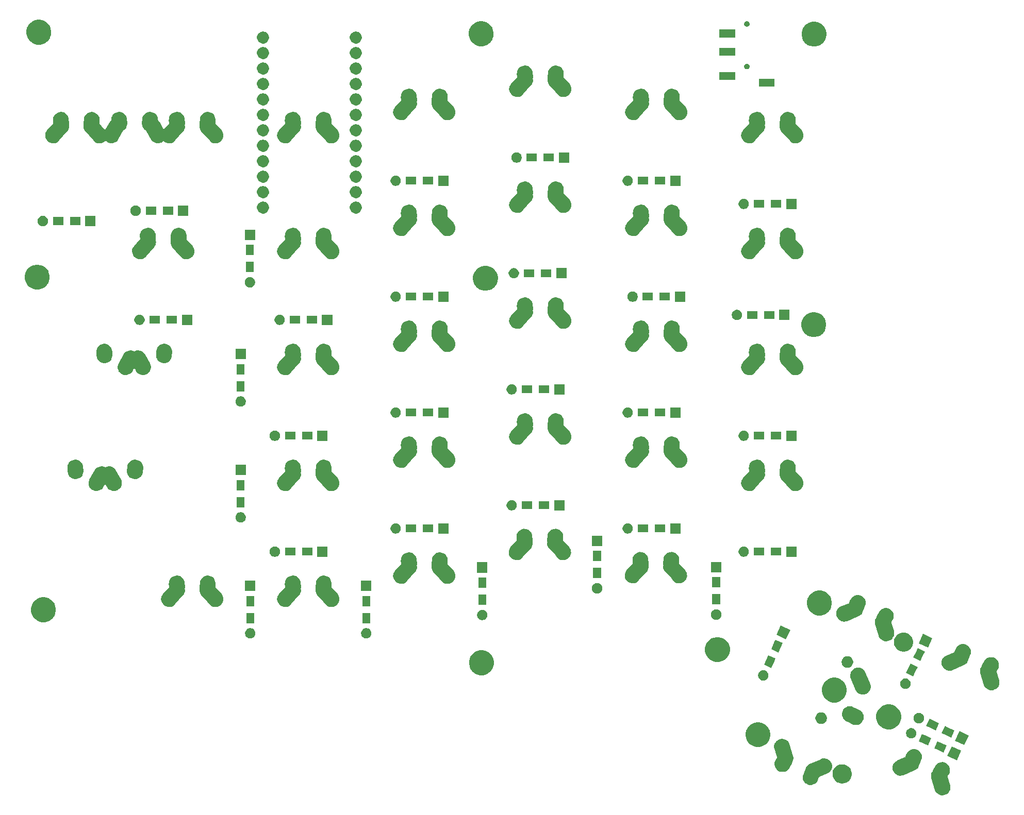
<source format=gbr>
G04 #@! TF.GenerationSoftware,KiCad,Pcbnew,(5.0.2)-1*
G04 #@! TF.CreationDate,2020-01-16T19:10:28+05:30*
G04 #@! TF.ProjectId,ergocape,6572676f-6361-4706-952e-6b696361645f,rev?*
G04 #@! TF.SameCoordinates,Original*
G04 #@! TF.FileFunction,Soldermask,Bot*
G04 #@! TF.FilePolarity,Negative*
%FSLAX46Y46*%
G04 Gerber Fmt 4.6, Leading zero omitted, Abs format (unit mm)*
G04 Created by KiCad (PCBNEW (5.0.2)-1) date 1/16/2020 7:10:28 PM*
%MOMM*%
%LPD*%
G01*
G04 APERTURE LIST*
%ADD10C,0.100000*%
G04 APERTURE END LIST*
D10*
G36*
X188190917Y-140176175D02*
X188344666Y-140178376D01*
X188595276Y-140231965D01*
X188595280Y-140231967D01*
X188595281Y-140231967D01*
X188830611Y-140333414D01*
X188830614Y-140333416D01*
X189041639Y-140478829D01*
X189148445Y-140588738D01*
X189220241Y-140662619D01*
X189359554Y-140877718D01*
X189454228Y-141115865D01*
X189500622Y-141367908D01*
X189498024Y-141549355D01*
X189496953Y-141624153D01*
X189443364Y-141874762D01*
X189367334Y-142051131D01*
X189257007Y-142250616D01*
X189121640Y-142495378D01*
X189111940Y-142517880D01*
X189106816Y-142541843D01*
X189106465Y-142566344D01*
X189111423Y-142592209D01*
X189538868Y-143999097D01*
X189576420Y-144187450D01*
X189576476Y-144315672D01*
X189576532Y-144443724D01*
X189526644Y-144695098D01*
X189428675Y-144931907D01*
X189286390Y-145145053D01*
X189105256Y-145326346D01*
X189044239Y-145367154D01*
X188892233Y-145468817D01*
X188813325Y-145501542D01*
X188655511Y-145566992D01*
X188529845Y-145592045D01*
X188404181Y-145617098D01*
X188233334Y-145617173D01*
X188147907Y-145617210D01*
X188147906Y-145617210D01*
X187896534Y-145567323D01*
X187729025Y-145498023D01*
X187659725Y-145469354D01*
X187446580Y-145327069D01*
X187265284Y-145145931D01*
X187122817Y-144932915D01*
X187122815Y-144932912D01*
X187049240Y-144755503D01*
X186441858Y-142756369D01*
X186404306Y-142568016D01*
X186404237Y-142408791D01*
X186404194Y-142311743D01*
X186454082Y-142060370D01*
X186552051Y-141823560D01*
X186640093Y-141691671D01*
X186651635Y-141670055D01*
X186658364Y-141648416D01*
X186671110Y-141588807D01*
X186671110Y-141588806D01*
X186671111Y-141588803D01*
X186720528Y-141474169D01*
X186747140Y-141412437D01*
X187090366Y-140791839D01*
X187199344Y-140633691D01*
X187199346Y-140633688D01*
X187383131Y-140455090D01*
X187598233Y-140315775D01*
X187836380Y-140221101D01*
X188045935Y-140182528D01*
X188088418Y-140174708D01*
X188088420Y-140174708D01*
X188190917Y-140176175D01*
X188190917Y-140176175D01*
G37*
G36*
X169092180Y-139572416D02*
X169179273Y-139597843D01*
X169338185Y-139644236D01*
X169565452Y-139762670D01*
X169765242Y-139923162D01*
X169765245Y-139923165D01*
X169929890Y-140119555D01*
X170053057Y-140344291D01*
X170114847Y-140540563D01*
X170130013Y-140588738D01*
X170153559Y-140804596D01*
X170157802Y-140843502D01*
X170135355Y-141098791D01*
X170120829Y-141148547D01*
X170063535Y-141344797D01*
X169945101Y-141572062D01*
X169784609Y-141771853D01*
X169784606Y-141771856D01*
X169588216Y-141936501D01*
X169419792Y-142028806D01*
X168067292Y-142605696D01*
X168045810Y-142617469D01*
X168027032Y-142633212D01*
X168011686Y-142652316D01*
X167999690Y-142675754D01*
X167817971Y-143147793D01*
X167817299Y-143149538D01*
X167731063Y-143321147D01*
X167573533Y-143523285D01*
X167379593Y-143690807D01*
X167156695Y-143817277D01*
X166913416Y-143897828D01*
X166809700Y-143910691D01*
X166659086Y-143929371D01*
X166659081Y-143929371D01*
X166403499Y-143910692D01*
X166403496Y-143910691D01*
X166403493Y-143910691D01*
X166156457Y-143842506D01*
X166156456Y-143842506D01*
X166156454Y-143842505D01*
X165927466Y-143727436D01*
X165725328Y-143569906D01*
X165557806Y-143375966D01*
X165431336Y-143153068D01*
X165350785Y-142909789D01*
X165331758Y-142756371D01*
X165319242Y-142655459D01*
X165319242Y-142655454D01*
X165337921Y-142399872D01*
X165337922Y-142399869D01*
X165337922Y-142399866D01*
X165389022Y-142214729D01*
X165389023Y-142214727D01*
X165389025Y-142214719D01*
X165643805Y-141552894D01*
X165730043Y-141381280D01*
X165767507Y-141333207D01*
X165780602Y-141312495D01*
X165788902Y-141291401D01*
X165833343Y-141139178D01*
X165951777Y-140911912D01*
X166112269Y-140712121D01*
X166112272Y-140712118D01*
X166308662Y-140547473D01*
X166477086Y-140455168D01*
X168100623Y-139762670D01*
X168398932Y-139635430D01*
X168582126Y-139577758D01*
X168836888Y-139549969D01*
X168836890Y-139549969D01*
X169092180Y-139572416D01*
X169092180Y-139572416D01*
G37*
G36*
X172077826Y-140546023D02*
X172253754Y-140581017D01*
X172363658Y-140626541D01*
X172540384Y-140699743D01*
X172798350Y-140872110D01*
X173017724Y-141091484D01*
X173190091Y-141349450D01*
X173222919Y-141428705D01*
X173308817Y-141636080D01*
X173317473Y-141679596D01*
X173356295Y-141874767D01*
X173369343Y-141940367D01*
X173369343Y-142250615D01*
X173308817Y-142554902D01*
X173287779Y-142605692D01*
X173190091Y-142841532D01*
X173017724Y-143099498D01*
X172798350Y-143318872D01*
X172540384Y-143491239D01*
X172372480Y-143560787D01*
X172253754Y-143609965D01*
X172101610Y-143640228D01*
X171949468Y-143670491D01*
X171639218Y-143670491D01*
X171487076Y-143640228D01*
X171334932Y-143609965D01*
X171216206Y-143560787D01*
X171048302Y-143491239D01*
X170790336Y-143318872D01*
X170570962Y-143099498D01*
X170398595Y-142841532D01*
X170300907Y-142605692D01*
X170279869Y-142554902D01*
X170219343Y-142250615D01*
X170219343Y-141940367D01*
X170232392Y-141874767D01*
X170271213Y-141679596D01*
X170279869Y-141636080D01*
X170365767Y-141428705D01*
X170398595Y-141349450D01*
X170570962Y-141091484D01*
X170790336Y-140872110D01*
X171048302Y-140699743D01*
X171225028Y-140626541D01*
X171334932Y-140581017D01*
X171510860Y-140546023D01*
X171639218Y-140520491D01*
X171949468Y-140520491D01*
X172077826Y-140546023D01*
X172077826Y-140546023D01*
G37*
G36*
X183816501Y-138042308D02*
X183816504Y-138042309D01*
X183816507Y-138042309D01*
X184063543Y-138110494D01*
X184063544Y-138110494D01*
X184063546Y-138110495D01*
X184292534Y-138225564D01*
X184494672Y-138383094D01*
X184662194Y-138577034D01*
X184788664Y-138799932D01*
X184869215Y-139043211D01*
X184869215Y-139043215D01*
X184900758Y-139297541D01*
X184900758Y-139297546D01*
X184882079Y-139553129D01*
X184882078Y-139553132D01*
X184882078Y-139553135D01*
X184855220Y-139650442D01*
X184830975Y-139738282D01*
X184576195Y-140400106D01*
X184489955Y-140571723D01*
X184452494Y-140619792D01*
X184439398Y-140640503D01*
X184431098Y-140661598D01*
X184386657Y-140813823D01*
X184268223Y-141041088D01*
X184107731Y-141240879D01*
X184107728Y-141240882D01*
X183911338Y-141405527D01*
X183742914Y-141497832D01*
X181821069Y-142317568D01*
X181821066Y-142317569D01*
X181637873Y-142375242D01*
X181383112Y-142403031D01*
X181383109Y-142403031D01*
X181127821Y-142380584D01*
X181067890Y-142363087D01*
X180881815Y-142308764D01*
X180654549Y-142190330D01*
X180454758Y-142029838D01*
X180454755Y-142029835D01*
X180290110Y-141833445D01*
X180166943Y-141608709D01*
X180089987Y-141364262D01*
X180086600Y-141333207D01*
X180062198Y-141109501D01*
X180062198Y-141109498D01*
X180084645Y-140854210D01*
X180102885Y-140791733D01*
X180156465Y-140608204D01*
X180274899Y-140380938D01*
X180435391Y-140181147D01*
X180435394Y-140181144D01*
X180631784Y-140016499D01*
X180800208Y-139924194D01*
X182047470Y-139392191D01*
X182152701Y-139347306D01*
X182174190Y-139335529D01*
X182192968Y-139319786D01*
X182208314Y-139300682D01*
X182220313Y-139277236D01*
X182402697Y-138803470D01*
X182456039Y-138697320D01*
X182488935Y-138631856D01*
X182488937Y-138631853D01*
X182646467Y-138429715D01*
X182840407Y-138262193D01*
X183063301Y-138135726D01*
X183184334Y-138095651D01*
X183306588Y-138055172D01*
X183560913Y-138023629D01*
X183560919Y-138023629D01*
X183816501Y-138042308D01*
X183816501Y-138042308D01*
G37*
G36*
X162323465Y-136385677D02*
X162560275Y-136483646D01*
X162773420Y-136625930D01*
X162853021Y-136705462D01*
X162954713Y-136807065D01*
X163097185Y-137020088D01*
X163170760Y-137197496D01*
X163778142Y-139196629D01*
X163815694Y-139384982D01*
X163815730Y-139469004D01*
X163815806Y-139641256D01*
X163765918Y-139892630D01*
X163667949Y-140129439D01*
X163579908Y-140261326D01*
X163568366Y-140282942D01*
X163561637Y-140304582D01*
X163549923Y-140359362D01*
X163548889Y-140364198D01*
X163499473Y-140478829D01*
X163472860Y-140540563D01*
X163208898Y-141017839D01*
X163129632Y-141161163D01*
X163020654Y-141319313D01*
X162836870Y-141497910D01*
X162621767Y-141637225D01*
X162383621Y-141731899D01*
X162131578Y-141778293D01*
X161885470Y-141774769D01*
X161875334Y-141774624D01*
X161624724Y-141721035D01*
X161389386Y-141619584D01*
X161389385Y-141619584D01*
X161389384Y-141619583D01*
X161178358Y-141474169D01*
X160999761Y-141290385D01*
X160860446Y-141075282D01*
X160765772Y-140837136D01*
X160719378Y-140585093D01*
X160723047Y-140328852D01*
X160723047Y-140328849D01*
X160776636Y-140078239D01*
X160780036Y-140070353D01*
X160852666Y-139901869D01*
X160877295Y-139857336D01*
X161098360Y-139457621D01*
X161108061Y-139435120D01*
X161113185Y-139411157D01*
X161113536Y-139386656D01*
X161108579Y-139360797D01*
X160681132Y-137953901D01*
X160643580Y-137765548D01*
X160643479Y-137533332D01*
X160643468Y-137509275D01*
X160693356Y-137257902D01*
X160791325Y-137021092D01*
X160933609Y-136807947D01*
X161036005Y-136705462D01*
X161114744Y-136626654D01*
X161115827Y-136625930D01*
X161327764Y-136484184D01*
X161327767Y-136484182D01*
X161440632Y-136437375D01*
X161564489Y-136386008D01*
X161614676Y-136376003D01*
X161815819Y-136335901D01*
X161944012Y-136335845D01*
X162072092Y-136335789D01*
X162323465Y-136385677D01*
X162323465Y-136385677D01*
G37*
G36*
X191350517Y-138311591D02*
X190631220Y-139854128D01*
X189088683Y-139134831D01*
X189807980Y-137592294D01*
X191350517Y-138311591D01*
X191350517Y-138311591D01*
G37*
G36*
X187993518Y-136966873D02*
X189000224Y-137436308D01*
X188449975Y-138616321D01*
X188449974Y-138616321D01*
X187246590Y-138055173D01*
X186907438Y-137897024D01*
X187457687Y-136717011D01*
X187457688Y-136717011D01*
X187993518Y-136966873D01*
X187993518Y-136966873D01*
G37*
G36*
X158578684Y-133688473D02*
X158578686Y-133688474D01*
X158578687Y-133688474D01*
X158950835Y-133842622D01*
X159285760Y-134066412D01*
X159570589Y-134351241D01*
X159794379Y-134686166D01*
X159897030Y-134933989D01*
X159948528Y-135058317D01*
X160027112Y-135453383D01*
X160027112Y-135856195D01*
X159962517Y-136180936D01*
X159948527Y-136251264D01*
X159794379Y-136623412D01*
X159570589Y-136958337D01*
X159285760Y-137243166D01*
X158950835Y-137466956D01*
X158578687Y-137621104D01*
X158578686Y-137621104D01*
X158578684Y-137621105D01*
X158183618Y-137699689D01*
X157780806Y-137699689D01*
X157385740Y-137621105D01*
X157385738Y-137621104D01*
X157385737Y-137621104D01*
X157013589Y-137466956D01*
X156678664Y-137243166D01*
X156393835Y-136958337D01*
X156170045Y-136623412D01*
X156015897Y-136251264D01*
X156001908Y-136180936D01*
X155937312Y-135856195D01*
X155937312Y-135453383D01*
X156015896Y-135058317D01*
X156067394Y-134933989D01*
X156170045Y-134686166D01*
X156393835Y-134351241D01*
X156678664Y-134066412D01*
X157013589Y-133842622D01*
X157385737Y-133688474D01*
X157385738Y-133688474D01*
X157385740Y-133688473D01*
X157780806Y-133609889D01*
X158183618Y-133609889D01*
X158578684Y-133688473D01*
X158578684Y-133688473D01*
G37*
G36*
X185611663Y-135856195D02*
X186462562Y-136252976D01*
X185912313Y-137432989D01*
X185912312Y-137432989D01*
X185141044Y-137073340D01*
X184369776Y-136713692D01*
X184920025Y-135533679D01*
X184920026Y-135533679D01*
X185611663Y-135856195D01*
X185611663Y-135856195D01*
G37*
G36*
X192600517Y-135812591D02*
X191881220Y-137355128D01*
X190338683Y-136635831D01*
X191057980Y-135093294D01*
X192600517Y-135812591D01*
X192600517Y-135812591D01*
G37*
G36*
X183398628Y-134608492D02*
X183553500Y-134672642D01*
X183692881Y-134765774D01*
X183811415Y-134884308D01*
X183904547Y-135023689D01*
X183968697Y-135178561D01*
X184001400Y-135342973D01*
X184001400Y-135510605D01*
X183968697Y-135675017D01*
X183904547Y-135829889D01*
X183811415Y-135969270D01*
X183692881Y-136087804D01*
X183553500Y-136180936D01*
X183398628Y-136245086D01*
X183234216Y-136277789D01*
X183066584Y-136277789D01*
X182902172Y-136245086D01*
X182747300Y-136180936D01*
X182607919Y-136087804D01*
X182489385Y-135969270D01*
X182396253Y-135829889D01*
X182332103Y-135675017D01*
X182299400Y-135510605D01*
X182299400Y-135342973D01*
X182332103Y-135178561D01*
X182396253Y-135023689D01*
X182489385Y-134884308D01*
X182607919Y-134765774D01*
X182747300Y-134672642D01*
X182902172Y-134608492D01*
X183066584Y-134575789D01*
X183234216Y-134575789D01*
X183398628Y-134608492D01*
X183398628Y-134608492D01*
G37*
G36*
X188993400Y-134351241D02*
X190250224Y-134937308D01*
X189699975Y-136117321D01*
X189699974Y-136117321D01*
X188751451Y-135675017D01*
X188157438Y-135398024D01*
X188707687Y-134218011D01*
X188707688Y-134218011D01*
X188993400Y-134351241D01*
X188993400Y-134351241D01*
G37*
G36*
X186719270Y-133290796D02*
X187712562Y-133753976D01*
X187162313Y-134933989D01*
X187162312Y-134933989D01*
X186301472Y-134532572D01*
X185619776Y-134214692D01*
X186170025Y-133034679D01*
X186170026Y-133034679D01*
X186719270Y-133290796D01*
X186719270Y-133290796D01*
G37*
G36*
X180049252Y-130742818D02*
X180049254Y-130742819D01*
X180049255Y-130742819D01*
X180422513Y-130897427D01*
X180422514Y-130897428D01*
X180758439Y-131121886D01*
X181044114Y-131407561D01*
X181044116Y-131407564D01*
X181268573Y-131743487D01*
X181420177Y-132109493D01*
X181423182Y-132116748D01*
X181502000Y-132512993D01*
X181502000Y-132917007D01*
X181427649Y-133290796D01*
X181423181Y-133313255D01*
X181268573Y-133686513D01*
X181164347Y-133842498D01*
X181044114Y-134022439D01*
X180758439Y-134308114D01*
X180758436Y-134308116D01*
X180422513Y-134532573D01*
X180049255Y-134687181D01*
X180049254Y-134687181D01*
X180049252Y-134687182D01*
X179653007Y-134766000D01*
X179248993Y-134766000D01*
X178852748Y-134687182D01*
X178852746Y-134687181D01*
X178852745Y-134687181D01*
X178479487Y-134532573D01*
X178143564Y-134308116D01*
X178143561Y-134308114D01*
X177857886Y-134022439D01*
X177737653Y-133842498D01*
X177633427Y-133686513D01*
X177478819Y-133313255D01*
X177474352Y-133290796D01*
X177400000Y-132917007D01*
X177400000Y-132512993D01*
X177478818Y-132116748D01*
X177481823Y-132109493D01*
X177633427Y-131743487D01*
X177857884Y-131407564D01*
X177857886Y-131407561D01*
X178143561Y-131121886D01*
X178479486Y-130897428D01*
X178479487Y-130897427D01*
X178852745Y-130742819D01*
X178852746Y-130742819D01*
X178852748Y-130742818D01*
X179248993Y-130664000D01*
X179653007Y-130664000D01*
X180049252Y-130742818D01*
X180049252Y-130742818D01*
G37*
G36*
X173457170Y-131029239D02*
X173457172Y-131029240D01*
X173457173Y-131029240D01*
X173680836Y-131121884D01*
X173693940Y-131127312D01*
X173825631Y-131215305D01*
X173847242Y-131226856D01*
X173869035Y-131233628D01*
X173927102Y-131245997D01*
X174103530Y-131321888D01*
X174103532Y-131321889D01*
X174724400Y-131664627D01*
X174882635Y-131773480D01*
X175061381Y-131957129D01*
X175164938Y-132116745D01*
X175200865Y-132172122D01*
X175295724Y-132410188D01*
X175342316Y-132662192D01*
X175338850Y-132918447D01*
X175304546Y-133079488D01*
X175285458Y-133169096D01*
X175184193Y-133404514D01*
X175038945Y-133615653D01*
X174855297Y-133794399D01*
X174640306Y-133933882D01*
X174640303Y-133933883D01*
X174402238Y-134028742D01*
X174300192Y-134047609D01*
X174150232Y-134075335D01*
X173906967Y-134072044D01*
X173893977Y-134071868D01*
X173643328Y-134018477D01*
X173466902Y-133942586D01*
X173466900Y-133942585D01*
X172846031Y-133599847D01*
X172787085Y-133559296D01*
X172765640Y-133547459D01*
X172740633Y-133539688D01*
X172698200Y-133531247D01*
X172698198Y-133531246D01*
X172698197Y-133531246D01*
X172461430Y-133433174D01*
X172248346Y-133290796D01*
X172248343Y-133290794D01*
X172067134Y-133109585D01*
X171924754Y-132896498D01*
X171907268Y-132854283D01*
X171826682Y-132659731D01*
X171797494Y-132512993D01*
X171776685Y-132408382D01*
X171776685Y-132152104D01*
X171826681Y-131900758D01*
X171884027Y-131762313D01*
X171924754Y-131663988D01*
X172067132Y-131450904D01*
X172067134Y-131450901D01*
X172248343Y-131269692D01*
X172461430Y-131127312D01*
X172474534Y-131121884D01*
X172698197Y-131029240D01*
X172698198Y-131029240D01*
X172698200Y-131029239D01*
X172949546Y-130979243D01*
X173205824Y-130979243D01*
X173457170Y-131029239D01*
X173457170Y-131029239D01*
G37*
G36*
X168639495Y-132013590D02*
X168812565Y-132085278D01*
X168968329Y-132189356D01*
X169100787Y-132321814D01*
X169204865Y-132477578D01*
X169276553Y-132650648D01*
X169313099Y-132834377D01*
X169313099Y-133021711D01*
X169276553Y-133205440D01*
X169204865Y-133378510D01*
X169100787Y-133534274D01*
X168968329Y-133666732D01*
X168812565Y-133770810D01*
X168639495Y-133842498D01*
X168455766Y-133879044D01*
X168268432Y-133879044D01*
X168084703Y-133842498D01*
X167911633Y-133770810D01*
X167755869Y-133666732D01*
X167623411Y-133534274D01*
X167519333Y-133378510D01*
X167447645Y-133205440D01*
X167411099Y-133021711D01*
X167411099Y-132834377D01*
X167447645Y-132650648D01*
X167519333Y-132477578D01*
X167623411Y-132321814D01*
X167755869Y-132189356D01*
X167911633Y-132085278D01*
X168084703Y-132013590D01*
X168268432Y-131977044D01*
X168455766Y-131977044D01*
X168639495Y-132013590D01*
X168639495Y-132013590D01*
G37*
G36*
X184648628Y-132109492D02*
X184803500Y-132173642D01*
X184942881Y-132266774D01*
X185061415Y-132385308D01*
X185154547Y-132524689D01*
X185218697Y-132679561D01*
X185251400Y-132843973D01*
X185251400Y-133011605D01*
X185218697Y-133176017D01*
X185154547Y-133330889D01*
X185061415Y-133470270D01*
X184942881Y-133588804D01*
X184803500Y-133681936D01*
X184648628Y-133746086D01*
X184484216Y-133778789D01*
X184316584Y-133778789D01*
X184152172Y-133746086D01*
X183997300Y-133681936D01*
X183857919Y-133588804D01*
X183739385Y-133470270D01*
X183646253Y-133330889D01*
X183582103Y-133176017D01*
X183549400Y-133011605D01*
X183549400Y-132843973D01*
X183582103Y-132679561D01*
X183646253Y-132524689D01*
X183739385Y-132385308D01*
X183857919Y-132266774D01*
X183997300Y-132173642D01*
X184152172Y-132109492D01*
X184316584Y-132076789D01*
X184484216Y-132076789D01*
X184648628Y-132109492D01*
X184648628Y-132109492D01*
G37*
G36*
X171105472Y-126357684D02*
X171105474Y-126357685D01*
X171105475Y-126357685D01*
X171477623Y-126511833D01*
X171812548Y-126735623D01*
X172097377Y-127020452D01*
X172321167Y-127355377D01*
X172457565Y-127684672D01*
X172475316Y-127727528D01*
X172553900Y-128122594D01*
X172553900Y-128525406D01*
X172479063Y-128901636D01*
X172475315Y-128920475D01*
X172321167Y-129292623D01*
X172097377Y-129627548D01*
X171812548Y-129912377D01*
X171477623Y-130136167D01*
X171105475Y-130290315D01*
X171105474Y-130290315D01*
X171105472Y-130290316D01*
X170710406Y-130368900D01*
X170307594Y-130368900D01*
X169912528Y-130290316D01*
X169912526Y-130290315D01*
X169912525Y-130290315D01*
X169540377Y-130136167D01*
X169205452Y-129912377D01*
X168920623Y-129627548D01*
X168696833Y-129292623D01*
X168542685Y-128920475D01*
X168538938Y-128901636D01*
X168464100Y-128525406D01*
X168464100Y-128122594D01*
X168542684Y-127727528D01*
X168560435Y-127684672D01*
X168696833Y-127355377D01*
X168920623Y-127020452D01*
X169205452Y-126735623D01*
X169540377Y-126511833D01*
X169912525Y-126357685D01*
X169912526Y-126357685D01*
X169912528Y-126357684D01*
X170307594Y-126279100D01*
X170710406Y-126279100D01*
X171105472Y-126357684D01*
X171105472Y-126357684D01*
G37*
G36*
X174662790Y-124659645D02*
X174701533Y-124670956D01*
X174908796Y-124731465D01*
X175136062Y-124849899D01*
X175335853Y-125010391D01*
X175335856Y-125010394D01*
X175500501Y-125206784D01*
X175592806Y-125375208D01*
X176252761Y-126922450D01*
X176335337Y-127116046D01*
X176342053Y-127128453D01*
X176389655Y-127243374D01*
X176390162Y-127244580D01*
X176412544Y-127297055D01*
X176412966Y-127298395D01*
X176416713Y-127308699D01*
X176441781Y-127369218D01*
X176451643Y-127418798D01*
X176455008Y-127431941D01*
X176470216Y-127480248D01*
X176471335Y-127490503D01*
X176477331Y-127545479D01*
X176478996Y-127556311D01*
X176491777Y-127620565D01*
X176491777Y-127671118D01*
X176492514Y-127684672D01*
X176498005Y-127735010D01*
X176492257Y-127800379D01*
X176491777Y-127811328D01*
X176491777Y-127876841D01*
X176481914Y-127926425D01*
X176479994Y-127939848D01*
X176475558Y-127990302D01*
X176475557Y-127990305D01*
X176457171Y-128053283D01*
X176454564Y-128063927D01*
X176441781Y-128128189D01*
X176422432Y-128174902D01*
X176417926Y-128187708D01*
X176403739Y-128236303D01*
X176373418Y-128294487D01*
X176368784Y-128304420D01*
X176343708Y-128364959D01*
X176315617Y-128407000D01*
X176308699Y-128418681D01*
X176285307Y-128463569D01*
X176244225Y-128514710D01*
X176237746Y-128523543D01*
X176236501Y-128525406D01*
X176201328Y-128578046D01*
X176165565Y-128613809D01*
X176156502Y-128623914D01*
X176124812Y-128663364D01*
X176124809Y-128663367D01*
X176074543Y-128705507D01*
X176066475Y-128712899D01*
X176020119Y-128759255D01*
X175978051Y-128787364D01*
X175967202Y-128795498D01*
X175928419Y-128828012D01*
X175870909Y-128859530D01*
X175861553Y-128865205D01*
X175807032Y-128901635D01*
X175760283Y-128920999D01*
X175748049Y-128926864D01*
X175703683Y-128951179D01*
X175641152Y-128970865D01*
X175630857Y-128974609D01*
X175570265Y-128999707D01*
X175570264Y-128999707D01*
X175570262Y-128999708D01*
X175520623Y-129009582D01*
X175507476Y-129012948D01*
X175500587Y-129015117D01*
X175459237Y-129028135D01*
X175445110Y-129029676D01*
X175394077Y-129035242D01*
X175383256Y-129036906D01*
X175318914Y-129049704D01*
X175268294Y-129049704D01*
X175254740Y-129050441D01*
X175204475Y-129055924D01*
X175204472Y-129055924D01*
X175139185Y-129050183D01*
X175128248Y-129049704D01*
X175062640Y-129049704D01*
X175012978Y-129039826D01*
X174999559Y-129037906D01*
X174949183Y-129033477D01*
X174949180Y-129033476D01*
X174949179Y-129033476D01*
X174886293Y-129015117D01*
X174875649Y-129012510D01*
X174811292Y-128999709D01*
X174777180Y-128985579D01*
X174764502Y-128980327D01*
X174751701Y-128975823D01*
X174703181Y-128961658D01*
X174645086Y-128931383D01*
X174635153Y-128926749D01*
X174574523Y-128901636D01*
X174532409Y-128873496D01*
X174520730Y-128866579D01*
X174500840Y-128856213D01*
X174475912Y-128843223D01*
X174442037Y-128816011D01*
X174424856Y-128802210D01*
X174416021Y-128795729D01*
X174361437Y-128759257D01*
X174325614Y-128723434D01*
X174315509Y-128714371D01*
X174276121Y-128682731D01*
X174259887Y-128663367D01*
X174234040Y-128632537D01*
X174226648Y-128624468D01*
X174180226Y-128578046D01*
X174152075Y-128535915D01*
X174143931Y-128525054D01*
X174111475Y-128486340D01*
X174111473Y-128486338D01*
X174080001Y-128428913D01*
X174074323Y-128419551D01*
X174037846Y-128364959D01*
X173991394Y-128252814D01*
X173990948Y-128251754D01*
X173199432Y-126396069D01*
X173141758Y-126212873D01*
X173113969Y-125958112D01*
X173113969Y-125958109D01*
X173136416Y-125702821D01*
X173176688Y-125564878D01*
X173208236Y-125456815D01*
X173326670Y-125229549D01*
X173487162Y-125029758D01*
X173487165Y-125029755D01*
X173683555Y-124865110D01*
X173908291Y-124741943D01*
X174152738Y-124664987D01*
X174201712Y-124659645D01*
X174407499Y-124637198D01*
X174407502Y-124637198D01*
X174662790Y-124659645D01*
X174662790Y-124659645D01*
G37*
G36*
X196240917Y-122911175D02*
X196394666Y-122913376D01*
X196645276Y-122966965D01*
X196645280Y-122966967D01*
X196645281Y-122966967D01*
X196880611Y-123068414D01*
X196880614Y-123068416D01*
X197091639Y-123213829D01*
X197181908Y-123306721D01*
X197270241Y-123397619D01*
X197409554Y-123612718D01*
X197504228Y-123850865D01*
X197550622Y-124102908D01*
X197548617Y-124242931D01*
X197546953Y-124359153D01*
X197493364Y-124609762D01*
X197417334Y-124786131D01*
X197335660Y-124933808D01*
X197171640Y-125230378D01*
X197161940Y-125252880D01*
X197156816Y-125276843D01*
X197156465Y-125301344D01*
X197161423Y-125327209D01*
X197588868Y-126734097D01*
X197626420Y-126922450D01*
X197626462Y-127020450D01*
X197626532Y-127178724D01*
X197576644Y-127430098D01*
X197478675Y-127666907D01*
X197336390Y-127880053D01*
X197155256Y-128061346D01*
X197055307Y-128128192D01*
X196942233Y-128203817D01*
X196863901Y-128236303D01*
X196705511Y-128301992D01*
X196579845Y-128327045D01*
X196454181Y-128352098D01*
X196283327Y-128352173D01*
X196197907Y-128352210D01*
X196197906Y-128352210D01*
X195946534Y-128302323D01*
X195779025Y-128233023D01*
X195709725Y-128204354D01*
X195496580Y-128062069D01*
X195315284Y-127880931D01*
X195172817Y-127667915D01*
X195172815Y-127667912D01*
X195099240Y-127490503D01*
X194491858Y-125491369D01*
X194454306Y-125303016D01*
X194454237Y-125143791D01*
X194454194Y-125046743D01*
X194504082Y-124795370D01*
X194602051Y-124558560D01*
X194690093Y-124426671D01*
X194701635Y-124405055D01*
X194708364Y-124383416D01*
X194721110Y-124323807D01*
X194721110Y-124323806D01*
X194721111Y-124323803D01*
X194787232Y-124170422D01*
X194797140Y-124147437D01*
X195140366Y-123526839D01*
X195249344Y-123368691D01*
X195249346Y-123368688D01*
X195433131Y-123190090D01*
X195648233Y-123050775D01*
X195886380Y-122956101D01*
X196095935Y-122917528D01*
X196138418Y-122909708D01*
X196138420Y-122909708D01*
X196240917Y-122911175D01*
X196240917Y-122911175D01*
G37*
G36*
X182437017Y-126460303D02*
X182591889Y-126524453D01*
X182731270Y-126617585D01*
X182849804Y-126736119D01*
X182942936Y-126875500D01*
X183007086Y-127030372D01*
X183039789Y-127194784D01*
X183039789Y-127362416D01*
X183007086Y-127526828D01*
X182942936Y-127681700D01*
X182849804Y-127821081D01*
X182731270Y-127939615D01*
X182591889Y-128032747D01*
X182437017Y-128096897D01*
X182272605Y-128129600D01*
X182104973Y-128129600D01*
X181940561Y-128096897D01*
X181785689Y-128032747D01*
X181646308Y-127939615D01*
X181527774Y-127821081D01*
X181434642Y-127681700D01*
X181370492Y-127526828D01*
X181337789Y-127362416D01*
X181337789Y-127194784D01*
X181370492Y-127030372D01*
X181434642Y-126875500D01*
X181527774Y-126736119D01*
X181646308Y-126617585D01*
X181785689Y-126524453D01*
X181940561Y-126460303D01*
X182104973Y-126427600D01*
X182272605Y-126427600D01*
X182437017Y-126460303D01*
X182437017Y-126460303D01*
G37*
G36*
X159103017Y-125100303D02*
X159257889Y-125164453D01*
X159397270Y-125257585D01*
X159515804Y-125376119D01*
X159608936Y-125515500D01*
X159673086Y-125670372D01*
X159705789Y-125834784D01*
X159705789Y-126002416D01*
X159673086Y-126166828D01*
X159608936Y-126321700D01*
X159515804Y-126461081D01*
X159397270Y-126579615D01*
X159257889Y-126672747D01*
X159103017Y-126736897D01*
X158938605Y-126769600D01*
X158770973Y-126769600D01*
X158606561Y-126736897D01*
X158451689Y-126672747D01*
X158312308Y-126579615D01*
X158193774Y-126461081D01*
X158100642Y-126321700D01*
X158036492Y-126166828D01*
X158003789Y-126002416D01*
X158003789Y-125834784D01*
X158036492Y-125670372D01*
X158100642Y-125515500D01*
X158193774Y-125376119D01*
X158312308Y-125257585D01*
X158451689Y-125164453D01*
X158606561Y-125100303D01*
X158770973Y-125067600D01*
X158938605Y-125067600D01*
X159103017Y-125100303D01*
X159103017Y-125100303D01*
G37*
G36*
X184194989Y-124516687D02*
X184194989Y-124516688D01*
X183902566Y-125143791D01*
X183480958Y-126047932D01*
X183475692Y-126059223D01*
X183475692Y-126059224D01*
X182295679Y-125508975D01*
X182303888Y-125491371D01*
X182702195Y-124637198D01*
X183014976Y-123966438D01*
X184194989Y-124516687D01*
X184194989Y-124516687D01*
G37*
G36*
X113184252Y-121852818D02*
X113184254Y-121852819D01*
X113184255Y-121852819D01*
X113557513Y-122007427D01*
X113846175Y-122200305D01*
X113893439Y-122231886D01*
X114179114Y-122517561D01*
X114179116Y-122517564D01*
X114403573Y-122853487D01*
X114542998Y-123190090D01*
X114558182Y-123226748D01*
X114637000Y-123622993D01*
X114637000Y-124027007D01*
X114559904Y-124414596D01*
X114558181Y-124423255D01*
X114403573Y-124796513D01*
X114222438Y-125067600D01*
X114179114Y-125132439D01*
X113893439Y-125418114D01*
X113893436Y-125418116D01*
X113557513Y-125642573D01*
X113184255Y-125797181D01*
X113184254Y-125797181D01*
X113184252Y-125797182D01*
X112788007Y-125876000D01*
X112383993Y-125876000D01*
X111987748Y-125797182D01*
X111987746Y-125797181D01*
X111987745Y-125797181D01*
X111614487Y-125642573D01*
X111278564Y-125418116D01*
X111278561Y-125418114D01*
X110992886Y-125132439D01*
X110949562Y-125067600D01*
X110768427Y-124796513D01*
X110613819Y-124423255D01*
X110612097Y-124414596D01*
X110535000Y-124027007D01*
X110535000Y-123622993D01*
X110613818Y-123226748D01*
X110629002Y-123190090D01*
X110768427Y-122853487D01*
X110992884Y-122517564D01*
X110992886Y-122517561D01*
X111278561Y-122231886D01*
X111325825Y-122200305D01*
X111614487Y-122007427D01*
X111987745Y-121852819D01*
X111987746Y-121852819D01*
X111987748Y-121852818D01*
X112383993Y-121774000D01*
X112788007Y-121774000D01*
X113184252Y-121852818D01*
X113184252Y-121852818D01*
G37*
G36*
X191866501Y-120777308D02*
X191866504Y-120777309D01*
X191866507Y-120777309D01*
X192113543Y-120845494D01*
X192113544Y-120845494D01*
X192113546Y-120845495D01*
X192342534Y-120960564D01*
X192544672Y-121118094D01*
X192712194Y-121312034D01*
X192838664Y-121534932D01*
X192919215Y-121778211D01*
X192930352Y-121868007D01*
X192950758Y-122032541D01*
X192950758Y-122032546D01*
X192932079Y-122288129D01*
X192932078Y-122288132D01*
X192932078Y-122288135D01*
X192905220Y-122385442D01*
X192880975Y-122473282D01*
X192626195Y-123135106D01*
X192539955Y-123306723D01*
X192502494Y-123354792D01*
X192489398Y-123375503D01*
X192481098Y-123396598D01*
X192436657Y-123548823D01*
X192318223Y-123776088D01*
X192157731Y-123975879D01*
X192157728Y-123975882D01*
X191961338Y-124140527D01*
X191792914Y-124232832D01*
X189871069Y-125052568D01*
X189871066Y-125052569D01*
X189687873Y-125110242D01*
X189433112Y-125138031D01*
X189433109Y-125138031D01*
X189177821Y-125115584D01*
X189117890Y-125098087D01*
X188931815Y-125043764D01*
X188704549Y-124925330D01*
X188504758Y-124764838D01*
X188504755Y-124764835D01*
X188340110Y-124568445D01*
X188216943Y-124343709D01*
X188139987Y-124099262D01*
X188132106Y-124027007D01*
X188112198Y-123844501D01*
X188112198Y-123844498D01*
X188134645Y-123589210D01*
X188152854Y-123526838D01*
X188206465Y-123343204D01*
X188324899Y-123115938D01*
X188485391Y-122916147D01*
X188485394Y-122916144D01*
X188681784Y-122751499D01*
X188850208Y-122659194D01*
X190202700Y-122082306D01*
X190224190Y-122070529D01*
X190242968Y-122054786D01*
X190258314Y-122035682D01*
X190270313Y-122012236D01*
X190452697Y-121538470D01*
X190490123Y-121463993D01*
X190538935Y-121366856D01*
X190538937Y-121366853D01*
X190696467Y-121164715D01*
X190890407Y-120997193D01*
X191113301Y-120870726D01*
X191234334Y-120830651D01*
X191356588Y-120790172D01*
X191610913Y-120758629D01*
X191610919Y-120758629D01*
X191866501Y-120777308D01*
X191866501Y-120777308D01*
G37*
G36*
X160860989Y-123156687D02*
X160860989Y-123156688D01*
X160565774Y-123789777D01*
X160152298Y-124676480D01*
X160141692Y-124699223D01*
X160141692Y-124699224D01*
X158961679Y-124148975D01*
X158978817Y-124112223D01*
X159322355Y-123375503D01*
X159680976Y-122606438D01*
X160860989Y-123156687D01*
X160860989Y-123156687D01*
G37*
G36*
X172933297Y-122805502D02*
X173106367Y-122877190D01*
X173262131Y-122981268D01*
X173394589Y-123113726D01*
X173498667Y-123269490D01*
X173570355Y-123442560D01*
X173606901Y-123626289D01*
X173606901Y-123813623D01*
X173570355Y-123997352D01*
X173498667Y-124170422D01*
X173394589Y-124326186D01*
X173262131Y-124458644D01*
X173106367Y-124562722D01*
X172933297Y-124634410D01*
X172749568Y-124670956D01*
X172562234Y-124670956D01*
X172378505Y-124634410D01*
X172205435Y-124562722D01*
X172049671Y-124458644D01*
X171917213Y-124326186D01*
X171813135Y-124170422D01*
X171741447Y-123997352D01*
X171704901Y-123813623D01*
X171704901Y-123626289D01*
X171741447Y-123442560D01*
X171813135Y-123269490D01*
X171917213Y-123113726D01*
X172049671Y-122981268D01*
X172205435Y-122877190D01*
X172378505Y-122805502D01*
X172562234Y-122768956D01*
X172749568Y-122768956D01*
X172933297Y-122805502D01*
X172933297Y-122805502D01*
G37*
G36*
X151918252Y-119693818D02*
X151918254Y-119693819D01*
X151918255Y-119693819D01*
X152291513Y-119848427D01*
X152515881Y-119998345D01*
X152627439Y-120072886D01*
X152913114Y-120358561D01*
X152913116Y-120358564D01*
X153137573Y-120694487D01*
X153286859Y-121054896D01*
X153292182Y-121067748D01*
X153371000Y-121463993D01*
X153371000Y-121868007D01*
X153296040Y-122244858D01*
X153292181Y-122264255D01*
X153137573Y-122637513D01*
X152977426Y-122877190D01*
X152913114Y-122973439D01*
X152627439Y-123259114D01*
X152627436Y-123259116D01*
X152291513Y-123483573D01*
X151918255Y-123638181D01*
X151918254Y-123638181D01*
X151918252Y-123638182D01*
X151522007Y-123717000D01*
X151117993Y-123717000D01*
X150721748Y-123638182D01*
X150721746Y-123638181D01*
X150721745Y-123638181D01*
X150348487Y-123483573D01*
X150012564Y-123259116D01*
X150012561Y-123259114D01*
X149726886Y-122973439D01*
X149662574Y-122877190D01*
X149502427Y-122637513D01*
X149347819Y-122264255D01*
X149343961Y-122244858D01*
X149269000Y-121868007D01*
X149269000Y-121463993D01*
X149347818Y-121067748D01*
X149353141Y-121054896D01*
X149502427Y-120694487D01*
X149726884Y-120358564D01*
X149726886Y-120358561D01*
X150012561Y-120072886D01*
X150124119Y-119998345D01*
X150348487Y-119848427D01*
X150721745Y-119693819D01*
X150721746Y-119693819D01*
X150721748Y-119693818D01*
X151117993Y-119615000D01*
X151522007Y-119615000D01*
X151918252Y-119693818D01*
X151918252Y-119693818D01*
G37*
G36*
X185378321Y-121979025D02*
X185378321Y-121979026D01*
X185069621Y-122641035D01*
X184664947Y-123508861D01*
X184659024Y-123521561D01*
X184659024Y-123521562D01*
X183479011Y-122971313D01*
X183481038Y-122966967D01*
X183941723Y-121979025D01*
X184198308Y-121428776D01*
X185378321Y-121979025D01*
X185378321Y-121979025D01*
G37*
G36*
X162044321Y-120619025D02*
X162044321Y-120619026D01*
X161772229Y-121202528D01*
X161339817Y-122129839D01*
X161325024Y-122161561D01*
X161325024Y-122161562D01*
X160145011Y-121611313D01*
X160165362Y-121567671D01*
X160729179Y-120358561D01*
X160864308Y-120068776D01*
X162044321Y-120619025D01*
X162044321Y-120619025D01*
G37*
G36*
X182184177Y-118910184D02*
X182344188Y-118942012D01*
X182462914Y-118991190D01*
X182630818Y-119060738D01*
X182888784Y-119233105D01*
X183108158Y-119452479D01*
X183280525Y-119710445D01*
X183322713Y-119812296D01*
X183399251Y-119997075D01*
X183459777Y-120301362D01*
X183459777Y-120611610D01*
X183399251Y-120915897D01*
X183380749Y-120960564D01*
X183280525Y-121202527D01*
X183108158Y-121460493D01*
X182888784Y-121679867D01*
X182630818Y-121852234D01*
X182462914Y-121921782D01*
X182344188Y-121970960D01*
X182039902Y-122031486D01*
X181729652Y-122031486D01*
X181425366Y-121970960D01*
X181306640Y-121921782D01*
X181138736Y-121852234D01*
X180880770Y-121679867D01*
X180661396Y-121460493D01*
X180489029Y-121202527D01*
X180388805Y-120960564D01*
X180370303Y-120915897D01*
X180309777Y-120611610D01*
X180309777Y-120301362D01*
X180370303Y-119997075D01*
X180446841Y-119812296D01*
X180489029Y-119710445D01*
X180661396Y-119452479D01*
X180880770Y-119233105D01*
X181138736Y-119060738D01*
X181306640Y-118991190D01*
X181425366Y-118942012D01*
X181585377Y-118910184D01*
X181729652Y-118881486D01*
X182039902Y-118881486D01*
X182184177Y-118910184D01*
X182184177Y-118910184D01*
G37*
G36*
X186616128Y-119797780D02*
X185896831Y-121340317D01*
X184354294Y-120621020D01*
X185073591Y-119078483D01*
X186616128Y-119797780D01*
X186616128Y-119797780D01*
G37*
G36*
X178963917Y-114848175D02*
X179117666Y-114850376D01*
X179368276Y-114903965D01*
X179368280Y-114903967D01*
X179368281Y-114903967D01*
X179603611Y-115005414D01*
X179603614Y-115005416D01*
X179814639Y-115150829D01*
X179930414Y-115269968D01*
X179993241Y-115334619D01*
X180132554Y-115549718D01*
X180227228Y-115787865D01*
X180273622Y-116039908D01*
X180271617Y-116179931D01*
X180269953Y-116296153D01*
X180216364Y-116546762D01*
X180140334Y-116723131D01*
X180018417Y-116943572D01*
X179894640Y-117167378D01*
X179884940Y-117189880D01*
X179879816Y-117213843D01*
X179879465Y-117238344D01*
X179884423Y-117264209D01*
X180311868Y-118671097D01*
X180349420Y-118859450D01*
X180349476Y-118987672D01*
X180349532Y-119115724D01*
X180299644Y-119367098D01*
X180201675Y-119603907D01*
X180059390Y-119817053D01*
X179878256Y-119998346D01*
X179817239Y-120039154D01*
X179665233Y-120140817D01*
X179586325Y-120173542D01*
X179428511Y-120238992D01*
X179302845Y-120264045D01*
X179177181Y-120289098D01*
X179006333Y-120289173D01*
X178920907Y-120289210D01*
X178920906Y-120289210D01*
X178669534Y-120239323D01*
X178502025Y-120170023D01*
X178432725Y-120141354D01*
X178219580Y-119999069D01*
X178038284Y-119817931D01*
X177895817Y-119604915D01*
X177895815Y-119604912D01*
X177822240Y-119427503D01*
X177214858Y-117428369D01*
X177177306Y-117240016D01*
X177177250Y-117111794D01*
X177177194Y-116983743D01*
X177227082Y-116732370D01*
X177325051Y-116495560D01*
X177413093Y-116363671D01*
X177424635Y-116342055D01*
X177431364Y-116320416D01*
X177444110Y-116260807D01*
X177444110Y-116260806D01*
X177444111Y-116260803D01*
X177491058Y-116151901D01*
X177520140Y-116084437D01*
X177863366Y-115463839D01*
X177972344Y-115305691D01*
X177972346Y-115305688D01*
X178156131Y-115127090D01*
X178371233Y-114987775D01*
X178609380Y-114893101D01*
X178818935Y-114854528D01*
X178861418Y-114846708D01*
X178861420Y-114846708D01*
X178963917Y-114848175D01*
X178963917Y-114848175D01*
G37*
G36*
X163282128Y-118437780D02*
X162562831Y-119980317D01*
X161020294Y-119261020D01*
X161739591Y-117718483D01*
X163282128Y-118437780D01*
X163282128Y-118437780D01*
G37*
G36*
X74860728Y-118175703D02*
X75015600Y-118239853D01*
X75154981Y-118332985D01*
X75273515Y-118451519D01*
X75366647Y-118590900D01*
X75430797Y-118745772D01*
X75463500Y-118910184D01*
X75463500Y-119077816D01*
X75430797Y-119242228D01*
X75366647Y-119397100D01*
X75273515Y-119536481D01*
X75154981Y-119655015D01*
X75015600Y-119748147D01*
X74860728Y-119812297D01*
X74696316Y-119845000D01*
X74528684Y-119845000D01*
X74364272Y-119812297D01*
X74209400Y-119748147D01*
X74070019Y-119655015D01*
X73951485Y-119536481D01*
X73858353Y-119397100D01*
X73794203Y-119242228D01*
X73761500Y-119077816D01*
X73761500Y-118910184D01*
X73794203Y-118745772D01*
X73858353Y-118590900D01*
X73951485Y-118451519D01*
X74070019Y-118332985D01*
X74209400Y-118239853D01*
X74364272Y-118175703D01*
X74528684Y-118143000D01*
X74696316Y-118143000D01*
X74860728Y-118175703D01*
X74860728Y-118175703D01*
G37*
G36*
X93910728Y-118175703D02*
X94065600Y-118239853D01*
X94204981Y-118332985D01*
X94323515Y-118451519D01*
X94416647Y-118590900D01*
X94480797Y-118745772D01*
X94513500Y-118910184D01*
X94513500Y-119077816D01*
X94480797Y-119242228D01*
X94416647Y-119397100D01*
X94323515Y-119536481D01*
X94204981Y-119655015D01*
X94065600Y-119748147D01*
X93910728Y-119812297D01*
X93746316Y-119845000D01*
X93578684Y-119845000D01*
X93414272Y-119812297D01*
X93259400Y-119748147D01*
X93120019Y-119655015D01*
X93001485Y-119536481D01*
X92908353Y-119397100D01*
X92844203Y-119242228D01*
X92811500Y-119077816D01*
X92811500Y-118910184D01*
X92844203Y-118745772D01*
X92908353Y-118590900D01*
X93001485Y-118451519D01*
X93120019Y-118332985D01*
X93259400Y-118239853D01*
X93414272Y-118175703D01*
X93578684Y-118143000D01*
X93746316Y-118143000D01*
X93910728Y-118175703D01*
X93910728Y-118175703D01*
G37*
G36*
X75263500Y-117345000D02*
X73961500Y-117345000D01*
X73961500Y-115643000D01*
X75263500Y-115643000D01*
X75263500Y-117345000D01*
X75263500Y-117345000D01*
G37*
G36*
X94313500Y-117345000D02*
X93011500Y-117345000D01*
X93011500Y-115643000D01*
X94313500Y-115643000D01*
X94313500Y-117345000D01*
X94313500Y-117345000D01*
G37*
G36*
X41238252Y-113153818D02*
X41238254Y-113153819D01*
X41238255Y-113153819D01*
X41611513Y-113308427D01*
X41856215Y-113471932D01*
X41947439Y-113532886D01*
X42233114Y-113818561D01*
X42233116Y-113818564D01*
X42457573Y-114154487D01*
X42611858Y-114526965D01*
X42612182Y-114527748D01*
X42691000Y-114923993D01*
X42691000Y-115328007D01*
X42614403Y-115713088D01*
X42612181Y-115724255D01*
X42457573Y-116097513D01*
X42324848Y-116296149D01*
X42233114Y-116433439D01*
X41947439Y-116719114D01*
X41947436Y-116719116D01*
X41611513Y-116943573D01*
X41238255Y-117098181D01*
X41238254Y-117098181D01*
X41238252Y-117098182D01*
X40842007Y-117177000D01*
X40437993Y-117177000D01*
X40041748Y-117098182D01*
X40041746Y-117098181D01*
X40041745Y-117098181D01*
X39668487Y-116943573D01*
X39332564Y-116719116D01*
X39332561Y-116719114D01*
X39046886Y-116433439D01*
X38955152Y-116296149D01*
X38822427Y-116097513D01*
X38667819Y-115724255D01*
X38665598Y-115713088D01*
X38589000Y-115328007D01*
X38589000Y-114923993D01*
X38667818Y-114527748D01*
X38668142Y-114526965D01*
X38822427Y-114154487D01*
X39046884Y-113818564D01*
X39046886Y-113818561D01*
X39332561Y-113532886D01*
X39423785Y-113471932D01*
X39668487Y-113308427D01*
X40041745Y-113153819D01*
X40041746Y-113153819D01*
X40041748Y-113153818D01*
X40437993Y-113075000D01*
X40842007Y-113075000D01*
X41238252Y-113153818D01*
X41238252Y-113153818D01*
G37*
G36*
X174589501Y-112714308D02*
X174589504Y-112714309D01*
X174589507Y-112714309D01*
X174836543Y-112782494D01*
X174836544Y-112782494D01*
X174836546Y-112782495D01*
X175065534Y-112897564D01*
X175267672Y-113055094D01*
X175435194Y-113249034D01*
X175561664Y-113471932D01*
X175642215Y-113715211D01*
X175642215Y-113715215D01*
X175673758Y-113969541D01*
X175673758Y-113969546D01*
X175655079Y-114225129D01*
X175655078Y-114225132D01*
X175655078Y-114225135D01*
X175608438Y-114394112D01*
X175603975Y-114410282D01*
X175349195Y-115072106D01*
X175262955Y-115243723D01*
X175225494Y-115291792D01*
X175212398Y-115312503D01*
X175204098Y-115333598D01*
X175159657Y-115485823D01*
X175041223Y-115713088D01*
X174880731Y-115912879D01*
X174880728Y-115912882D01*
X174684338Y-116077527D01*
X174515914Y-116169832D01*
X172594069Y-116989568D01*
X172594066Y-116989569D01*
X172410873Y-117047242D01*
X172156112Y-117075031D01*
X172156109Y-117075031D01*
X171900821Y-117052584D01*
X171840890Y-117035087D01*
X171654815Y-116980764D01*
X171427549Y-116862330D01*
X171227758Y-116701838D01*
X171227755Y-116701835D01*
X171063110Y-116505445D01*
X170939943Y-116280709D01*
X170862987Y-116036262D01*
X170844995Y-115871317D01*
X170835198Y-115781501D01*
X170835198Y-115781498D01*
X170857645Y-115526210D01*
X170875854Y-115463838D01*
X170929465Y-115280204D01*
X171047899Y-115052938D01*
X171208391Y-114853147D01*
X171208394Y-114853144D01*
X171404784Y-114688499D01*
X171573208Y-114596194D01*
X172925700Y-114019306D01*
X172947190Y-114007529D01*
X172965968Y-113991786D01*
X172981314Y-113972682D01*
X172993313Y-113949236D01*
X173175697Y-113475470D01*
X173204224Y-113418701D01*
X173261935Y-113303856D01*
X173304658Y-113249035D01*
X173419467Y-113101715D01*
X173613407Y-112934193D01*
X173836301Y-112807726D01*
X173957334Y-112767651D01*
X174079588Y-112727172D01*
X174333913Y-112695629D01*
X174333919Y-112695629D01*
X174589501Y-112714308D01*
X174589501Y-112714308D01*
G37*
G36*
X112960228Y-115159703D02*
X113115100Y-115223853D01*
X113254481Y-115316985D01*
X113373015Y-115435519D01*
X113466147Y-115574900D01*
X113530297Y-115729772D01*
X113563000Y-115894184D01*
X113563000Y-116061816D01*
X113530297Y-116226228D01*
X113466147Y-116381100D01*
X113373015Y-116520481D01*
X113254481Y-116639015D01*
X113115100Y-116732147D01*
X112960228Y-116796297D01*
X112795816Y-116829000D01*
X112628184Y-116829000D01*
X112463772Y-116796297D01*
X112308900Y-116732147D01*
X112169519Y-116639015D01*
X112050985Y-116520481D01*
X111957853Y-116381100D01*
X111893703Y-116226228D01*
X111861000Y-116061816D01*
X111861000Y-115894184D01*
X111893703Y-115729772D01*
X111957853Y-115574900D01*
X112050985Y-115435519D01*
X112169519Y-115316985D01*
X112308900Y-115223853D01*
X112463772Y-115159703D01*
X112628184Y-115127000D01*
X112795816Y-115127000D01*
X112960228Y-115159703D01*
X112960228Y-115159703D01*
G37*
G36*
X151378228Y-115095703D02*
X151533100Y-115159853D01*
X151672481Y-115252985D01*
X151791015Y-115371519D01*
X151884147Y-115510900D01*
X151948297Y-115665772D01*
X151981000Y-115830184D01*
X151981000Y-115997816D01*
X151948297Y-116162228D01*
X151884147Y-116317100D01*
X151791015Y-116456481D01*
X151672481Y-116575015D01*
X151533100Y-116668147D01*
X151378228Y-116732297D01*
X151213816Y-116765000D01*
X151046184Y-116765000D01*
X150881772Y-116732297D01*
X150726900Y-116668147D01*
X150587519Y-116575015D01*
X150468985Y-116456481D01*
X150375853Y-116317100D01*
X150311703Y-116162228D01*
X150279000Y-115997816D01*
X150279000Y-115830184D01*
X150311703Y-115665772D01*
X150375853Y-115510900D01*
X150468985Y-115371519D01*
X150587519Y-115252985D01*
X150726900Y-115159853D01*
X150881772Y-115095703D01*
X151046184Y-115063000D01*
X151213816Y-115063000D01*
X151378228Y-115095703D01*
X151378228Y-115095703D01*
G37*
G36*
X168669118Y-112049468D02*
X168669120Y-112049469D01*
X168669121Y-112049469D01*
X169041269Y-112203617D01*
X169376194Y-112427407D01*
X169661023Y-112712236D01*
X169884813Y-113047161D01*
X170003017Y-113332533D01*
X170038962Y-113419312D01*
X170117546Y-113814378D01*
X170117546Y-114217190D01*
X170042157Y-114596195D01*
X170038961Y-114612259D01*
X169884813Y-114984407D01*
X169661023Y-115319332D01*
X169376194Y-115604161D01*
X169041269Y-115827951D01*
X168669121Y-115982099D01*
X168669120Y-115982099D01*
X168669118Y-115982100D01*
X168274052Y-116060684D01*
X167871240Y-116060684D01*
X167476174Y-115982100D01*
X167476172Y-115982099D01*
X167476171Y-115982099D01*
X167104023Y-115827951D01*
X166769098Y-115604161D01*
X166484269Y-115319332D01*
X166260479Y-114984407D01*
X166106331Y-114612259D01*
X166103136Y-114596195D01*
X166027746Y-114217190D01*
X166027746Y-113814378D01*
X166106330Y-113419312D01*
X166142275Y-113332533D01*
X166260479Y-113047161D01*
X166484269Y-112712236D01*
X166769098Y-112427407D01*
X167104023Y-112203617D01*
X167476171Y-112049469D01*
X167476172Y-112049469D01*
X167476174Y-112049468D01*
X167871240Y-111970884D01*
X168274052Y-111970884D01*
X168669118Y-112049468D01*
X168669118Y-112049468D01*
G37*
G36*
X62713727Y-109511317D02*
X62963498Y-109568660D01*
X63052682Y-109608704D01*
X63197291Y-109673633D01*
X63197292Y-109673634D01*
X63197294Y-109673635D01*
X63406108Y-109822195D01*
X63581934Y-110008647D01*
X63675643Y-110158207D01*
X63718002Y-110225812D01*
X63809091Y-110465353D01*
X63815174Y-110501435D01*
X63841021Y-110654735D01*
X63889813Y-111362251D01*
X63886021Y-111491514D01*
X63884182Y-111554224D01*
X63877935Y-111581435D01*
X63870544Y-111613627D01*
X63867429Y-111637932D01*
X63868821Y-111660557D01*
X63892876Y-111817300D01*
X63881585Y-112073325D01*
X63820564Y-112322230D01*
X63712157Y-112554444D01*
X63681919Y-112595646D01*
X63598522Y-112709281D01*
X62317229Y-114137305D01*
X62203176Y-114264419D01*
X62061517Y-114394112D01*
X61842368Y-114526965D01*
X61601510Y-114614511D01*
X61348205Y-114653385D01*
X61092176Y-114642094D01*
X60843272Y-114581073D01*
X60611058Y-114472666D01*
X60404455Y-114321040D01*
X60404452Y-114321038D01*
X60231398Y-114132017D01*
X60231397Y-114132015D01*
X60231395Y-114132013D01*
X60098544Y-113912867D01*
X60010998Y-113672009D01*
X59972124Y-113418704D01*
X59983415Y-113162675D01*
X60044436Y-112913771D01*
X60152844Y-112681554D01*
X60266474Y-112526724D01*
X61248449Y-111432294D01*
X61262947Y-111412539D01*
X61273313Y-111390335D01*
X61279148Y-111366536D01*
X61280114Y-111340215D01*
X61245187Y-110833748D01*
X61250818Y-110641775D01*
X61308161Y-110392003D01*
X61390791Y-110207973D01*
X61413134Y-110158210D01*
X61427493Y-110138027D01*
X61561696Y-109949393D01*
X61748148Y-109773567D01*
X61965311Y-109637500D01*
X61965312Y-109637500D01*
X61965313Y-109637499D01*
X62204854Y-109546410D01*
X62457561Y-109503804D01*
X62713727Y-109511317D01*
X62713727Y-109511317D01*
G37*
G36*
X81763727Y-109511317D02*
X82013498Y-109568660D01*
X82102682Y-109608704D01*
X82247291Y-109673633D01*
X82247292Y-109673634D01*
X82247294Y-109673635D01*
X82456108Y-109822195D01*
X82631934Y-110008647D01*
X82725643Y-110158207D01*
X82768002Y-110225812D01*
X82859091Y-110465353D01*
X82865174Y-110501435D01*
X82891021Y-110654735D01*
X82939813Y-111362251D01*
X82936021Y-111491514D01*
X82934182Y-111554224D01*
X82927935Y-111581435D01*
X82920544Y-111613627D01*
X82917429Y-111637932D01*
X82918821Y-111660557D01*
X82942876Y-111817300D01*
X82931585Y-112073325D01*
X82870564Y-112322230D01*
X82762157Y-112554444D01*
X82731919Y-112595646D01*
X82648522Y-112709281D01*
X81367229Y-114137305D01*
X81253176Y-114264419D01*
X81111517Y-114394112D01*
X80892368Y-114526965D01*
X80651510Y-114614511D01*
X80398205Y-114653385D01*
X80142176Y-114642094D01*
X79893272Y-114581073D01*
X79661058Y-114472666D01*
X79454455Y-114321040D01*
X79454452Y-114321038D01*
X79281398Y-114132017D01*
X79281397Y-114132015D01*
X79281395Y-114132013D01*
X79148544Y-113912867D01*
X79060998Y-113672009D01*
X79022124Y-113418704D01*
X79033415Y-113162675D01*
X79094436Y-112913771D01*
X79202844Y-112681554D01*
X79316474Y-112526724D01*
X80298449Y-111432294D01*
X80312947Y-111412539D01*
X80323313Y-111390335D01*
X80329148Y-111366536D01*
X80330114Y-111340215D01*
X80295187Y-110833748D01*
X80300818Y-110641775D01*
X80358161Y-110392003D01*
X80440791Y-110207973D01*
X80463134Y-110158210D01*
X80477493Y-110138027D01*
X80611696Y-109949393D01*
X80798148Y-109773567D01*
X81015311Y-109637500D01*
X81015312Y-109637500D01*
X81015313Y-109637499D01*
X81254854Y-109546410D01*
X81507561Y-109503804D01*
X81763727Y-109511317D01*
X81763727Y-109511317D01*
G37*
G36*
X86956421Y-109535665D02*
X87020146Y-109546409D01*
X87259687Y-109637498D01*
X87476854Y-109773569D01*
X87663304Y-109949392D01*
X87811867Y-110158209D01*
X87916838Y-110392001D01*
X87974182Y-110641775D01*
X87979813Y-110833749D01*
X87944886Y-111340216D01*
X87945605Y-111364710D01*
X87951088Y-111388593D01*
X87961125Y-111410947D01*
X87976550Y-111432294D01*
X88958522Y-112526719D01*
X89032118Y-112627000D01*
X89072157Y-112681556D01*
X89180564Y-112913770D01*
X89241585Y-113162675D01*
X89252876Y-113418704D01*
X89214002Y-113672009D01*
X89126456Y-113912867D01*
X88993605Y-114132013D01*
X88993603Y-114132015D01*
X88993602Y-114132017D01*
X88820548Y-114321038D01*
X88613944Y-114472665D01*
X88613942Y-114472666D01*
X88381729Y-114581073D01*
X88258892Y-114611187D01*
X88132823Y-114642095D01*
X87995293Y-114648159D01*
X87876794Y-114653385D01*
X87623489Y-114614511D01*
X87382632Y-114526965D01*
X87163483Y-114394112D01*
X87163481Y-114394111D01*
X87021823Y-114264419D01*
X86646249Y-113845835D01*
X85626474Y-112709276D01*
X85512844Y-112554446D01*
X85404436Y-112322229D01*
X85343415Y-112073325D01*
X85332124Y-111817300D01*
X85356179Y-111660557D01*
X85357504Y-111636089D01*
X85354456Y-111613627D01*
X85340818Y-111554222D01*
X85335187Y-111362252D01*
X85383979Y-110654734D01*
X85408206Y-110511040D01*
X85415909Y-110465352D01*
X85506998Y-110225812D01*
X85549357Y-110158207D01*
X85643066Y-110008647D01*
X85818892Y-109822194D01*
X86027706Y-109673634D01*
X86027708Y-109673633D01*
X86027709Y-109673632D01*
X86126138Y-109629438D01*
X86261497Y-109568661D01*
X86386388Y-109539989D01*
X86511276Y-109511317D01*
X86525471Y-109510901D01*
X86767439Y-109503803D01*
X86956421Y-109535665D01*
X86956421Y-109535665D01*
G37*
G36*
X67906421Y-109535665D02*
X67970146Y-109546409D01*
X68209687Y-109637498D01*
X68426854Y-109773569D01*
X68613304Y-109949392D01*
X68761867Y-110158209D01*
X68866838Y-110392001D01*
X68924182Y-110641775D01*
X68929813Y-110833749D01*
X68894886Y-111340216D01*
X68895605Y-111364710D01*
X68901088Y-111388593D01*
X68911125Y-111410947D01*
X68926550Y-111432294D01*
X69908522Y-112526719D01*
X69982118Y-112627000D01*
X70022157Y-112681556D01*
X70130564Y-112913770D01*
X70191585Y-113162675D01*
X70202876Y-113418704D01*
X70164002Y-113672009D01*
X70076456Y-113912867D01*
X69943605Y-114132013D01*
X69943603Y-114132015D01*
X69943602Y-114132017D01*
X69770548Y-114321038D01*
X69563944Y-114472665D01*
X69563942Y-114472666D01*
X69331729Y-114581073D01*
X69208892Y-114611187D01*
X69082823Y-114642095D01*
X68945293Y-114648159D01*
X68826794Y-114653385D01*
X68573489Y-114614511D01*
X68332632Y-114526965D01*
X68113483Y-114394112D01*
X68113481Y-114394111D01*
X67971823Y-114264419D01*
X67596249Y-113845835D01*
X66576474Y-112709276D01*
X66462844Y-112554446D01*
X66354436Y-112322229D01*
X66293415Y-112073325D01*
X66282124Y-111817300D01*
X66306179Y-111660557D01*
X66307504Y-111636089D01*
X66304456Y-111613627D01*
X66290818Y-111554222D01*
X66285187Y-111362252D01*
X66333979Y-110654734D01*
X66358206Y-110511040D01*
X66365909Y-110465352D01*
X66456998Y-110225812D01*
X66499357Y-110158207D01*
X66593066Y-110008647D01*
X66768892Y-109822194D01*
X66977706Y-109673634D01*
X66977708Y-109673633D01*
X66977709Y-109673632D01*
X67076138Y-109629438D01*
X67211497Y-109568661D01*
X67336388Y-109539989D01*
X67461276Y-109511317D01*
X67475471Y-109510901D01*
X67717439Y-109503803D01*
X67906421Y-109535665D01*
X67906421Y-109535665D01*
G37*
G36*
X94313500Y-114545000D02*
X93011500Y-114545000D01*
X93011500Y-112843000D01*
X94313500Y-112843000D01*
X94313500Y-114545000D01*
X94313500Y-114545000D01*
G37*
G36*
X75263500Y-114545000D02*
X73961500Y-114545000D01*
X73961500Y-112843000D01*
X75263500Y-112843000D01*
X75263500Y-114545000D01*
X75263500Y-114545000D01*
G37*
G36*
X113363000Y-114329000D02*
X112061000Y-114329000D01*
X112061000Y-112627000D01*
X113363000Y-112627000D01*
X113363000Y-114329000D01*
X113363000Y-114329000D01*
G37*
G36*
X151781000Y-114265000D02*
X150479000Y-114265000D01*
X150479000Y-112563000D01*
X151781000Y-112563000D01*
X151781000Y-114265000D01*
X151781000Y-114265000D01*
G37*
G36*
X131820228Y-110777703D02*
X131975100Y-110841853D01*
X132114481Y-110934985D01*
X132233015Y-111053519D01*
X132326147Y-111192900D01*
X132390297Y-111347772D01*
X132423000Y-111512184D01*
X132423000Y-111679816D01*
X132390297Y-111844228D01*
X132326147Y-111999100D01*
X132233015Y-112138481D01*
X132114481Y-112257015D01*
X131975100Y-112350147D01*
X131820228Y-112414297D01*
X131655816Y-112447000D01*
X131488184Y-112447000D01*
X131323772Y-112414297D01*
X131168900Y-112350147D01*
X131029519Y-112257015D01*
X130910985Y-112138481D01*
X130817853Y-111999100D01*
X130753703Y-111844228D01*
X130721000Y-111679816D01*
X130721000Y-111512184D01*
X130753703Y-111347772D01*
X130817853Y-111192900D01*
X130910985Y-111053519D01*
X131029519Y-110934985D01*
X131168900Y-110841853D01*
X131323772Y-110777703D01*
X131488184Y-110745000D01*
X131655816Y-110745000D01*
X131820228Y-110777703D01*
X131820228Y-110777703D01*
G37*
G36*
X94513500Y-112045000D02*
X92811500Y-112045000D01*
X92811500Y-110343000D01*
X94513500Y-110343000D01*
X94513500Y-112045000D01*
X94513500Y-112045000D01*
G37*
G36*
X75463500Y-112045000D02*
X73761500Y-112045000D01*
X73761500Y-110343000D01*
X75463500Y-110343000D01*
X75463500Y-112045000D01*
X75463500Y-112045000D01*
G37*
G36*
X113363000Y-111529000D02*
X112061000Y-111529000D01*
X112061000Y-109827000D01*
X113363000Y-109827000D01*
X113363000Y-111529000D01*
X113363000Y-111529000D01*
G37*
G36*
X151781000Y-111465000D02*
X150479000Y-111465000D01*
X150479000Y-109763000D01*
X151781000Y-109763000D01*
X151781000Y-111465000D01*
X151781000Y-111465000D01*
G37*
G36*
X106006921Y-105725665D02*
X106070646Y-105736409D01*
X106310187Y-105827498D01*
X106527354Y-105963569D01*
X106713804Y-106139392D01*
X106862367Y-106348209D01*
X106967338Y-106582001D01*
X107024682Y-106831775D01*
X107030313Y-107023749D01*
X106995386Y-107530216D01*
X106996105Y-107554710D01*
X107001588Y-107578593D01*
X107011625Y-107600947D01*
X107027050Y-107622294D01*
X108009022Y-108716719D01*
X108035897Y-108753339D01*
X108122657Y-108871556D01*
X108231064Y-109103770D01*
X108292085Y-109352675D01*
X108303376Y-109608704D01*
X108264502Y-109862009D01*
X108176956Y-110102867D01*
X108044105Y-110322013D01*
X108044103Y-110322015D01*
X108044102Y-110322017D01*
X107871048Y-110511038D01*
X107664444Y-110662665D01*
X107664442Y-110662666D01*
X107432229Y-110771073D01*
X107309392Y-110801187D01*
X107183323Y-110832095D01*
X107045793Y-110838159D01*
X106927294Y-110843385D01*
X106673989Y-110804511D01*
X106433132Y-110716965D01*
X106213983Y-110584112D01*
X106213981Y-110584111D01*
X106072323Y-110454419D01*
X105657091Y-109991635D01*
X104676974Y-108899276D01*
X104563344Y-108744446D01*
X104454936Y-108512229D01*
X104393915Y-108263325D01*
X104382624Y-108007300D01*
X104406679Y-107850557D01*
X104408004Y-107826089D01*
X104404956Y-107803627D01*
X104391318Y-107744222D01*
X104385687Y-107552252D01*
X104434479Y-106844734D01*
X104463162Y-106674610D01*
X104466409Y-106655352D01*
X104557498Y-106415812D01*
X104557499Y-106415810D01*
X104693566Y-106198647D01*
X104869392Y-106012194D01*
X105078206Y-105863634D01*
X105078208Y-105863633D01*
X105078209Y-105863632D01*
X105220744Y-105799634D01*
X105311997Y-105758661D01*
X105436888Y-105729989D01*
X105561776Y-105701317D01*
X105575971Y-105700901D01*
X105817939Y-105693803D01*
X106006921Y-105725665D01*
X106006921Y-105725665D01*
G37*
G36*
X100814227Y-105701317D02*
X101063998Y-105758660D01*
X101155256Y-105799635D01*
X101297791Y-105863633D01*
X101297792Y-105863634D01*
X101297794Y-105863635D01*
X101506608Y-106012195D01*
X101682434Y-106198647D01*
X101818501Y-106415810D01*
X101818502Y-106415812D01*
X101909591Y-106655353D01*
X101915674Y-106691435D01*
X101941521Y-106844735D01*
X101990313Y-107552251D01*
X101985761Y-107707435D01*
X101984682Y-107744224D01*
X101980580Y-107762089D01*
X101971044Y-107803627D01*
X101967929Y-107827932D01*
X101969321Y-107850557D01*
X101993376Y-108007300D01*
X101982085Y-108263325D01*
X101921064Y-108512230D01*
X101812657Y-108744444D01*
X101806129Y-108753339D01*
X101699022Y-108899281D01*
X100409030Y-110337000D01*
X100303676Y-110454419D01*
X100162017Y-110584112D01*
X99942868Y-110716965D01*
X99702010Y-110804511D01*
X99448705Y-110843385D01*
X99192676Y-110832094D01*
X98943772Y-110771073D01*
X98711558Y-110662666D01*
X98556147Y-110548610D01*
X98504952Y-110511038D01*
X98331898Y-110322017D01*
X98331897Y-110322015D01*
X98331895Y-110322013D01*
X98199044Y-110102867D01*
X98111498Y-109862009D01*
X98072624Y-109608704D01*
X98083915Y-109352675D01*
X98144936Y-109103771D01*
X98253344Y-108871554D01*
X98366974Y-108716724D01*
X99348949Y-107622294D01*
X99363447Y-107602539D01*
X99373813Y-107580335D01*
X99379648Y-107556536D01*
X99380614Y-107530215D01*
X99345687Y-107023748D01*
X99351318Y-106831775D01*
X99408661Y-106582003D01*
X99468823Y-106448013D01*
X99513634Y-106348210D01*
X99531466Y-106323146D01*
X99662196Y-106139393D01*
X99848648Y-105963567D01*
X100065811Y-105827500D01*
X100065812Y-105827500D01*
X100065813Y-105827499D01*
X100305354Y-105736410D01*
X100558061Y-105693804D01*
X100814227Y-105701317D01*
X100814227Y-105701317D01*
G37*
G36*
X144042921Y-105661665D02*
X144106646Y-105672409D01*
X144346187Y-105763498D01*
X144563354Y-105899569D01*
X144749804Y-106075392D01*
X144898367Y-106284209D01*
X145003338Y-106518001D01*
X145060682Y-106767775D01*
X145066313Y-106959749D01*
X145031386Y-107466216D01*
X145032105Y-107490710D01*
X145037588Y-107514593D01*
X145047625Y-107536947D01*
X145063050Y-107558294D01*
X146045022Y-108652719D01*
X146112340Y-108744446D01*
X146158657Y-108807556D01*
X146267064Y-109039770D01*
X146328085Y-109288675D01*
X146339376Y-109544704D01*
X146300502Y-109798009D01*
X146212956Y-110038867D01*
X146080105Y-110258013D01*
X146080103Y-110258015D01*
X146080102Y-110258017D01*
X145907048Y-110447038D01*
X145700444Y-110598665D01*
X145700442Y-110598666D01*
X145468229Y-110707073D01*
X145345392Y-110737187D01*
X145219323Y-110768095D01*
X145081793Y-110774159D01*
X144963294Y-110779385D01*
X144709989Y-110740511D01*
X144469132Y-110652965D01*
X144249983Y-110520112D01*
X144249981Y-110520111D01*
X144108323Y-110390419D01*
X143712613Y-109949393D01*
X142712974Y-108835276D01*
X142599344Y-108680446D01*
X142490936Y-108448229D01*
X142429915Y-108199325D01*
X142418624Y-107943300D01*
X142442679Y-107786557D01*
X142444004Y-107762089D01*
X142440956Y-107739627D01*
X142429561Y-107689991D01*
X142427318Y-107680223D01*
X142425479Y-107617514D01*
X142421687Y-107488252D01*
X142470479Y-106780734D01*
X142494706Y-106637040D01*
X142502409Y-106591352D01*
X142593498Y-106351812D01*
X142595755Y-106348210D01*
X142729566Y-106134647D01*
X142905392Y-105948194D01*
X143114206Y-105799634D01*
X143114208Y-105799633D01*
X143114209Y-105799632D01*
X143255018Y-105736409D01*
X143347997Y-105694661D01*
X143472888Y-105665989D01*
X143597776Y-105637317D01*
X143611971Y-105636901D01*
X143853939Y-105629803D01*
X144042921Y-105661665D01*
X144042921Y-105661665D01*
G37*
G36*
X138850227Y-105637317D02*
X139099998Y-105694660D01*
X139192982Y-105736410D01*
X139333791Y-105799633D01*
X139333792Y-105799634D01*
X139333794Y-105799635D01*
X139542608Y-105948195D01*
X139718434Y-106134647D01*
X139852245Y-106348210D01*
X139854502Y-106351812D01*
X139945591Y-106591353D01*
X139951674Y-106627435D01*
X139977521Y-106780735D01*
X140026313Y-107488251D01*
X140022521Y-107617514D01*
X140020682Y-107680224D01*
X140014435Y-107707435D01*
X140007044Y-107739627D01*
X140003929Y-107763932D01*
X140005321Y-107786557D01*
X140029376Y-107943300D01*
X140018085Y-108199325D01*
X139957064Y-108448230D01*
X139848657Y-108680444D01*
X139825228Y-108712368D01*
X139735022Y-108835281D01*
X138429449Y-110290365D01*
X138339676Y-110390419D01*
X138198017Y-110520112D01*
X137978868Y-110652965D01*
X137738010Y-110740511D01*
X137484705Y-110779385D01*
X137228676Y-110768094D01*
X136979772Y-110707073D01*
X136747558Y-110598666D01*
X136592147Y-110484610D01*
X136540952Y-110447038D01*
X136367898Y-110258017D01*
X136367897Y-110258015D01*
X136367895Y-110258013D01*
X136235044Y-110038867D01*
X136147498Y-109798009D01*
X136108624Y-109544704D01*
X136119915Y-109288675D01*
X136180936Y-109039771D01*
X136289344Y-108807554D01*
X136402974Y-108652724D01*
X137384949Y-107558294D01*
X137399447Y-107538539D01*
X137409813Y-107516335D01*
X137415648Y-107492536D01*
X137416614Y-107466215D01*
X137381687Y-106959748D01*
X137387318Y-106767775D01*
X137444661Y-106518003D01*
X137527291Y-106333973D01*
X137549634Y-106284210D01*
X137588191Y-106230015D01*
X137698196Y-106075393D01*
X137884648Y-105899567D01*
X138101811Y-105763500D01*
X138101812Y-105763500D01*
X138101813Y-105763499D01*
X138341354Y-105672410D01*
X138594061Y-105629804D01*
X138850227Y-105637317D01*
X138850227Y-105637317D01*
G37*
G36*
X132223000Y-109947000D02*
X130921000Y-109947000D01*
X130921000Y-108245000D01*
X132223000Y-108245000D01*
X132223000Y-109947000D01*
X132223000Y-109947000D01*
G37*
G36*
X113563000Y-109029000D02*
X111861000Y-109029000D01*
X111861000Y-107327000D01*
X113563000Y-107327000D01*
X113563000Y-109029000D01*
X113563000Y-109029000D01*
G37*
G36*
X151981000Y-108965000D02*
X150279000Y-108965000D01*
X150279000Y-107263000D01*
X151981000Y-107263000D01*
X151981000Y-108965000D01*
X151981000Y-108965000D01*
G37*
G36*
X132223000Y-107147000D02*
X130921000Y-107147000D01*
X130921000Y-105445000D01*
X132223000Y-105445000D01*
X132223000Y-107147000D01*
X132223000Y-107147000D01*
G37*
G36*
X124992921Y-101851665D02*
X125056646Y-101862409D01*
X125296187Y-101953498D01*
X125513354Y-102089569D01*
X125699804Y-102265392D01*
X125848367Y-102474209D01*
X125953338Y-102708001D01*
X126010682Y-102957775D01*
X126016313Y-103149749D01*
X125981386Y-103656216D01*
X125982105Y-103680710D01*
X125987588Y-103704593D01*
X125997625Y-103726947D01*
X126013050Y-103748294D01*
X126995022Y-104842719D01*
X127068866Y-104943338D01*
X127108657Y-104997556D01*
X127217064Y-105229770D01*
X127278085Y-105478675D01*
X127289376Y-105734704D01*
X127250502Y-105988009D01*
X127162956Y-106228867D01*
X127030105Y-106448013D01*
X127030103Y-106448015D01*
X127030102Y-106448017D01*
X126857048Y-106637038D01*
X126650444Y-106788665D01*
X126650442Y-106788666D01*
X126418229Y-106897073D01*
X126295392Y-106927187D01*
X126169323Y-106958095D01*
X126031793Y-106964159D01*
X125913294Y-106969385D01*
X125659989Y-106930511D01*
X125419132Y-106842965D01*
X125199983Y-106710112D01*
X125199981Y-106710111D01*
X125058323Y-106580419D01*
X124662613Y-106139393D01*
X123662974Y-105025276D01*
X123549344Y-104870446D01*
X123440936Y-104638229D01*
X123379915Y-104389325D01*
X123368624Y-104133300D01*
X123392679Y-103976557D01*
X123394004Y-103952089D01*
X123390956Y-103929627D01*
X123377318Y-103870222D01*
X123371687Y-103678252D01*
X123420479Y-102970734D01*
X123446326Y-102817435D01*
X123452409Y-102781352D01*
X123543498Y-102541812D01*
X123543499Y-102541810D01*
X123679566Y-102324647D01*
X123855392Y-102138194D01*
X124064206Y-101989634D01*
X124064208Y-101989633D01*
X124064209Y-101989632D01*
X124162638Y-101945438D01*
X124297997Y-101884661D01*
X124422888Y-101855989D01*
X124547776Y-101827317D01*
X124561971Y-101826901D01*
X124803939Y-101819803D01*
X124992921Y-101851665D01*
X124992921Y-101851665D01*
G37*
G36*
X119800227Y-101827317D02*
X120049998Y-101884660D01*
X120166896Y-101937147D01*
X120283791Y-101989633D01*
X120283792Y-101989634D01*
X120283794Y-101989635D01*
X120492608Y-102138195D01*
X120668434Y-102324647D01*
X120804501Y-102541810D01*
X120804502Y-102541812D01*
X120895591Y-102781353D01*
X120895591Y-102781355D01*
X120927521Y-102970735D01*
X120976313Y-103678251D01*
X120972521Y-103807514D01*
X120970682Y-103870224D01*
X120964435Y-103897435D01*
X120957044Y-103929627D01*
X120953929Y-103953932D01*
X120955321Y-103976557D01*
X120979376Y-104133300D01*
X120968085Y-104389325D01*
X120907064Y-104638230D01*
X120798657Y-104870444D01*
X120795679Y-104874502D01*
X120685022Y-105025281D01*
X119395030Y-106463000D01*
X119289676Y-106580419D01*
X119148017Y-106710112D01*
X118928868Y-106842965D01*
X118688010Y-106930511D01*
X118434705Y-106969385D01*
X118178676Y-106958094D01*
X117929772Y-106897073D01*
X117697558Y-106788666D01*
X117515908Y-106655353D01*
X117490952Y-106637038D01*
X117317898Y-106448017D01*
X117317897Y-106448015D01*
X117317895Y-106448013D01*
X117185044Y-106228867D01*
X117097498Y-105988009D01*
X117058624Y-105734704D01*
X117069915Y-105478675D01*
X117130936Y-105229771D01*
X117239344Y-104997554D01*
X117352974Y-104842724D01*
X118334949Y-103748294D01*
X118349447Y-103728539D01*
X118359813Y-103706335D01*
X118365648Y-103682536D01*
X118366614Y-103656215D01*
X118331687Y-103149748D01*
X118337318Y-102957775D01*
X118394661Y-102708003D01*
X118469282Y-102541810D01*
X118499634Y-102474210D01*
X118538191Y-102420015D01*
X118648196Y-102265393D01*
X118834648Y-102089567D01*
X119051811Y-101953500D01*
X119051812Y-101953500D01*
X119051813Y-101953499D01*
X119291354Y-101862410D01*
X119544061Y-101819804D01*
X119800227Y-101827317D01*
X119800227Y-101827317D01*
G37*
G36*
X87301000Y-106420000D02*
X85599000Y-106420000D01*
X85599000Y-104718000D01*
X87301000Y-104718000D01*
X87301000Y-106420000D01*
X87301000Y-106420000D01*
G37*
G36*
X164295000Y-106420000D02*
X162593000Y-106420000D01*
X162593000Y-104718000D01*
X164295000Y-104718000D01*
X164295000Y-106420000D01*
X164295000Y-106420000D01*
G37*
G36*
X155892228Y-104750703D02*
X156047100Y-104814853D01*
X156186481Y-104907985D01*
X156305015Y-105026519D01*
X156398147Y-105165900D01*
X156462297Y-105320772D01*
X156495000Y-105485184D01*
X156495000Y-105652816D01*
X156462297Y-105817228D01*
X156398147Y-105972100D01*
X156305015Y-106111481D01*
X156186481Y-106230015D01*
X156047100Y-106323147D01*
X155892228Y-106387297D01*
X155727816Y-106420000D01*
X155560184Y-106420000D01*
X155395772Y-106387297D01*
X155240900Y-106323147D01*
X155101519Y-106230015D01*
X154982985Y-106111481D01*
X154889853Y-105972100D01*
X154825703Y-105817228D01*
X154793000Y-105652816D01*
X154793000Y-105485184D01*
X154825703Y-105320772D01*
X154889853Y-105165900D01*
X154982985Y-105026519D01*
X155101519Y-104907985D01*
X155240900Y-104814853D01*
X155395772Y-104750703D01*
X155560184Y-104718000D01*
X155727816Y-104718000D01*
X155892228Y-104750703D01*
X155892228Y-104750703D01*
G37*
G36*
X78898228Y-104750703D02*
X79053100Y-104814853D01*
X79192481Y-104907985D01*
X79311015Y-105026519D01*
X79404147Y-105165900D01*
X79468297Y-105320772D01*
X79501000Y-105485184D01*
X79501000Y-105652816D01*
X79468297Y-105817228D01*
X79404147Y-105972100D01*
X79311015Y-106111481D01*
X79192481Y-106230015D01*
X79053100Y-106323147D01*
X78898228Y-106387297D01*
X78733816Y-106420000D01*
X78566184Y-106420000D01*
X78401772Y-106387297D01*
X78246900Y-106323147D01*
X78107519Y-106230015D01*
X77988985Y-106111481D01*
X77895853Y-105972100D01*
X77831703Y-105817228D01*
X77799000Y-105652816D01*
X77799000Y-105485184D01*
X77831703Y-105320772D01*
X77895853Y-105165900D01*
X77988985Y-105026519D01*
X78107519Y-104907985D01*
X78246900Y-104814853D01*
X78401772Y-104750703D01*
X78566184Y-104718000D01*
X78733816Y-104718000D01*
X78898228Y-104750703D01*
X78898228Y-104750703D01*
G37*
G36*
X158995000Y-106220000D02*
X157293000Y-106220000D01*
X157293000Y-104918000D01*
X158995000Y-104918000D01*
X158995000Y-106220000D01*
X158995000Y-106220000D01*
G37*
G36*
X84801000Y-106220000D02*
X83099000Y-106220000D01*
X83099000Y-104918000D01*
X84801000Y-104918000D01*
X84801000Y-106220000D01*
X84801000Y-106220000D01*
G37*
G36*
X82001000Y-106220000D02*
X80299000Y-106220000D01*
X80299000Y-104918000D01*
X82001000Y-104918000D01*
X82001000Y-106220000D01*
X82001000Y-106220000D01*
G37*
G36*
X161795000Y-106220000D02*
X160093000Y-106220000D01*
X160093000Y-104918000D01*
X161795000Y-104918000D01*
X161795000Y-106220000D01*
X161795000Y-106220000D01*
G37*
G36*
X132423000Y-104647000D02*
X130721000Y-104647000D01*
X130721000Y-102945000D01*
X132423000Y-102945000D01*
X132423000Y-104647000D01*
X132423000Y-104647000D01*
G37*
G36*
X98742228Y-100940703D02*
X98897100Y-101004853D01*
X99036481Y-101097985D01*
X99155015Y-101216519D01*
X99248147Y-101355900D01*
X99312297Y-101510772D01*
X99345000Y-101675184D01*
X99345000Y-101842816D01*
X99312297Y-102007228D01*
X99248147Y-102162100D01*
X99155015Y-102301481D01*
X99036481Y-102420015D01*
X98897100Y-102513147D01*
X98742228Y-102577297D01*
X98577816Y-102610000D01*
X98410184Y-102610000D01*
X98245772Y-102577297D01*
X98090900Y-102513147D01*
X97951519Y-102420015D01*
X97832985Y-102301481D01*
X97739853Y-102162100D01*
X97675703Y-102007228D01*
X97643000Y-101842816D01*
X97643000Y-101675184D01*
X97675703Y-101510772D01*
X97739853Y-101355900D01*
X97832985Y-101216519D01*
X97951519Y-101097985D01*
X98090900Y-101004853D01*
X98245772Y-100940703D01*
X98410184Y-100908000D01*
X98577816Y-100908000D01*
X98742228Y-100940703D01*
X98742228Y-100940703D01*
G37*
G36*
X107145000Y-102610000D02*
X105443000Y-102610000D01*
X105443000Y-100908000D01*
X107145000Y-100908000D01*
X107145000Y-102610000D01*
X107145000Y-102610000D01*
G37*
G36*
X136842228Y-100940703D02*
X136997100Y-101004853D01*
X137136481Y-101097985D01*
X137255015Y-101216519D01*
X137348147Y-101355900D01*
X137412297Y-101510772D01*
X137445000Y-101675184D01*
X137445000Y-101842816D01*
X137412297Y-102007228D01*
X137348147Y-102162100D01*
X137255015Y-102301481D01*
X137136481Y-102420015D01*
X136997100Y-102513147D01*
X136842228Y-102577297D01*
X136677816Y-102610000D01*
X136510184Y-102610000D01*
X136345772Y-102577297D01*
X136190900Y-102513147D01*
X136051519Y-102420015D01*
X135932985Y-102301481D01*
X135839853Y-102162100D01*
X135775703Y-102007228D01*
X135743000Y-101842816D01*
X135743000Y-101675184D01*
X135775703Y-101510772D01*
X135839853Y-101355900D01*
X135932985Y-101216519D01*
X136051519Y-101097985D01*
X136190900Y-101004853D01*
X136345772Y-100940703D01*
X136510184Y-100908000D01*
X136677816Y-100908000D01*
X136842228Y-100940703D01*
X136842228Y-100940703D01*
G37*
G36*
X145245000Y-102610000D02*
X143543000Y-102610000D01*
X143543000Y-100908000D01*
X145245000Y-100908000D01*
X145245000Y-102610000D01*
X145245000Y-102610000D01*
G37*
G36*
X101845000Y-102410000D02*
X100143000Y-102410000D01*
X100143000Y-101108000D01*
X101845000Y-101108000D01*
X101845000Y-102410000D01*
X101845000Y-102410000D01*
G37*
G36*
X104645000Y-102410000D02*
X102943000Y-102410000D01*
X102943000Y-101108000D01*
X104645000Y-101108000D01*
X104645000Y-102410000D01*
X104645000Y-102410000D01*
G37*
G36*
X139945000Y-102410000D02*
X138243000Y-102410000D01*
X138243000Y-101108000D01*
X139945000Y-101108000D01*
X139945000Y-102410000D01*
X139945000Y-102410000D01*
G37*
G36*
X142745000Y-102410000D02*
X141043000Y-102410000D01*
X141043000Y-101108000D01*
X142745000Y-101108000D01*
X142745000Y-102410000D01*
X142745000Y-102410000D01*
G37*
G36*
X73273228Y-99125503D02*
X73428100Y-99189653D01*
X73567481Y-99282785D01*
X73686015Y-99401319D01*
X73779147Y-99540700D01*
X73843297Y-99695572D01*
X73876000Y-99859984D01*
X73876000Y-100027616D01*
X73843297Y-100192028D01*
X73779147Y-100346900D01*
X73686015Y-100486281D01*
X73567481Y-100604815D01*
X73428100Y-100697947D01*
X73273228Y-100762097D01*
X73108816Y-100794800D01*
X72941184Y-100794800D01*
X72776772Y-100762097D01*
X72621900Y-100697947D01*
X72482519Y-100604815D01*
X72363985Y-100486281D01*
X72270853Y-100346900D01*
X72206703Y-100192028D01*
X72174000Y-100027616D01*
X72174000Y-99859984D01*
X72206703Y-99695572D01*
X72270853Y-99540700D01*
X72363985Y-99401319D01*
X72482519Y-99282785D01*
X72621900Y-99189653D01*
X72776772Y-99125503D01*
X72941184Y-99092800D01*
X73108816Y-99092800D01*
X73273228Y-99125503D01*
X73273228Y-99125503D01*
G37*
G36*
X117792228Y-97130503D02*
X117947100Y-97194653D01*
X118086481Y-97287785D01*
X118205015Y-97406319D01*
X118298147Y-97545700D01*
X118362297Y-97700572D01*
X118395000Y-97864984D01*
X118395000Y-98032616D01*
X118362297Y-98197028D01*
X118298147Y-98351900D01*
X118205015Y-98491281D01*
X118086481Y-98609815D01*
X117947100Y-98702947D01*
X117792228Y-98767097D01*
X117627816Y-98799800D01*
X117460184Y-98799800D01*
X117295772Y-98767097D01*
X117140900Y-98702947D01*
X117001519Y-98609815D01*
X116882985Y-98491281D01*
X116789853Y-98351900D01*
X116725703Y-98197028D01*
X116693000Y-98032616D01*
X116693000Y-97864984D01*
X116725703Y-97700572D01*
X116789853Y-97545700D01*
X116882985Y-97406319D01*
X117001519Y-97287785D01*
X117140900Y-97194653D01*
X117295772Y-97130503D01*
X117460184Y-97097800D01*
X117627816Y-97097800D01*
X117792228Y-97130503D01*
X117792228Y-97130503D01*
G37*
G36*
X126195000Y-98799800D02*
X124493000Y-98799800D01*
X124493000Y-97097800D01*
X126195000Y-97097800D01*
X126195000Y-98799800D01*
X126195000Y-98799800D01*
G37*
G36*
X120895000Y-98599800D02*
X119193000Y-98599800D01*
X119193000Y-97297800D01*
X120895000Y-97297800D01*
X120895000Y-98599800D01*
X120895000Y-98599800D01*
G37*
G36*
X123695000Y-98599800D02*
X121993000Y-98599800D01*
X121993000Y-97297800D01*
X123695000Y-97297800D01*
X123695000Y-98599800D01*
X123695000Y-98599800D01*
G37*
G36*
X73676000Y-98294800D02*
X72374000Y-98294800D01*
X72374000Y-96592800D01*
X73676000Y-96592800D01*
X73676000Y-98294800D01*
X73676000Y-98294800D01*
G37*
G36*
X81763727Y-90460817D02*
X82013498Y-90518160D01*
X82102682Y-90558204D01*
X82247291Y-90623133D01*
X82247292Y-90623134D01*
X82247294Y-90623135D01*
X82456108Y-90771695D01*
X82631934Y-90958147D01*
X82690968Y-91052366D01*
X82768002Y-91175312D01*
X82859091Y-91414853D01*
X82865174Y-91450935D01*
X82891021Y-91604235D01*
X82939813Y-92311751D01*
X82934885Y-92479755D01*
X82934182Y-92503724D01*
X82927935Y-92530935D01*
X82920544Y-92563127D01*
X82917429Y-92587432D01*
X82918821Y-92610057D01*
X82942876Y-92766800D01*
X82931585Y-93022825D01*
X82870564Y-93271730D01*
X82762157Y-93503944D01*
X82759179Y-93508002D01*
X82648522Y-93658781D01*
X81347205Y-95109122D01*
X81253176Y-95213919D01*
X81111517Y-95343612D01*
X80892368Y-95476465D01*
X80651510Y-95564011D01*
X80398205Y-95602885D01*
X80142176Y-95591594D01*
X79893272Y-95530573D01*
X79661058Y-95422166D01*
X79454455Y-95270540D01*
X79454452Y-95270538D01*
X79281398Y-95081517D01*
X79281397Y-95081515D01*
X79281395Y-95081513D01*
X79148544Y-94862367D01*
X79060998Y-94621509D01*
X79022124Y-94368204D01*
X79033415Y-94112175D01*
X79094436Y-93863271D01*
X79202844Y-93631054D01*
X79316474Y-93476224D01*
X80298449Y-92381794D01*
X80312947Y-92362039D01*
X80323313Y-92339835D01*
X80329148Y-92316036D01*
X80330114Y-92289715D01*
X80295187Y-91783248D01*
X80300818Y-91591275D01*
X80358161Y-91341503D01*
X80440791Y-91157473D01*
X80463134Y-91107710D01*
X80463136Y-91107707D01*
X80611696Y-90898893D01*
X80798148Y-90723067D01*
X81015311Y-90587000D01*
X81015312Y-90587000D01*
X81015313Y-90586999D01*
X81254854Y-90495910D01*
X81507561Y-90453304D01*
X81763727Y-90460817D01*
X81763727Y-90460817D01*
G37*
G36*
X86956421Y-90485165D02*
X87020146Y-90495909D01*
X87259687Y-90586998D01*
X87476854Y-90723069D01*
X87663304Y-90898892D01*
X87811867Y-91107709D01*
X87916838Y-91341501D01*
X87974182Y-91591275D01*
X87979813Y-91783249D01*
X87944886Y-92289716D01*
X87945605Y-92314210D01*
X87951088Y-92338093D01*
X87961125Y-92360447D01*
X87976550Y-92381794D01*
X88958522Y-93476219D01*
X89031633Y-93575839D01*
X89072157Y-93631056D01*
X89180564Y-93863270D01*
X89241585Y-94112175D01*
X89252876Y-94368204D01*
X89214002Y-94621509D01*
X89126456Y-94862367D01*
X88993605Y-95081513D01*
X88993603Y-95081515D01*
X88993602Y-95081517D01*
X88820548Y-95270538D01*
X88613944Y-95422165D01*
X88613942Y-95422166D01*
X88381729Y-95530573D01*
X88258892Y-95560687D01*
X88132823Y-95591595D01*
X87995293Y-95597659D01*
X87876794Y-95602885D01*
X87623489Y-95564011D01*
X87382632Y-95476465D01*
X87163483Y-95343612D01*
X87163481Y-95343611D01*
X87021823Y-95213919D01*
X86452850Y-94579788D01*
X85626474Y-93658776D01*
X85512844Y-93503946D01*
X85404436Y-93271729D01*
X85343415Y-93022825D01*
X85332124Y-92766800D01*
X85356179Y-92610057D01*
X85357504Y-92585589D01*
X85354456Y-92563127D01*
X85343061Y-92513491D01*
X85340818Y-92503723D01*
X85340115Y-92479755D01*
X85335187Y-92311752D01*
X85383979Y-91604234D01*
X85408206Y-91460540D01*
X85415909Y-91414852D01*
X85506998Y-91175312D01*
X85584032Y-91052366D01*
X85643066Y-90958147D01*
X85818892Y-90771694D01*
X86027706Y-90623134D01*
X86027708Y-90623133D01*
X86027709Y-90623132D01*
X86126138Y-90578938D01*
X86261497Y-90518161D01*
X86386387Y-90489489D01*
X86511276Y-90460817D01*
X86525471Y-90460401D01*
X86767439Y-90453303D01*
X86956421Y-90485165D01*
X86956421Y-90485165D01*
G37*
G36*
X157964227Y-90460817D02*
X158213998Y-90518160D01*
X158303182Y-90558204D01*
X158447791Y-90623133D01*
X158447792Y-90623134D01*
X158447794Y-90623135D01*
X158656608Y-90771695D01*
X158832434Y-90958147D01*
X158891468Y-91052366D01*
X158968502Y-91175312D01*
X159059591Y-91414853D01*
X159065674Y-91450935D01*
X159091521Y-91604235D01*
X159140313Y-92311751D01*
X159135385Y-92479755D01*
X159134682Y-92503724D01*
X159128435Y-92530935D01*
X159121044Y-92563127D01*
X159117929Y-92587432D01*
X159119321Y-92610057D01*
X159143376Y-92766800D01*
X159132085Y-93022825D01*
X159071064Y-93271730D01*
X158962657Y-93503944D01*
X158959679Y-93508002D01*
X158849022Y-93658781D01*
X157547705Y-95109122D01*
X157453676Y-95213919D01*
X157312017Y-95343612D01*
X157092868Y-95476465D01*
X156852010Y-95564011D01*
X156598705Y-95602885D01*
X156342676Y-95591594D01*
X156093772Y-95530573D01*
X155861558Y-95422166D01*
X155654955Y-95270540D01*
X155654952Y-95270538D01*
X155481898Y-95081517D01*
X155481897Y-95081515D01*
X155481895Y-95081513D01*
X155349044Y-94862367D01*
X155261498Y-94621509D01*
X155222624Y-94368204D01*
X155233915Y-94112175D01*
X155294936Y-93863271D01*
X155403344Y-93631054D01*
X155516974Y-93476224D01*
X156498949Y-92381794D01*
X156513447Y-92362039D01*
X156523813Y-92339835D01*
X156529648Y-92316036D01*
X156530614Y-92289715D01*
X156495687Y-91783248D01*
X156501318Y-91591275D01*
X156558661Y-91341503D01*
X156641291Y-91157473D01*
X156663634Y-91107710D01*
X156663636Y-91107707D01*
X156812196Y-90898893D01*
X156998648Y-90723067D01*
X157215811Y-90587000D01*
X157215812Y-90587000D01*
X157215813Y-90586999D01*
X157455354Y-90495910D01*
X157708061Y-90453304D01*
X157964227Y-90460817D01*
X157964227Y-90460817D01*
G37*
G36*
X163156921Y-90485165D02*
X163220646Y-90495909D01*
X163460187Y-90586998D01*
X163677354Y-90723069D01*
X163863804Y-90898892D01*
X164012367Y-91107709D01*
X164117338Y-91341501D01*
X164174682Y-91591275D01*
X164180313Y-91783249D01*
X164145386Y-92289716D01*
X164146105Y-92314210D01*
X164151588Y-92338093D01*
X164161625Y-92360447D01*
X164177050Y-92381794D01*
X165159022Y-93476219D01*
X165232133Y-93575839D01*
X165272657Y-93631056D01*
X165381064Y-93863270D01*
X165442085Y-94112175D01*
X165453376Y-94368204D01*
X165414502Y-94621509D01*
X165326956Y-94862367D01*
X165194105Y-95081513D01*
X165194103Y-95081515D01*
X165194102Y-95081517D01*
X165021048Y-95270538D01*
X164814444Y-95422165D01*
X164814442Y-95422166D01*
X164582229Y-95530573D01*
X164459392Y-95560687D01*
X164333323Y-95591595D01*
X164195793Y-95597659D01*
X164077294Y-95602885D01*
X163823989Y-95564011D01*
X163583132Y-95476465D01*
X163363983Y-95343612D01*
X163363981Y-95343611D01*
X163222323Y-95213919D01*
X162653350Y-94579788D01*
X161826974Y-93658776D01*
X161713344Y-93503946D01*
X161604936Y-93271729D01*
X161543915Y-93022825D01*
X161532624Y-92766800D01*
X161556679Y-92610057D01*
X161558004Y-92585589D01*
X161554956Y-92563127D01*
X161543561Y-92513491D01*
X161541318Y-92503723D01*
X161540615Y-92479755D01*
X161535687Y-92311752D01*
X161584479Y-91604234D01*
X161608706Y-91460540D01*
X161616409Y-91414852D01*
X161707498Y-91175312D01*
X161784532Y-91052366D01*
X161843566Y-90958147D01*
X162019392Y-90771694D01*
X162228206Y-90623134D01*
X162228208Y-90623133D01*
X162228209Y-90623132D01*
X162326638Y-90578938D01*
X162461997Y-90518161D01*
X162586887Y-90489489D01*
X162711776Y-90460817D01*
X162725971Y-90460401D01*
X162967939Y-90453303D01*
X163156921Y-90485165D01*
X163156921Y-90485165D01*
G37*
G36*
X51641003Y-91555698D02*
X51777590Y-91580581D01*
X51984844Y-91662535D01*
X52015908Y-91674818D01*
X52015909Y-91674819D01*
X52015910Y-91674819D01*
X52231260Y-91813735D01*
X52231263Y-91813738D01*
X52415379Y-91992003D01*
X52524646Y-92149951D01*
X53397613Y-93721589D01*
X53473966Y-93897820D01*
X53473967Y-93897823D01*
X53473967Y-93897824D01*
X53528014Y-94148326D01*
X53530162Y-94281421D01*
X53532151Y-94404572D01*
X53511101Y-94520110D01*
X53486218Y-94656697D01*
X53391980Y-94895017D01*
X53253064Y-95110367D01*
X53074796Y-95294486D01*
X52864040Y-95440285D01*
X52780532Y-95476465D01*
X52628886Y-95542167D01*
X52628883Y-95542168D01*
X52628882Y-95542168D01*
X52378380Y-95596215D01*
X52245285Y-95598363D01*
X52122134Y-95600352D01*
X52006596Y-95579302D01*
X51870009Y-95554419D01*
X51631692Y-95460183D01*
X51416338Y-95321263D01*
X51232221Y-95142997D01*
X51123377Y-94985660D01*
X51122954Y-94985049D01*
X50909045Y-94599940D01*
X50895104Y-94579788D01*
X50877500Y-94562743D01*
X50856908Y-94549460D01*
X50834121Y-94540449D01*
X50810013Y-94536057D01*
X50785512Y-94536453D01*
X50761559Y-94541621D01*
X50739074Y-94551363D01*
X50718922Y-94565304D01*
X50701877Y-94582908D01*
X50690554Y-94599838D01*
X50475808Y-94985660D01*
X50366404Y-95143513D01*
X50366402Y-95143515D01*
X50182134Y-95321616D01*
X50147970Y-95343612D01*
X49966656Y-95460349D01*
X49930568Y-95474583D01*
X49728253Y-95554380D01*
X49476093Y-95600091D01*
X49476091Y-95600091D01*
X49219854Y-95595730D01*
X49114720Y-95572951D01*
X48969391Y-95541464D01*
X48734330Y-95439379D01*
X48709493Y-95422165D01*
X48523697Y-95293394D01*
X48446882Y-95213919D01*
X48345594Y-95109124D01*
X48266105Y-94985663D01*
X48206861Y-94893646D01*
X48192627Y-94857558D01*
X48112830Y-94655243D01*
X48067119Y-94403083D01*
X48070678Y-94193986D01*
X48071480Y-94146844D01*
X48105260Y-93990935D01*
X48125746Y-93896381D01*
X48202249Y-93720226D01*
X48202249Y-93720225D01*
X48202253Y-93720217D01*
X49076592Y-92149340D01*
X49185996Y-91991487D01*
X49185998Y-91991485D01*
X49370267Y-91813382D01*
X49585742Y-91674651D01*
X49824146Y-91580620D01*
X50076306Y-91534909D01*
X50332548Y-91539271D01*
X50583007Y-91593536D01*
X50750056Y-91666084D01*
X50773381Y-91673595D01*
X50797723Y-91676412D01*
X50822147Y-91674425D01*
X50849541Y-91666129D01*
X51018714Y-91592833D01*
X51018720Y-91592831D01*
X51269220Y-91538785D01*
X51402314Y-91536637D01*
X51525465Y-91534648D01*
X51641003Y-91555698D01*
X51641003Y-91555698D01*
G37*
G36*
X73676000Y-95494800D02*
X72374000Y-95494800D01*
X72374000Y-93792800D01*
X73676000Y-93792800D01*
X73676000Y-95494800D01*
X73676000Y-95494800D01*
G37*
G36*
X56062579Y-90496313D02*
X56302191Y-90587213D01*
X56302192Y-90587214D01*
X56302193Y-90587214D01*
X56519466Y-90723113D01*
X56706052Y-90898787D01*
X56815497Y-91052367D01*
X56854780Y-91107490D01*
X56959935Y-91341197D01*
X56959936Y-91341200D01*
X57017476Y-91590927D01*
X57023258Y-91782894D01*
X56975116Y-92489072D01*
X56972658Y-92503722D01*
X56943335Y-92678483D01*
X56894011Y-92808500D01*
X56852434Y-92918097D01*
X56716535Y-93135370D01*
X56540861Y-93321956D01*
X56332161Y-93470682D01*
X56332158Y-93470684D01*
X56098451Y-93575839D01*
X56098449Y-93575839D01*
X56098448Y-93575840D01*
X55848721Y-93633380D01*
X55592565Y-93641094D01*
X55592562Y-93641094D01*
X55339821Y-93598687D01*
X55100209Y-93507787D01*
X55094066Y-93503945D01*
X54882934Y-93371887D01*
X54696348Y-93196213D01*
X54547622Y-92987513D01*
X54547622Y-92987512D01*
X54547620Y-92987510D01*
X54442465Y-92753803D01*
X54437423Y-92731919D01*
X54384924Y-92504072D01*
X54379142Y-92312107D01*
X54427284Y-91605928D01*
X54437775Y-91543405D01*
X54459065Y-91416517D01*
X54549965Y-91176905D01*
X54550961Y-91175312D01*
X54685865Y-90959630D01*
X54861539Y-90773044D01*
X55070239Y-90624318D01*
X55070240Y-90624318D01*
X55070242Y-90624316D01*
X55303949Y-90519161D01*
X55303951Y-90519161D01*
X55303952Y-90519160D01*
X55553679Y-90461620D01*
X55809835Y-90453906D01*
X55809838Y-90453906D01*
X56062579Y-90496313D01*
X56062579Y-90496313D01*
G37*
G36*
X46046321Y-90461620D02*
X46296048Y-90519160D01*
X46296049Y-90519161D01*
X46296051Y-90519161D01*
X46529758Y-90624316D01*
X46529760Y-90624318D01*
X46529761Y-90624318D01*
X46738461Y-90773044D01*
X46914135Y-90959630D01*
X47049039Y-91175312D01*
X47050035Y-91176905D01*
X47140935Y-91416517D01*
X47162225Y-91543405D01*
X47172716Y-91605928D01*
X47220858Y-92312106D01*
X47215076Y-92504073D01*
X47162101Y-92733986D01*
X47157535Y-92753803D01*
X47052380Y-92987510D01*
X47027214Y-93022824D01*
X46903652Y-93196213D01*
X46717066Y-93371887D01*
X46505934Y-93503945D01*
X46499791Y-93507787D01*
X46260179Y-93598687D01*
X46007438Y-93641094D01*
X46007435Y-93641094D01*
X45751279Y-93633380D01*
X45501552Y-93575840D01*
X45501551Y-93575839D01*
X45501549Y-93575839D01*
X45267842Y-93470684D01*
X45267839Y-93470682D01*
X45059139Y-93321956D01*
X44883465Y-93135370D01*
X44747566Y-92918097D01*
X44705989Y-92808500D01*
X44656665Y-92678483D01*
X44627342Y-92503722D01*
X44624884Y-92489072D01*
X44576742Y-91782893D01*
X44582524Y-91590928D01*
X44640064Y-91341200D01*
X44640065Y-91341197D01*
X44745220Y-91107490D01*
X44759446Y-91087527D01*
X44893948Y-90898787D01*
X45080534Y-90723113D01*
X45297807Y-90587214D01*
X45297808Y-90587214D01*
X45297809Y-90587213D01*
X45537421Y-90496313D01*
X45790162Y-90453906D01*
X45790165Y-90453906D01*
X46046321Y-90461620D01*
X46046321Y-90461620D01*
G37*
G36*
X73876000Y-92994800D02*
X72174000Y-92994800D01*
X72174000Y-91292800D01*
X73876000Y-91292800D01*
X73876000Y-92994800D01*
X73876000Y-92994800D01*
G37*
G36*
X138914227Y-86650817D02*
X139163998Y-86708160D01*
X139253182Y-86748204D01*
X139397791Y-86813133D01*
X139397792Y-86813134D01*
X139397794Y-86813135D01*
X139606608Y-86961695D01*
X139782434Y-87148147D01*
X139907325Y-87347473D01*
X139918502Y-87365312D01*
X140009591Y-87604853D01*
X140015674Y-87640935D01*
X140041521Y-87794235D01*
X140090313Y-88501751D01*
X140086521Y-88631014D01*
X140084682Y-88693724D01*
X140078435Y-88720935D01*
X140071044Y-88753127D01*
X140067929Y-88777432D01*
X140069321Y-88800057D01*
X140093376Y-88956800D01*
X140082085Y-89212825D01*
X140021064Y-89461730D01*
X139912657Y-89693944D01*
X139909679Y-89698002D01*
X139799022Y-89848781D01*
X138509030Y-91286500D01*
X138403676Y-91403919D01*
X138262017Y-91533612D01*
X138042868Y-91666465D01*
X137802010Y-91754011D01*
X137548705Y-91792885D01*
X137292676Y-91781594D01*
X137043772Y-91720573D01*
X136811558Y-91612166D01*
X136604955Y-91460540D01*
X136604952Y-91460538D01*
X136431898Y-91271517D01*
X136431897Y-91271515D01*
X136431895Y-91271513D01*
X136299044Y-91052367D01*
X136211498Y-90811509D01*
X136172624Y-90558204D01*
X136183915Y-90302175D01*
X136244936Y-90053271D01*
X136353344Y-89821054D01*
X136466974Y-89666224D01*
X137448949Y-88571794D01*
X137463447Y-88552039D01*
X137473813Y-88529835D01*
X137479648Y-88506036D01*
X137480614Y-88479715D01*
X137445687Y-87973248D01*
X137451318Y-87781275D01*
X137508661Y-87531503D01*
X137591291Y-87347473D01*
X137613634Y-87297710D01*
X137627993Y-87277527D01*
X137762196Y-87088893D01*
X137948648Y-86913067D01*
X138165811Y-86777000D01*
X138165812Y-86777000D01*
X138165813Y-86776999D01*
X138405354Y-86685910D01*
X138658061Y-86643304D01*
X138914227Y-86650817D01*
X138914227Y-86650817D01*
G37*
G36*
X100814227Y-86650817D02*
X101063998Y-86708160D01*
X101153182Y-86748204D01*
X101297791Y-86813133D01*
X101297792Y-86813134D01*
X101297794Y-86813135D01*
X101506608Y-86961695D01*
X101682434Y-87148147D01*
X101807325Y-87347473D01*
X101818502Y-87365312D01*
X101909591Y-87604853D01*
X101915674Y-87640935D01*
X101941521Y-87794235D01*
X101990313Y-88501751D01*
X101986521Y-88631014D01*
X101984682Y-88693724D01*
X101978435Y-88720935D01*
X101971044Y-88753127D01*
X101967929Y-88777432D01*
X101969321Y-88800057D01*
X101993376Y-88956800D01*
X101982085Y-89212825D01*
X101921064Y-89461730D01*
X101812657Y-89693944D01*
X101809679Y-89698002D01*
X101699022Y-89848781D01*
X100409030Y-91286500D01*
X100303676Y-91403919D01*
X100162017Y-91533612D01*
X99942868Y-91666465D01*
X99702010Y-91754011D01*
X99448705Y-91792885D01*
X99192676Y-91781594D01*
X98943772Y-91720573D01*
X98711558Y-91612166D01*
X98504955Y-91460540D01*
X98504952Y-91460538D01*
X98331898Y-91271517D01*
X98331897Y-91271515D01*
X98331895Y-91271513D01*
X98199044Y-91052367D01*
X98111498Y-90811509D01*
X98072624Y-90558204D01*
X98083915Y-90302175D01*
X98144936Y-90053271D01*
X98253344Y-89821054D01*
X98366974Y-89666224D01*
X99348949Y-88571794D01*
X99363447Y-88552039D01*
X99373813Y-88529835D01*
X99379648Y-88506036D01*
X99380614Y-88479715D01*
X99345687Y-87973248D01*
X99351318Y-87781275D01*
X99408661Y-87531503D01*
X99491291Y-87347473D01*
X99513634Y-87297710D01*
X99527993Y-87277527D01*
X99662196Y-87088893D01*
X99848648Y-86913067D01*
X100065811Y-86777000D01*
X100065812Y-86777000D01*
X100065813Y-86776999D01*
X100305354Y-86685910D01*
X100558061Y-86643304D01*
X100814227Y-86650817D01*
X100814227Y-86650817D01*
G37*
G36*
X106006921Y-86675165D02*
X106070646Y-86685909D01*
X106283968Y-86767028D01*
X106310187Y-86776998D01*
X106527354Y-86913069D01*
X106713804Y-87088892D01*
X106862367Y-87297709D01*
X106967338Y-87531501D01*
X107024682Y-87781275D01*
X107030313Y-87973249D01*
X106995386Y-88479716D01*
X106996105Y-88504210D01*
X107001588Y-88528093D01*
X107011625Y-88550447D01*
X107027050Y-88571794D01*
X108009022Y-89666219D01*
X108082866Y-89766838D01*
X108122657Y-89821056D01*
X108231064Y-90053270D01*
X108292085Y-90302175D01*
X108303376Y-90558204D01*
X108264502Y-90811509D01*
X108176956Y-91052367D01*
X108044105Y-91271513D01*
X108044103Y-91271515D01*
X108044102Y-91271517D01*
X107871048Y-91460538D01*
X107664444Y-91612165D01*
X107664442Y-91612166D01*
X107432229Y-91720573D01*
X107309392Y-91750687D01*
X107183323Y-91781595D01*
X107045793Y-91787659D01*
X106927294Y-91792885D01*
X106673989Y-91754011D01*
X106433132Y-91666465D01*
X106216122Y-91534909D01*
X106213981Y-91533611D01*
X106072323Y-91403919D01*
X105696749Y-90985335D01*
X104676974Y-89848776D01*
X104563344Y-89693946D01*
X104454936Y-89461729D01*
X104393915Y-89212825D01*
X104382624Y-88956800D01*
X104406679Y-88800057D01*
X104408004Y-88775589D01*
X104404956Y-88753127D01*
X104391318Y-88693722D01*
X104385687Y-88501752D01*
X104434479Y-87794234D01*
X104458706Y-87650540D01*
X104466409Y-87604852D01*
X104557498Y-87365312D01*
X104568675Y-87347473D01*
X104693566Y-87148147D01*
X104869392Y-86961694D01*
X105078206Y-86813134D01*
X105078208Y-86813133D01*
X105078209Y-86813132D01*
X105180891Y-86767028D01*
X105311997Y-86708161D01*
X105436888Y-86679489D01*
X105561776Y-86650817D01*
X105575971Y-86650401D01*
X105817939Y-86643303D01*
X106006921Y-86675165D01*
X106006921Y-86675165D01*
G37*
G36*
X144106921Y-86675165D02*
X144170646Y-86685909D01*
X144383968Y-86767028D01*
X144410187Y-86776998D01*
X144627354Y-86913069D01*
X144813804Y-87088892D01*
X144962367Y-87297709D01*
X145067338Y-87531501D01*
X145124682Y-87781275D01*
X145130313Y-87973249D01*
X145095386Y-88479716D01*
X145096105Y-88504210D01*
X145101588Y-88528093D01*
X145111625Y-88550447D01*
X145127050Y-88571794D01*
X146109022Y-89666219D01*
X146182866Y-89766838D01*
X146222657Y-89821056D01*
X146331064Y-90053270D01*
X146392085Y-90302175D01*
X146403376Y-90558204D01*
X146364502Y-90811509D01*
X146276956Y-91052367D01*
X146144105Y-91271513D01*
X146144103Y-91271515D01*
X146144102Y-91271517D01*
X145971048Y-91460538D01*
X145764444Y-91612165D01*
X145764442Y-91612166D01*
X145532229Y-91720573D01*
X145409392Y-91750687D01*
X145283323Y-91781595D01*
X145145793Y-91787659D01*
X145027294Y-91792885D01*
X144773989Y-91754011D01*
X144533132Y-91666465D01*
X144316122Y-91534909D01*
X144313981Y-91533611D01*
X144172323Y-91403919D01*
X143796749Y-90985335D01*
X142776974Y-89848776D01*
X142663344Y-89693946D01*
X142554936Y-89461729D01*
X142493915Y-89212825D01*
X142482624Y-88956800D01*
X142506679Y-88800057D01*
X142508004Y-88775589D01*
X142504956Y-88753127D01*
X142491318Y-88693722D01*
X142485687Y-88501752D01*
X142534479Y-87794234D01*
X142558706Y-87650540D01*
X142566409Y-87604852D01*
X142657498Y-87365312D01*
X142668675Y-87347473D01*
X142793566Y-87148147D01*
X142969392Y-86961694D01*
X143178206Y-86813134D01*
X143178208Y-86813133D01*
X143178209Y-86813132D01*
X143280891Y-86767028D01*
X143411997Y-86708161D01*
X143536888Y-86679489D01*
X143661776Y-86650817D01*
X143675971Y-86650401D01*
X143917939Y-86643303D01*
X144106921Y-86675165D01*
X144106921Y-86675165D01*
G37*
G36*
X119864227Y-82840817D02*
X120113998Y-82898160D01*
X120230896Y-82950647D01*
X120347791Y-83003133D01*
X120347792Y-83003134D01*
X120347794Y-83003135D01*
X120556608Y-83151695D01*
X120732434Y-83338147D01*
X120868501Y-83555310D01*
X120868502Y-83555312D01*
X120959591Y-83794853D01*
X120959591Y-83794855D01*
X120991521Y-83984235D01*
X121040313Y-84691751D01*
X121036521Y-84821014D01*
X121034682Y-84883724D01*
X121028435Y-84910935D01*
X121021044Y-84943127D01*
X121017929Y-84967432D01*
X121019321Y-84990057D01*
X121043376Y-85146800D01*
X121032085Y-85402825D01*
X120971064Y-85651730D01*
X120862657Y-85883944D01*
X120859679Y-85888002D01*
X120749022Y-86038781D01*
X119459030Y-87476500D01*
X119353676Y-87593919D01*
X119212017Y-87723612D01*
X118992868Y-87856465D01*
X118752010Y-87944011D01*
X118498705Y-87982885D01*
X118242676Y-87971594D01*
X117993772Y-87910573D01*
X117761558Y-87802166D01*
X117554955Y-87650540D01*
X117554952Y-87650538D01*
X117381898Y-87461517D01*
X117381897Y-87461515D01*
X117381895Y-87461513D01*
X117249044Y-87242367D01*
X117161498Y-87001509D01*
X117122624Y-86748204D01*
X117133915Y-86492175D01*
X117194936Y-86243271D01*
X117303344Y-86011054D01*
X117416974Y-85856224D01*
X118398949Y-84761794D01*
X118413447Y-84742039D01*
X118423813Y-84719835D01*
X118429648Y-84696036D01*
X118430614Y-84669715D01*
X118395687Y-84163248D01*
X118401318Y-83971275D01*
X118458661Y-83721503D01*
X118533282Y-83555310D01*
X118563634Y-83487710D01*
X118577993Y-83467527D01*
X118712196Y-83278893D01*
X118898648Y-83103067D01*
X119115811Y-82967000D01*
X119115812Y-82967000D01*
X119115813Y-82966999D01*
X119355354Y-82875910D01*
X119608061Y-82833304D01*
X119864227Y-82840817D01*
X119864227Y-82840817D01*
G37*
G36*
X125056921Y-82865165D02*
X125120646Y-82875909D01*
X125333968Y-82957028D01*
X125360187Y-82966998D01*
X125577354Y-83103069D01*
X125763804Y-83278892D01*
X125912367Y-83487709D01*
X126017338Y-83721501D01*
X126074682Y-83971275D01*
X126080313Y-84163249D01*
X126045386Y-84669716D01*
X126046105Y-84694210D01*
X126051588Y-84718093D01*
X126061625Y-84740447D01*
X126077050Y-84761794D01*
X127059022Y-85856219D01*
X127132866Y-85956838D01*
X127172657Y-86011056D01*
X127281064Y-86243270D01*
X127342085Y-86492175D01*
X127353376Y-86748204D01*
X127314502Y-87001509D01*
X127226956Y-87242367D01*
X127094105Y-87461513D01*
X127094103Y-87461515D01*
X127094102Y-87461517D01*
X126921048Y-87650538D01*
X126714444Y-87802165D01*
X126714442Y-87802166D01*
X126482229Y-87910573D01*
X126359392Y-87940687D01*
X126233323Y-87971595D01*
X126095793Y-87977659D01*
X125977294Y-87982885D01*
X125723989Y-87944011D01*
X125483132Y-87856465D01*
X125263983Y-87723612D01*
X125263981Y-87723611D01*
X125122323Y-87593919D01*
X124707091Y-87131135D01*
X123726974Y-86038776D01*
X123613344Y-85883946D01*
X123504936Y-85651729D01*
X123443915Y-85402825D01*
X123432624Y-85146800D01*
X123456679Y-84990057D01*
X123458004Y-84965589D01*
X123454956Y-84943127D01*
X123441318Y-84883722D01*
X123435687Y-84691752D01*
X123484479Y-83984234D01*
X123510326Y-83830935D01*
X123516409Y-83794852D01*
X123607498Y-83555312D01*
X123607499Y-83555310D01*
X123743566Y-83338147D01*
X123919392Y-83151694D01*
X124128206Y-83003134D01*
X124128208Y-83003133D01*
X124128209Y-83003132D01*
X124230891Y-82957028D01*
X124361997Y-82898161D01*
X124486887Y-82869489D01*
X124611776Y-82840817D01*
X124625971Y-82840401D01*
X124867939Y-82833303D01*
X125056921Y-82865165D01*
X125056921Y-82865165D01*
G37*
G36*
X164295000Y-87369800D02*
X162593000Y-87369800D01*
X162593000Y-85667800D01*
X164295000Y-85667800D01*
X164295000Y-87369800D01*
X164295000Y-87369800D01*
G37*
G36*
X87301000Y-87369800D02*
X85599000Y-87369800D01*
X85599000Y-85667800D01*
X87301000Y-85667800D01*
X87301000Y-87369800D01*
X87301000Y-87369800D01*
G37*
G36*
X78898228Y-85700503D02*
X79053100Y-85764653D01*
X79192481Y-85857785D01*
X79311015Y-85976319D01*
X79404147Y-86115700D01*
X79468297Y-86270572D01*
X79501000Y-86434984D01*
X79501000Y-86602616D01*
X79468297Y-86767028D01*
X79404147Y-86921900D01*
X79311015Y-87061281D01*
X79192481Y-87179815D01*
X79053100Y-87272947D01*
X78898228Y-87337097D01*
X78733816Y-87369800D01*
X78566184Y-87369800D01*
X78401772Y-87337097D01*
X78246900Y-87272947D01*
X78107519Y-87179815D01*
X77988985Y-87061281D01*
X77895853Y-86921900D01*
X77831703Y-86767028D01*
X77799000Y-86602616D01*
X77799000Y-86434984D01*
X77831703Y-86270572D01*
X77895853Y-86115700D01*
X77988985Y-85976319D01*
X78107519Y-85857785D01*
X78246900Y-85764653D01*
X78401772Y-85700503D01*
X78566184Y-85667800D01*
X78733816Y-85667800D01*
X78898228Y-85700503D01*
X78898228Y-85700503D01*
G37*
G36*
X155892228Y-85700503D02*
X156047100Y-85764653D01*
X156186481Y-85857785D01*
X156305015Y-85976319D01*
X156398147Y-86115700D01*
X156462297Y-86270572D01*
X156495000Y-86434984D01*
X156495000Y-86602616D01*
X156462297Y-86767028D01*
X156398147Y-86921900D01*
X156305015Y-87061281D01*
X156186481Y-87179815D01*
X156047100Y-87272947D01*
X155892228Y-87337097D01*
X155727816Y-87369800D01*
X155560184Y-87369800D01*
X155395772Y-87337097D01*
X155240900Y-87272947D01*
X155101519Y-87179815D01*
X154982985Y-87061281D01*
X154889853Y-86921900D01*
X154825703Y-86767028D01*
X154793000Y-86602616D01*
X154793000Y-86434984D01*
X154825703Y-86270572D01*
X154889853Y-86115700D01*
X154982985Y-85976319D01*
X155101519Y-85857785D01*
X155240900Y-85764653D01*
X155395772Y-85700503D01*
X155560184Y-85667800D01*
X155727816Y-85667800D01*
X155892228Y-85700503D01*
X155892228Y-85700503D01*
G37*
G36*
X82001000Y-87169800D02*
X80299000Y-87169800D01*
X80299000Y-85867800D01*
X82001000Y-85867800D01*
X82001000Y-87169800D01*
X82001000Y-87169800D01*
G37*
G36*
X158995000Y-87169800D02*
X157293000Y-87169800D01*
X157293000Y-85867800D01*
X158995000Y-85867800D01*
X158995000Y-87169800D01*
X158995000Y-87169800D01*
G37*
G36*
X84801000Y-87169800D02*
X83099000Y-87169800D01*
X83099000Y-85867800D01*
X84801000Y-85867800D01*
X84801000Y-87169800D01*
X84801000Y-87169800D01*
G37*
G36*
X161795000Y-87169800D02*
X160093000Y-87169800D01*
X160093000Y-85867800D01*
X161795000Y-85867800D01*
X161795000Y-87169800D01*
X161795000Y-87169800D01*
G37*
G36*
X98742228Y-81890503D02*
X98897100Y-81954653D01*
X99036481Y-82047785D01*
X99155015Y-82166319D01*
X99248147Y-82305700D01*
X99312297Y-82460572D01*
X99345000Y-82624984D01*
X99345000Y-82792616D01*
X99312297Y-82957028D01*
X99248147Y-83111900D01*
X99155015Y-83251281D01*
X99036481Y-83369815D01*
X98897100Y-83462947D01*
X98742228Y-83527097D01*
X98577816Y-83559800D01*
X98410184Y-83559800D01*
X98245772Y-83527097D01*
X98090900Y-83462947D01*
X97951519Y-83369815D01*
X97832985Y-83251281D01*
X97739853Y-83111900D01*
X97675703Y-82957028D01*
X97643000Y-82792616D01*
X97643000Y-82624984D01*
X97675703Y-82460572D01*
X97739853Y-82305700D01*
X97832985Y-82166319D01*
X97951519Y-82047785D01*
X98090900Y-81954653D01*
X98245772Y-81890503D01*
X98410184Y-81857800D01*
X98577816Y-81857800D01*
X98742228Y-81890503D01*
X98742228Y-81890503D01*
G37*
G36*
X107145000Y-83559800D02*
X105443000Y-83559800D01*
X105443000Y-81857800D01*
X107145000Y-81857800D01*
X107145000Y-83559800D01*
X107145000Y-83559800D01*
G37*
G36*
X145245000Y-83559800D02*
X143543000Y-83559800D01*
X143543000Y-81857800D01*
X145245000Y-81857800D01*
X145245000Y-83559800D01*
X145245000Y-83559800D01*
G37*
G36*
X136842228Y-81890503D02*
X136997100Y-81954653D01*
X137136481Y-82047785D01*
X137255015Y-82166319D01*
X137348147Y-82305700D01*
X137412297Y-82460572D01*
X137445000Y-82624984D01*
X137445000Y-82792616D01*
X137412297Y-82957028D01*
X137348147Y-83111900D01*
X137255015Y-83251281D01*
X137136481Y-83369815D01*
X136997100Y-83462947D01*
X136842228Y-83527097D01*
X136677816Y-83559800D01*
X136510184Y-83559800D01*
X136345772Y-83527097D01*
X136190900Y-83462947D01*
X136051519Y-83369815D01*
X135932985Y-83251281D01*
X135839853Y-83111900D01*
X135775703Y-82957028D01*
X135743000Y-82792616D01*
X135743000Y-82624984D01*
X135775703Y-82460572D01*
X135839853Y-82305700D01*
X135932985Y-82166319D01*
X136051519Y-82047785D01*
X136190900Y-81954653D01*
X136345772Y-81890503D01*
X136510184Y-81857800D01*
X136677816Y-81857800D01*
X136842228Y-81890503D01*
X136842228Y-81890503D01*
G37*
G36*
X104645000Y-83359800D02*
X102943000Y-83359800D01*
X102943000Y-82057800D01*
X104645000Y-82057800D01*
X104645000Y-83359800D01*
X104645000Y-83359800D01*
G37*
G36*
X142745000Y-83359800D02*
X141043000Y-83359800D01*
X141043000Y-82057800D01*
X142745000Y-82057800D01*
X142745000Y-83359800D01*
X142745000Y-83359800D01*
G37*
G36*
X139945000Y-83359800D02*
X138243000Y-83359800D01*
X138243000Y-82057800D01*
X139945000Y-82057800D01*
X139945000Y-83359800D01*
X139945000Y-83359800D01*
G37*
G36*
X101845000Y-83359800D02*
X100143000Y-83359800D01*
X100143000Y-82057800D01*
X101845000Y-82057800D01*
X101845000Y-83359800D01*
X101845000Y-83359800D01*
G37*
G36*
X73273228Y-80075503D02*
X73428100Y-80139653D01*
X73567481Y-80232785D01*
X73686015Y-80351319D01*
X73779147Y-80490700D01*
X73843297Y-80645572D01*
X73876000Y-80809984D01*
X73876000Y-80977616D01*
X73843297Y-81142028D01*
X73779147Y-81296900D01*
X73686015Y-81436281D01*
X73567481Y-81554815D01*
X73428100Y-81647947D01*
X73273228Y-81712097D01*
X73108816Y-81744800D01*
X72941184Y-81744800D01*
X72776772Y-81712097D01*
X72621900Y-81647947D01*
X72482519Y-81554815D01*
X72363985Y-81436281D01*
X72270853Y-81296900D01*
X72206703Y-81142028D01*
X72174000Y-80977616D01*
X72174000Y-80809984D01*
X72206703Y-80645572D01*
X72270853Y-80490700D01*
X72363985Y-80351319D01*
X72482519Y-80232785D01*
X72621900Y-80139653D01*
X72776772Y-80075503D01*
X72941184Y-80042800D01*
X73108816Y-80042800D01*
X73273228Y-80075503D01*
X73273228Y-80075503D01*
G37*
G36*
X126195000Y-79749800D02*
X124493000Y-79749800D01*
X124493000Y-78047800D01*
X126195000Y-78047800D01*
X126195000Y-79749800D01*
X126195000Y-79749800D01*
G37*
G36*
X117792228Y-78080503D02*
X117947100Y-78144653D01*
X118086481Y-78237785D01*
X118205015Y-78356319D01*
X118298147Y-78495700D01*
X118362297Y-78650572D01*
X118395000Y-78814984D01*
X118395000Y-78982616D01*
X118362297Y-79147028D01*
X118298147Y-79301900D01*
X118205015Y-79441281D01*
X118086481Y-79559815D01*
X117947100Y-79652947D01*
X117792228Y-79717097D01*
X117627816Y-79749800D01*
X117460184Y-79749800D01*
X117295772Y-79717097D01*
X117140900Y-79652947D01*
X117001519Y-79559815D01*
X116882985Y-79441281D01*
X116789853Y-79301900D01*
X116725703Y-79147028D01*
X116693000Y-78982616D01*
X116693000Y-78814984D01*
X116725703Y-78650572D01*
X116789853Y-78495700D01*
X116882985Y-78356319D01*
X117001519Y-78237785D01*
X117140900Y-78144653D01*
X117295772Y-78080503D01*
X117460184Y-78047800D01*
X117627816Y-78047800D01*
X117792228Y-78080503D01*
X117792228Y-78080503D01*
G37*
G36*
X123695000Y-79549800D02*
X121993000Y-79549800D01*
X121993000Y-78247800D01*
X123695000Y-78247800D01*
X123695000Y-79549800D01*
X123695000Y-79549800D01*
G37*
G36*
X120895000Y-79549800D02*
X119193000Y-79549800D01*
X119193000Y-78247800D01*
X120895000Y-78247800D01*
X120895000Y-79549800D01*
X120895000Y-79549800D01*
G37*
G36*
X73676000Y-79244800D02*
X72374000Y-79244800D01*
X72374000Y-77542800D01*
X73676000Y-77542800D01*
X73676000Y-79244800D01*
X73676000Y-79244800D01*
G37*
G36*
X163156921Y-71435165D02*
X163220646Y-71445909D01*
X163460187Y-71536998D01*
X163677354Y-71673069D01*
X163863804Y-71848892D01*
X164012367Y-72057709D01*
X164117338Y-72291501D01*
X164174682Y-72541275D01*
X164180313Y-72733249D01*
X164145386Y-73239716D01*
X164146105Y-73264210D01*
X164151588Y-73288093D01*
X164161625Y-73310447D01*
X164177050Y-73331794D01*
X165159022Y-74426219D01*
X165232133Y-74525839D01*
X165272657Y-74581056D01*
X165381064Y-74813270D01*
X165442085Y-75062175D01*
X165453376Y-75318204D01*
X165414502Y-75571509D01*
X165326956Y-75812367D01*
X165194105Y-76031513D01*
X165194103Y-76031515D01*
X165194102Y-76031517D01*
X165021048Y-76220538D01*
X164814444Y-76372165D01*
X164814442Y-76372166D01*
X164582229Y-76480573D01*
X164459392Y-76510687D01*
X164333323Y-76541595D01*
X164195793Y-76547659D01*
X164077294Y-76552885D01*
X163823989Y-76514011D01*
X163583132Y-76426465D01*
X163363983Y-76293612D01*
X163363981Y-76293611D01*
X163222323Y-76163919D01*
X162656020Y-75532763D01*
X161826974Y-74608776D01*
X161713344Y-74453946D01*
X161604936Y-74221729D01*
X161543915Y-73972825D01*
X161532624Y-73716800D01*
X161556679Y-73560057D01*
X161558004Y-73535589D01*
X161554956Y-73513127D01*
X161543561Y-73463491D01*
X161541318Y-73453723D01*
X161539479Y-73391014D01*
X161535687Y-73261752D01*
X161584479Y-72554234D01*
X161608706Y-72410540D01*
X161616409Y-72364852D01*
X161707498Y-72125312D01*
X161784532Y-72002366D01*
X161843566Y-71908147D01*
X162019392Y-71721694D01*
X162228206Y-71573134D01*
X162228208Y-71573133D01*
X162228209Y-71573132D01*
X162326638Y-71528938D01*
X162461997Y-71468161D01*
X162586888Y-71439489D01*
X162711776Y-71410817D01*
X162725971Y-71410401D01*
X162967939Y-71403303D01*
X163156921Y-71435165D01*
X163156921Y-71435165D01*
G37*
G36*
X157964227Y-71410817D02*
X158213998Y-71468160D01*
X158303182Y-71508204D01*
X158447791Y-71573133D01*
X158447792Y-71573134D01*
X158447794Y-71573135D01*
X158656608Y-71721695D01*
X158832434Y-71908147D01*
X158891468Y-72002366D01*
X158968502Y-72125312D01*
X159059591Y-72364853D01*
X159065674Y-72400935D01*
X159091521Y-72554235D01*
X159140313Y-73261751D01*
X159136521Y-73391014D01*
X159134682Y-73453724D01*
X159128435Y-73480935D01*
X159121044Y-73513127D01*
X159117929Y-73537432D01*
X159119321Y-73560057D01*
X159143376Y-73716800D01*
X159132085Y-73972825D01*
X159071064Y-74221730D01*
X158962657Y-74453944D01*
X158959679Y-74458002D01*
X158849022Y-74608781D01*
X157547705Y-76059122D01*
X157453676Y-76163919D01*
X157312017Y-76293612D01*
X157092868Y-76426465D01*
X156852010Y-76514011D01*
X156598705Y-76552885D01*
X156342676Y-76541594D01*
X156093772Y-76480573D01*
X155861558Y-76372166D01*
X155654955Y-76220540D01*
X155654952Y-76220538D01*
X155481898Y-76031517D01*
X155481897Y-76031515D01*
X155481895Y-76031513D01*
X155349044Y-75812367D01*
X155261498Y-75571509D01*
X155222624Y-75318204D01*
X155233915Y-75062175D01*
X155294936Y-74813271D01*
X155403344Y-74581054D01*
X155516974Y-74426224D01*
X156498949Y-73331794D01*
X156513447Y-73312039D01*
X156523813Y-73289835D01*
X156529648Y-73266036D01*
X156530614Y-73239715D01*
X156495687Y-72733248D01*
X156501318Y-72541275D01*
X156558661Y-72291503D01*
X156641291Y-72107473D01*
X156663634Y-72057710D01*
X156663636Y-72057707D01*
X156812196Y-71848893D01*
X156998648Y-71673067D01*
X157215811Y-71537000D01*
X157215812Y-71537000D01*
X157215813Y-71536999D01*
X157455354Y-71445910D01*
X157708061Y-71403304D01*
X157964227Y-71410817D01*
X157964227Y-71410817D01*
G37*
G36*
X86956421Y-71435165D02*
X87020146Y-71445909D01*
X87259687Y-71536998D01*
X87476854Y-71673069D01*
X87663304Y-71848892D01*
X87811867Y-72057709D01*
X87916838Y-72291501D01*
X87974182Y-72541275D01*
X87979813Y-72733249D01*
X87944886Y-73239716D01*
X87945605Y-73264210D01*
X87951088Y-73288093D01*
X87961125Y-73310447D01*
X87976550Y-73331794D01*
X88958522Y-74426219D01*
X89031633Y-74525839D01*
X89072157Y-74581056D01*
X89180564Y-74813270D01*
X89241585Y-75062175D01*
X89252876Y-75318204D01*
X89214002Y-75571509D01*
X89126456Y-75812367D01*
X88993605Y-76031513D01*
X88993603Y-76031515D01*
X88993602Y-76031517D01*
X88820548Y-76220538D01*
X88613944Y-76372165D01*
X88613942Y-76372166D01*
X88381729Y-76480573D01*
X88258892Y-76510687D01*
X88132823Y-76541595D01*
X87995293Y-76547659D01*
X87876794Y-76552885D01*
X87623489Y-76514011D01*
X87382632Y-76426465D01*
X87163483Y-76293612D01*
X87163481Y-76293611D01*
X87021823Y-76163919D01*
X86455520Y-75532763D01*
X85626474Y-74608776D01*
X85512844Y-74453946D01*
X85404436Y-74221729D01*
X85343415Y-73972825D01*
X85332124Y-73716800D01*
X85356179Y-73560057D01*
X85357504Y-73535589D01*
X85354456Y-73513127D01*
X85343061Y-73463491D01*
X85340818Y-73453723D01*
X85338979Y-73391014D01*
X85335187Y-73261752D01*
X85383979Y-72554234D01*
X85408206Y-72410540D01*
X85415909Y-72364852D01*
X85506998Y-72125312D01*
X85584032Y-72002366D01*
X85643066Y-71908147D01*
X85818892Y-71721694D01*
X86027706Y-71573134D01*
X86027708Y-71573133D01*
X86027709Y-71573132D01*
X86126138Y-71528938D01*
X86261497Y-71468161D01*
X86386388Y-71439489D01*
X86511276Y-71410817D01*
X86525471Y-71410401D01*
X86767439Y-71403303D01*
X86956421Y-71435165D01*
X86956421Y-71435165D01*
G37*
G36*
X81763727Y-71410817D02*
X82013498Y-71468160D01*
X82102682Y-71508204D01*
X82247291Y-71573133D01*
X82247292Y-71573134D01*
X82247294Y-71573135D01*
X82456108Y-71721695D01*
X82631934Y-71908147D01*
X82690968Y-72002366D01*
X82768002Y-72125312D01*
X82859091Y-72364853D01*
X82865174Y-72400935D01*
X82891021Y-72554235D01*
X82939813Y-73261751D01*
X82936021Y-73391014D01*
X82934182Y-73453724D01*
X82927935Y-73480935D01*
X82920544Y-73513127D01*
X82917429Y-73537432D01*
X82918821Y-73560057D01*
X82942876Y-73716800D01*
X82931585Y-73972825D01*
X82870564Y-74221730D01*
X82762157Y-74453944D01*
X82759179Y-74458002D01*
X82648522Y-74608781D01*
X81347205Y-76059122D01*
X81253176Y-76163919D01*
X81111517Y-76293612D01*
X80892368Y-76426465D01*
X80651510Y-76514011D01*
X80398205Y-76552885D01*
X80142176Y-76541594D01*
X79893272Y-76480573D01*
X79661058Y-76372166D01*
X79454455Y-76220540D01*
X79454452Y-76220538D01*
X79281398Y-76031517D01*
X79281397Y-76031515D01*
X79281395Y-76031513D01*
X79148544Y-75812367D01*
X79060998Y-75571509D01*
X79022124Y-75318204D01*
X79033415Y-75062175D01*
X79094436Y-74813271D01*
X79202844Y-74581054D01*
X79316474Y-74426224D01*
X80298449Y-73331794D01*
X80312947Y-73312039D01*
X80323313Y-73289835D01*
X80329148Y-73266036D01*
X80330114Y-73239715D01*
X80295187Y-72733248D01*
X80300818Y-72541275D01*
X80358161Y-72291503D01*
X80440791Y-72107473D01*
X80463134Y-72057710D01*
X80463136Y-72057707D01*
X80611696Y-71848893D01*
X80798148Y-71673067D01*
X81015311Y-71537000D01*
X81015312Y-71537000D01*
X81015313Y-71536999D01*
X81254854Y-71445910D01*
X81507561Y-71403304D01*
X81763727Y-71410817D01*
X81763727Y-71410817D01*
G37*
G36*
X56538253Y-72530620D02*
X56735798Y-72608536D01*
X56776656Y-72624651D01*
X56847981Y-72670573D01*
X56992134Y-72763384D01*
X57103560Y-72871081D01*
X57176404Y-72941487D01*
X57285808Y-73099340D01*
X58125949Y-74608776D01*
X58160148Y-74670220D01*
X58236654Y-74846381D01*
X58290920Y-75096843D01*
X58291722Y-75143986D01*
X58295281Y-75353083D01*
X58249570Y-75605243D01*
X58155539Y-75843646D01*
X58016808Y-76059122D01*
X57901053Y-76178884D01*
X57838703Y-76243393D01*
X57628073Y-76389377D01*
X57628070Y-76389379D01*
X57393009Y-76491464D01*
X57142548Y-76545729D01*
X56886306Y-76550091D01*
X56634146Y-76504380D01*
X56395742Y-76410349D01*
X56180267Y-76271618D01*
X55995998Y-76093515D01*
X55995996Y-76093513D01*
X55886592Y-75935660D01*
X55671720Y-75549611D01*
X55657763Y-75529474D01*
X55640143Y-75512444D01*
X55619540Y-75499179D01*
X55596745Y-75490188D01*
X55572634Y-75485817D01*
X55548133Y-75486234D01*
X55524184Y-75491423D01*
X55501708Y-75501184D01*
X55481568Y-75515143D01*
X55464538Y-75532763D01*
X55453280Y-75549611D01*
X55238408Y-75935660D01*
X55129004Y-76093513D01*
X55129002Y-76093515D01*
X54944734Y-76271616D01*
X54910570Y-76293612D01*
X54729256Y-76410349D01*
X54693168Y-76424583D01*
X54490853Y-76504380D01*
X54238693Y-76550091D01*
X54238691Y-76550091D01*
X53982454Y-76545730D01*
X53877320Y-76522951D01*
X53731991Y-76491464D01*
X53496930Y-76389379D01*
X53472093Y-76372165D01*
X53286297Y-76243394D01*
X53209482Y-76163919D01*
X53108194Y-76059124D01*
X53028705Y-75935663D01*
X52969461Y-75843646D01*
X52955227Y-75807558D01*
X52875430Y-75605243D01*
X52829719Y-75353083D01*
X52833278Y-75143986D01*
X52834080Y-75096844D01*
X52867860Y-74940935D01*
X52888346Y-74846381D01*
X52964849Y-74670226D01*
X52964852Y-74670220D01*
X52964853Y-74670217D01*
X53839192Y-73099340D01*
X53948596Y-72941487D01*
X53948598Y-72941485D01*
X54132867Y-72763382D01*
X54348342Y-72624651D01*
X54586746Y-72530620D01*
X54838906Y-72484909D01*
X55095148Y-72489271D01*
X55345610Y-72543536D01*
X55512707Y-72616105D01*
X55536031Y-72623617D01*
X55560373Y-72626433D01*
X55584797Y-72624446D01*
X55612293Y-72616105D01*
X55779390Y-72543536D01*
X55939259Y-72508899D01*
X56029854Y-72489270D01*
X56286091Y-72484909D01*
X56286093Y-72484909D01*
X56538253Y-72530620D01*
X56538253Y-72530620D01*
G37*
G36*
X73676000Y-76444800D02*
X72374000Y-76444800D01*
X72374000Y-74742800D01*
X73676000Y-74742800D01*
X73676000Y-76444800D01*
X73676000Y-76444800D01*
G37*
G36*
X50808721Y-71411620D02*
X51058448Y-71469160D01*
X51058449Y-71469161D01*
X51058451Y-71469161D01*
X51292158Y-71574316D01*
X51292160Y-71574318D01*
X51292161Y-71574318D01*
X51500861Y-71723044D01*
X51676535Y-71909630D01*
X51811439Y-72125312D01*
X51812435Y-72126905D01*
X51903335Y-72366517D01*
X51924625Y-72493405D01*
X51935116Y-72555928D01*
X51983258Y-73262106D01*
X51977476Y-73454073D01*
X51924501Y-73683986D01*
X51919935Y-73703803D01*
X51814780Y-73937510D01*
X51789614Y-73972824D01*
X51666052Y-74146213D01*
X51479466Y-74321887D01*
X51268334Y-74453945D01*
X51262191Y-74457787D01*
X51022579Y-74548687D01*
X50769838Y-74591094D01*
X50769835Y-74591094D01*
X50513679Y-74583380D01*
X50263952Y-74525840D01*
X50263951Y-74525839D01*
X50263949Y-74525839D01*
X50030242Y-74420684D01*
X50030239Y-74420682D01*
X49821539Y-74271956D01*
X49645865Y-74085370D01*
X49509966Y-73868097D01*
X49468389Y-73758500D01*
X49419065Y-73628483D01*
X49389742Y-73453722D01*
X49387284Y-73439072D01*
X49339142Y-72732893D01*
X49344924Y-72540928D01*
X49402464Y-72291200D01*
X49402465Y-72291197D01*
X49507620Y-72057490D01*
X49521846Y-72037527D01*
X49656348Y-71848787D01*
X49842934Y-71673113D01*
X50060207Y-71537214D01*
X50060208Y-71537214D01*
X50060209Y-71537213D01*
X50299821Y-71446313D01*
X50552562Y-71403906D01*
X50552565Y-71403906D01*
X50808721Y-71411620D01*
X50808721Y-71411620D01*
G37*
G36*
X60825179Y-71446313D02*
X61064791Y-71537213D01*
X61064792Y-71537214D01*
X61064793Y-71537214D01*
X61282066Y-71673113D01*
X61468652Y-71848787D01*
X61578097Y-72002367D01*
X61617380Y-72057490D01*
X61722535Y-72291197D01*
X61722536Y-72291200D01*
X61780076Y-72540927D01*
X61785858Y-72732894D01*
X61737716Y-73439072D01*
X61735258Y-73453722D01*
X61705935Y-73628483D01*
X61656611Y-73758500D01*
X61615034Y-73868097D01*
X61479135Y-74085370D01*
X61303461Y-74271956D01*
X61094761Y-74420682D01*
X61094758Y-74420684D01*
X60861051Y-74525839D01*
X60861049Y-74525839D01*
X60861048Y-74525840D01*
X60611321Y-74583380D01*
X60355165Y-74591094D01*
X60355162Y-74591094D01*
X60102421Y-74548687D01*
X59862809Y-74457787D01*
X59856666Y-74453945D01*
X59645534Y-74321887D01*
X59458948Y-74146213D01*
X59310222Y-73937513D01*
X59310222Y-73937512D01*
X59310220Y-73937510D01*
X59205065Y-73703803D01*
X59200023Y-73681919D01*
X59147524Y-73454072D01*
X59141742Y-73262107D01*
X59189884Y-72555928D01*
X59200375Y-72493405D01*
X59221665Y-72366517D01*
X59312565Y-72126905D01*
X59313561Y-72125312D01*
X59448465Y-71909630D01*
X59624139Y-71723044D01*
X59832839Y-71574318D01*
X59832840Y-71574318D01*
X59832842Y-71574316D01*
X60066549Y-71469161D01*
X60066551Y-71469161D01*
X60066552Y-71469160D01*
X60316279Y-71411620D01*
X60572435Y-71403906D01*
X60572438Y-71403906D01*
X60825179Y-71446313D01*
X60825179Y-71446313D01*
G37*
G36*
X73876000Y-73944800D02*
X72174000Y-73944800D01*
X72174000Y-72242800D01*
X73876000Y-72242800D01*
X73876000Y-73944800D01*
X73876000Y-73944800D01*
G37*
G36*
X144106921Y-67625165D02*
X144170646Y-67635909D01*
X144383968Y-67717028D01*
X144410187Y-67726998D01*
X144627354Y-67863069D01*
X144813804Y-68038892D01*
X144962367Y-68247709D01*
X145067338Y-68481501D01*
X145124682Y-68731275D01*
X145130313Y-68923249D01*
X145095386Y-69429716D01*
X145096105Y-69454210D01*
X145101588Y-69478093D01*
X145111625Y-69500447D01*
X145127050Y-69521794D01*
X146109022Y-70616219D01*
X146182866Y-70716838D01*
X146222657Y-70771056D01*
X146331064Y-71003270D01*
X146392085Y-71252175D01*
X146403376Y-71508204D01*
X146364502Y-71761509D01*
X146276956Y-72002367D01*
X146144105Y-72221513D01*
X146144103Y-72221515D01*
X146144102Y-72221517D01*
X145971048Y-72410538D01*
X145764444Y-72562165D01*
X145764442Y-72562166D01*
X145532229Y-72670573D01*
X145409392Y-72700687D01*
X145283323Y-72731595D01*
X145145793Y-72737659D01*
X145027294Y-72742885D01*
X144773989Y-72704011D01*
X144533132Y-72616465D01*
X144313983Y-72483612D01*
X144313981Y-72483611D01*
X144172323Y-72353919D01*
X143796749Y-71935335D01*
X142776974Y-70798776D01*
X142663344Y-70643946D01*
X142554936Y-70411729D01*
X142493915Y-70162825D01*
X142482624Y-69906800D01*
X142506679Y-69750057D01*
X142508004Y-69725589D01*
X142504956Y-69703127D01*
X142491318Y-69643722D01*
X142485687Y-69451752D01*
X142534479Y-68744234D01*
X142558706Y-68600540D01*
X142566409Y-68554852D01*
X142657498Y-68315312D01*
X142668675Y-68297473D01*
X142793566Y-68098147D01*
X142969392Y-67911694D01*
X143178206Y-67763134D01*
X143178208Y-67763133D01*
X143178209Y-67763132D01*
X143280891Y-67717028D01*
X143411997Y-67658161D01*
X143536887Y-67629489D01*
X143661776Y-67600817D01*
X143675971Y-67600401D01*
X143917939Y-67593303D01*
X144106921Y-67625165D01*
X144106921Y-67625165D01*
G37*
G36*
X138914227Y-67600817D02*
X139163998Y-67658160D01*
X139253182Y-67698204D01*
X139397791Y-67763133D01*
X139397792Y-67763134D01*
X139397794Y-67763135D01*
X139606608Y-67911695D01*
X139782434Y-68098147D01*
X139907325Y-68297473D01*
X139918502Y-68315312D01*
X140009591Y-68554853D01*
X140015674Y-68590935D01*
X140041521Y-68744235D01*
X140090313Y-69451751D01*
X140086846Y-69569936D01*
X140084682Y-69643724D01*
X140078435Y-69670935D01*
X140071044Y-69703127D01*
X140067929Y-69727432D01*
X140069321Y-69750057D01*
X140093376Y-69906800D01*
X140082085Y-70162825D01*
X140021064Y-70411730D01*
X139912657Y-70643944D01*
X139909679Y-70648002D01*
X139799022Y-70798781D01*
X138509030Y-72236500D01*
X138403676Y-72353919D01*
X138262017Y-72483612D01*
X138042868Y-72616465D01*
X137802010Y-72704011D01*
X137548705Y-72742885D01*
X137292676Y-72731594D01*
X137043772Y-72670573D01*
X136811558Y-72562166D01*
X136604955Y-72410540D01*
X136604952Y-72410538D01*
X136431898Y-72221517D01*
X136431897Y-72221515D01*
X136431895Y-72221513D01*
X136299044Y-72002367D01*
X136211498Y-71761509D01*
X136172624Y-71508204D01*
X136183915Y-71252175D01*
X136244936Y-71003271D01*
X136353344Y-70771054D01*
X136466974Y-70616224D01*
X137448949Y-69521794D01*
X137463447Y-69502039D01*
X137473813Y-69479835D01*
X137479648Y-69456036D01*
X137480614Y-69429715D01*
X137445687Y-68923248D01*
X137451318Y-68731275D01*
X137508661Y-68481503D01*
X137591291Y-68297473D01*
X137613634Y-68247710D01*
X137627993Y-68227527D01*
X137762196Y-68038893D01*
X137948648Y-67863067D01*
X138165811Y-67727000D01*
X138165812Y-67727000D01*
X138165813Y-67726999D01*
X138405354Y-67635910D01*
X138658061Y-67593304D01*
X138914227Y-67600817D01*
X138914227Y-67600817D01*
G37*
G36*
X106006921Y-67625165D02*
X106070646Y-67635909D01*
X106283968Y-67717028D01*
X106310187Y-67726998D01*
X106527354Y-67863069D01*
X106713804Y-68038892D01*
X106862367Y-68247709D01*
X106967338Y-68481501D01*
X107024682Y-68731275D01*
X107030313Y-68923249D01*
X106995386Y-69429716D01*
X106996105Y-69454210D01*
X107001588Y-69478093D01*
X107011625Y-69500447D01*
X107027050Y-69521794D01*
X108009022Y-70616219D01*
X108082866Y-70716838D01*
X108122657Y-70771056D01*
X108231064Y-71003270D01*
X108292085Y-71252175D01*
X108303376Y-71508204D01*
X108264502Y-71761509D01*
X108176956Y-72002367D01*
X108044105Y-72221513D01*
X108044103Y-72221515D01*
X108044102Y-72221517D01*
X107871048Y-72410538D01*
X107664444Y-72562165D01*
X107664442Y-72562166D01*
X107432229Y-72670573D01*
X107309392Y-72700687D01*
X107183323Y-72731595D01*
X107045793Y-72737659D01*
X106927294Y-72742885D01*
X106673989Y-72704011D01*
X106433132Y-72616465D01*
X106213983Y-72483612D01*
X106213981Y-72483611D01*
X106072323Y-72353919D01*
X105696749Y-71935335D01*
X104676974Y-70798776D01*
X104563344Y-70643946D01*
X104454936Y-70411729D01*
X104393915Y-70162825D01*
X104382624Y-69906800D01*
X104406679Y-69750057D01*
X104408004Y-69725589D01*
X104404956Y-69703127D01*
X104391318Y-69643722D01*
X104385687Y-69451752D01*
X104434479Y-68744234D01*
X104458706Y-68600540D01*
X104466409Y-68554852D01*
X104557498Y-68315312D01*
X104568675Y-68297473D01*
X104693566Y-68098147D01*
X104869392Y-67911694D01*
X105078206Y-67763134D01*
X105078208Y-67763133D01*
X105078209Y-67763132D01*
X105180891Y-67717028D01*
X105311997Y-67658161D01*
X105436887Y-67629489D01*
X105561776Y-67600817D01*
X105575971Y-67600401D01*
X105817939Y-67593303D01*
X106006921Y-67625165D01*
X106006921Y-67625165D01*
G37*
G36*
X100814227Y-67600817D02*
X101063998Y-67658160D01*
X101153182Y-67698204D01*
X101297791Y-67763133D01*
X101297792Y-67763134D01*
X101297794Y-67763135D01*
X101506608Y-67911695D01*
X101682434Y-68098147D01*
X101807325Y-68297473D01*
X101818502Y-68315312D01*
X101909591Y-68554853D01*
X101915674Y-68590935D01*
X101941521Y-68744235D01*
X101990313Y-69451751D01*
X101986846Y-69569936D01*
X101984682Y-69643724D01*
X101978435Y-69670935D01*
X101971044Y-69703127D01*
X101967929Y-69727432D01*
X101969321Y-69750057D01*
X101993376Y-69906800D01*
X101982085Y-70162825D01*
X101921064Y-70411730D01*
X101812657Y-70643944D01*
X101809679Y-70648002D01*
X101699022Y-70798781D01*
X100409030Y-72236500D01*
X100303676Y-72353919D01*
X100162017Y-72483612D01*
X99942868Y-72616465D01*
X99702010Y-72704011D01*
X99448705Y-72742885D01*
X99192676Y-72731594D01*
X98943772Y-72670573D01*
X98711558Y-72562166D01*
X98504955Y-72410540D01*
X98504952Y-72410538D01*
X98331898Y-72221517D01*
X98331897Y-72221515D01*
X98331895Y-72221513D01*
X98199044Y-72002367D01*
X98111498Y-71761509D01*
X98072624Y-71508204D01*
X98083915Y-71252175D01*
X98144936Y-71003271D01*
X98253344Y-70771054D01*
X98366974Y-70616224D01*
X99348949Y-69521794D01*
X99363447Y-69502039D01*
X99373813Y-69479835D01*
X99379648Y-69456036D01*
X99380614Y-69429715D01*
X99345687Y-68923248D01*
X99351318Y-68731275D01*
X99408661Y-68481503D01*
X99491291Y-68297473D01*
X99513634Y-68247710D01*
X99527993Y-68227527D01*
X99662196Y-68038893D01*
X99848648Y-67863067D01*
X100065811Y-67727000D01*
X100065812Y-67727000D01*
X100065813Y-67726999D01*
X100305354Y-67635910D01*
X100558061Y-67593304D01*
X100814227Y-67600817D01*
X100814227Y-67600817D01*
G37*
G36*
X167730252Y-66290318D02*
X167730254Y-66290319D01*
X167730255Y-66290319D01*
X168103513Y-66444927D01*
X168333925Y-66598884D01*
X168439439Y-66669386D01*
X168725114Y-66955061D01*
X168725116Y-66955064D01*
X168949573Y-67290987D01*
X169101661Y-67658161D01*
X169104182Y-67664248D01*
X169183000Y-68060493D01*
X169183000Y-68464507D01*
X169104218Y-68860573D01*
X169104181Y-68860755D01*
X168949573Y-69234013D01*
X168757283Y-69521795D01*
X168725114Y-69569939D01*
X168439439Y-69855614D01*
X168439436Y-69855616D01*
X168103513Y-70080073D01*
X167730255Y-70234681D01*
X167730254Y-70234681D01*
X167730252Y-70234682D01*
X167334007Y-70313500D01*
X166929993Y-70313500D01*
X166533748Y-70234682D01*
X166533746Y-70234681D01*
X166533745Y-70234681D01*
X166160487Y-70080073D01*
X165824564Y-69855616D01*
X165824561Y-69855614D01*
X165538886Y-69569939D01*
X165506717Y-69521795D01*
X165314427Y-69234013D01*
X165159819Y-68860755D01*
X165159783Y-68860573D01*
X165081000Y-68464507D01*
X165081000Y-68060493D01*
X165159818Y-67664248D01*
X165162339Y-67658161D01*
X165314427Y-67290987D01*
X165538884Y-66955064D01*
X165538886Y-66955061D01*
X165824561Y-66669386D01*
X165930075Y-66598884D01*
X166160487Y-66444927D01*
X166533745Y-66290319D01*
X166533746Y-66290319D01*
X166533748Y-66290318D01*
X166929993Y-66211500D01*
X167334007Y-66211500D01*
X167730252Y-66290318D01*
X167730252Y-66290318D01*
G37*
G36*
X125056921Y-63815165D02*
X125120646Y-63825909D01*
X125333968Y-63907028D01*
X125360187Y-63916998D01*
X125577354Y-64053069D01*
X125763804Y-64228892D01*
X125912367Y-64437709D01*
X126017338Y-64671501D01*
X126074682Y-64921275D01*
X126080313Y-65113249D01*
X126045386Y-65619716D01*
X126046105Y-65644210D01*
X126051588Y-65668093D01*
X126061625Y-65690447D01*
X126077050Y-65711794D01*
X127059022Y-66806219D01*
X127132866Y-66906838D01*
X127172657Y-66961056D01*
X127281064Y-67193270D01*
X127342085Y-67442175D01*
X127353376Y-67698204D01*
X127314502Y-67951509D01*
X127226956Y-68192367D01*
X127094105Y-68411513D01*
X127094103Y-68411515D01*
X127094102Y-68411517D01*
X126921048Y-68600538D01*
X126714444Y-68752165D01*
X126714442Y-68752166D01*
X126482229Y-68860573D01*
X126359392Y-68890687D01*
X126233323Y-68921595D01*
X126095793Y-68927659D01*
X125977294Y-68932885D01*
X125723989Y-68894011D01*
X125483132Y-68806465D01*
X125263983Y-68673612D01*
X125263981Y-68673611D01*
X125122323Y-68543919D01*
X124688570Y-68060493D01*
X123726974Y-66988776D01*
X123613344Y-66833946D01*
X123504936Y-66601729D01*
X123443915Y-66352825D01*
X123432624Y-66096800D01*
X123456679Y-65940057D01*
X123458004Y-65915589D01*
X123454956Y-65893127D01*
X123441318Y-65833722D01*
X123435687Y-65641752D01*
X123484479Y-64934234D01*
X123510326Y-64780935D01*
X123516409Y-64744852D01*
X123607498Y-64505312D01*
X123607499Y-64505310D01*
X123743566Y-64288147D01*
X123919392Y-64101694D01*
X124128206Y-63953134D01*
X124128208Y-63953133D01*
X124128209Y-63953132D01*
X124230891Y-63907028D01*
X124361997Y-63848161D01*
X124486887Y-63819489D01*
X124611776Y-63790817D01*
X124625971Y-63790401D01*
X124867939Y-63783303D01*
X125056921Y-63815165D01*
X125056921Y-63815165D01*
G37*
G36*
X119864227Y-63790817D02*
X120113998Y-63848160D01*
X120230896Y-63900648D01*
X120347791Y-63953133D01*
X120347792Y-63953134D01*
X120347794Y-63953135D01*
X120556608Y-64101695D01*
X120732434Y-64288147D01*
X120868501Y-64505310D01*
X120868502Y-64505312D01*
X120959591Y-64744853D01*
X120959591Y-64744855D01*
X120991521Y-64934235D01*
X121040313Y-65641751D01*
X121036521Y-65771014D01*
X121034682Y-65833724D01*
X121029406Y-65856703D01*
X121021044Y-65893127D01*
X121017929Y-65917432D01*
X121019321Y-65940057D01*
X121043376Y-66096800D01*
X121032085Y-66352825D01*
X120971064Y-66601730D01*
X120862657Y-66833944D01*
X120859679Y-66838002D01*
X120749022Y-66988781D01*
X119459030Y-68426500D01*
X119353676Y-68543919D01*
X119212017Y-68673612D01*
X118992868Y-68806465D01*
X118752010Y-68894011D01*
X118498705Y-68932885D01*
X118242676Y-68921594D01*
X117993772Y-68860573D01*
X117761558Y-68752166D01*
X117554955Y-68600540D01*
X117554952Y-68600538D01*
X117381898Y-68411517D01*
X117381897Y-68411515D01*
X117381895Y-68411513D01*
X117249044Y-68192367D01*
X117161498Y-67951509D01*
X117122624Y-67698204D01*
X117133915Y-67442175D01*
X117194936Y-67193271D01*
X117303344Y-66961054D01*
X117416974Y-66806224D01*
X118398949Y-65711794D01*
X118413447Y-65692039D01*
X118423813Y-65669835D01*
X118429648Y-65646036D01*
X118430614Y-65619715D01*
X118395687Y-65113248D01*
X118401318Y-64921275D01*
X118458661Y-64671503D01*
X118533282Y-64505310D01*
X118563634Y-64437710D01*
X118577993Y-64417527D01*
X118712196Y-64228893D01*
X118898648Y-64053067D01*
X119115811Y-63917000D01*
X119115812Y-63917000D01*
X119115813Y-63916999D01*
X119355354Y-63825910D01*
X119608061Y-63783304D01*
X119864227Y-63790817D01*
X119864227Y-63790817D01*
G37*
G36*
X79692028Y-66650503D02*
X79846900Y-66714653D01*
X79986281Y-66807785D01*
X80104815Y-66926319D01*
X80197947Y-67065700D01*
X80262097Y-67220572D01*
X80294800Y-67384984D01*
X80294800Y-67552616D01*
X80262097Y-67717028D01*
X80197947Y-67871900D01*
X80104815Y-68011281D01*
X79986281Y-68129815D01*
X79846900Y-68222947D01*
X79692028Y-68287097D01*
X79527616Y-68319800D01*
X79359984Y-68319800D01*
X79195572Y-68287097D01*
X79040700Y-68222947D01*
X78901319Y-68129815D01*
X78782785Y-68011281D01*
X78689653Y-67871900D01*
X78625503Y-67717028D01*
X78592800Y-67552616D01*
X78592800Y-67384984D01*
X78625503Y-67220572D01*
X78689653Y-67065700D01*
X78782785Y-66926319D01*
X78901319Y-66807785D01*
X79040700Y-66714653D01*
X79195572Y-66650503D01*
X79359984Y-66617800D01*
X79527616Y-66617800D01*
X79692028Y-66650503D01*
X79692028Y-66650503D01*
G37*
G36*
X56673228Y-66650503D02*
X56828100Y-66714653D01*
X56967481Y-66807785D01*
X57086015Y-66926319D01*
X57179147Y-67065700D01*
X57243297Y-67220572D01*
X57276000Y-67384984D01*
X57276000Y-67552616D01*
X57243297Y-67717028D01*
X57179147Y-67871900D01*
X57086015Y-68011281D01*
X56967481Y-68129815D01*
X56828100Y-68222947D01*
X56673228Y-68287097D01*
X56508816Y-68319800D01*
X56341184Y-68319800D01*
X56176772Y-68287097D01*
X56021900Y-68222947D01*
X55882519Y-68129815D01*
X55763985Y-68011281D01*
X55670853Y-67871900D01*
X55606703Y-67717028D01*
X55574000Y-67552616D01*
X55574000Y-67384984D01*
X55606703Y-67220572D01*
X55670853Y-67065700D01*
X55763985Y-66926319D01*
X55882519Y-66807785D01*
X56021900Y-66714653D01*
X56176772Y-66650503D01*
X56341184Y-66617800D01*
X56508816Y-66617800D01*
X56673228Y-66650503D01*
X56673228Y-66650503D01*
G37*
G36*
X65076000Y-68319800D02*
X63374000Y-68319800D01*
X63374000Y-66617800D01*
X65076000Y-66617800D01*
X65076000Y-68319800D01*
X65076000Y-68319800D01*
G37*
G36*
X88094800Y-68319800D02*
X86392800Y-68319800D01*
X86392800Y-66617800D01*
X88094800Y-66617800D01*
X88094800Y-68319800D01*
X88094800Y-68319800D01*
G37*
G36*
X85594800Y-68119800D02*
X83892800Y-68119800D01*
X83892800Y-66817800D01*
X85594800Y-66817800D01*
X85594800Y-68119800D01*
X85594800Y-68119800D01*
G37*
G36*
X82794800Y-68119800D02*
X81092800Y-68119800D01*
X81092800Y-66817800D01*
X82794800Y-66817800D01*
X82794800Y-68119800D01*
X82794800Y-68119800D01*
G37*
G36*
X62576000Y-68119800D02*
X60874000Y-68119800D01*
X60874000Y-66817800D01*
X62576000Y-66817800D01*
X62576000Y-68119800D01*
X62576000Y-68119800D01*
G37*
G36*
X59776000Y-68119800D02*
X58074000Y-68119800D01*
X58074000Y-66817800D01*
X59776000Y-66817800D01*
X59776000Y-68119800D01*
X59776000Y-68119800D01*
G37*
G36*
X163183000Y-67526000D02*
X161481000Y-67526000D01*
X161481000Y-65824000D01*
X163183000Y-65824000D01*
X163183000Y-67526000D01*
X163183000Y-67526000D01*
G37*
G36*
X154780228Y-65856703D02*
X154935100Y-65920853D01*
X155074481Y-66013985D01*
X155193015Y-66132519D01*
X155286147Y-66271900D01*
X155350297Y-66426772D01*
X155383000Y-66591184D01*
X155383000Y-66758816D01*
X155350297Y-66923228D01*
X155286147Y-67078100D01*
X155193015Y-67217481D01*
X155074481Y-67336015D01*
X154935100Y-67429147D01*
X154780228Y-67493297D01*
X154615816Y-67526000D01*
X154448184Y-67526000D01*
X154283772Y-67493297D01*
X154128900Y-67429147D01*
X153989519Y-67336015D01*
X153870985Y-67217481D01*
X153777853Y-67078100D01*
X153713703Y-66923228D01*
X153681000Y-66758816D01*
X153681000Y-66591184D01*
X153713703Y-66426772D01*
X153777853Y-66271900D01*
X153870985Y-66132519D01*
X153989519Y-66013985D01*
X154128900Y-65920853D01*
X154283772Y-65856703D01*
X154448184Y-65824000D01*
X154615816Y-65824000D01*
X154780228Y-65856703D01*
X154780228Y-65856703D01*
G37*
G36*
X157883000Y-67326000D02*
X156181000Y-67326000D01*
X156181000Y-66024000D01*
X157883000Y-66024000D01*
X157883000Y-67326000D01*
X157883000Y-67326000D01*
G37*
G36*
X160683000Y-67326000D02*
X158981000Y-67326000D01*
X158981000Y-66024000D01*
X160683000Y-66024000D01*
X160683000Y-67326000D01*
X160683000Y-67326000D01*
G37*
G36*
X146039000Y-64509800D02*
X144337000Y-64509800D01*
X144337000Y-62807800D01*
X146039000Y-62807800D01*
X146039000Y-64509800D01*
X146039000Y-64509800D01*
G37*
G36*
X137636228Y-62840503D02*
X137791100Y-62904653D01*
X137930481Y-62997785D01*
X138049015Y-63116319D01*
X138142147Y-63255700D01*
X138206297Y-63410572D01*
X138239000Y-63574984D01*
X138239000Y-63742616D01*
X138206297Y-63907028D01*
X138142147Y-64061900D01*
X138049015Y-64201281D01*
X137930481Y-64319815D01*
X137791100Y-64412947D01*
X137636228Y-64477097D01*
X137471816Y-64509800D01*
X137304184Y-64509800D01*
X137139772Y-64477097D01*
X136984900Y-64412947D01*
X136845519Y-64319815D01*
X136726985Y-64201281D01*
X136633853Y-64061900D01*
X136569703Y-63907028D01*
X136537000Y-63742616D01*
X136537000Y-63574984D01*
X136569703Y-63410572D01*
X136633853Y-63255700D01*
X136726985Y-63116319D01*
X136845519Y-62997785D01*
X136984900Y-62904653D01*
X137139772Y-62840503D01*
X137304184Y-62807800D01*
X137471816Y-62807800D01*
X137636228Y-62840503D01*
X137636228Y-62840503D01*
G37*
G36*
X107145000Y-64509800D02*
X105443000Y-64509800D01*
X105443000Y-62807800D01*
X107145000Y-62807800D01*
X107145000Y-64509800D01*
X107145000Y-64509800D01*
G37*
G36*
X98742228Y-62840503D02*
X98897100Y-62904653D01*
X99036481Y-62997785D01*
X99155015Y-63116319D01*
X99248147Y-63255700D01*
X99312297Y-63410572D01*
X99345000Y-63574984D01*
X99345000Y-63742616D01*
X99312297Y-63907028D01*
X99248147Y-64061900D01*
X99155015Y-64201281D01*
X99036481Y-64319815D01*
X98897100Y-64412947D01*
X98742228Y-64477097D01*
X98577816Y-64509800D01*
X98410184Y-64509800D01*
X98245772Y-64477097D01*
X98090900Y-64412947D01*
X97951519Y-64319815D01*
X97832985Y-64201281D01*
X97739853Y-64061900D01*
X97675703Y-63907028D01*
X97643000Y-63742616D01*
X97643000Y-63574984D01*
X97675703Y-63410572D01*
X97739853Y-63255700D01*
X97832985Y-63116319D01*
X97951519Y-62997785D01*
X98090900Y-62904653D01*
X98245772Y-62840503D01*
X98410184Y-62807800D01*
X98577816Y-62807800D01*
X98742228Y-62840503D01*
X98742228Y-62840503D01*
G37*
G36*
X143539000Y-64309800D02*
X141837000Y-64309800D01*
X141837000Y-63007800D01*
X143539000Y-63007800D01*
X143539000Y-64309800D01*
X143539000Y-64309800D01*
G37*
G36*
X140739000Y-64309800D02*
X139037000Y-64309800D01*
X139037000Y-63007800D01*
X140739000Y-63007800D01*
X140739000Y-64309800D01*
X140739000Y-64309800D01*
G37*
G36*
X104645000Y-64309800D02*
X102943000Y-64309800D01*
X102943000Y-63007800D01*
X104645000Y-63007800D01*
X104645000Y-64309800D01*
X104645000Y-64309800D01*
G37*
G36*
X101845000Y-64309800D02*
X100143000Y-64309800D01*
X100143000Y-63007800D01*
X101845000Y-63007800D01*
X101845000Y-64309800D01*
X101845000Y-64309800D01*
G37*
G36*
X113818252Y-58670318D02*
X113818254Y-58670319D01*
X113818255Y-58670319D01*
X114191513Y-58824927D01*
X114191514Y-58824928D01*
X114527439Y-59049386D01*
X114813114Y-59335061D01*
X114813116Y-59335064D01*
X115037573Y-59670987D01*
X115132771Y-59900816D01*
X115192182Y-60044248D01*
X115271000Y-60440493D01*
X115271000Y-60844507D01*
X115228977Y-61055772D01*
X115192181Y-61240755D01*
X115037573Y-61614013D01*
X114816143Y-61945405D01*
X114813114Y-61949939D01*
X114527439Y-62235614D01*
X114527436Y-62235616D01*
X114191513Y-62460073D01*
X113818255Y-62614681D01*
X113818254Y-62614681D01*
X113818252Y-62614682D01*
X113422007Y-62693500D01*
X113017993Y-62693500D01*
X112621748Y-62614682D01*
X112621746Y-62614681D01*
X112621745Y-62614681D01*
X112248487Y-62460073D01*
X111912564Y-62235616D01*
X111912561Y-62235614D01*
X111626886Y-61949939D01*
X111623857Y-61945405D01*
X111402427Y-61614013D01*
X111247819Y-61240755D01*
X111211024Y-61055772D01*
X111169000Y-60844507D01*
X111169000Y-60440493D01*
X111247818Y-60044248D01*
X111307229Y-59900816D01*
X111402427Y-59670987D01*
X111626884Y-59335064D01*
X111626886Y-59335061D01*
X111912561Y-59049386D01*
X112248486Y-58824928D01*
X112248487Y-58824927D01*
X112621745Y-58670319D01*
X112621746Y-58670319D01*
X112621748Y-58670318D01*
X113017993Y-58591500D01*
X113422007Y-58591500D01*
X113818252Y-58670318D01*
X113818252Y-58670318D01*
G37*
G36*
X40222252Y-58479818D02*
X40222254Y-58479819D01*
X40222255Y-58479819D01*
X40595513Y-58634427D01*
X40649229Y-58670319D01*
X40931439Y-58858886D01*
X41217114Y-59144561D01*
X41217116Y-59144564D01*
X41441573Y-59480487D01*
X41513858Y-59655000D01*
X41596182Y-59853748D01*
X41675000Y-60249993D01*
X41675000Y-60654007D01*
X41653615Y-60761519D01*
X41596181Y-61050255D01*
X41441573Y-61423513D01*
X41441572Y-61423514D01*
X41217114Y-61759439D01*
X40931439Y-62045114D01*
X40931436Y-62045116D01*
X40595513Y-62269573D01*
X40222255Y-62424181D01*
X40222254Y-62424181D01*
X40222252Y-62424182D01*
X39826007Y-62503000D01*
X39421993Y-62503000D01*
X39025748Y-62424182D01*
X39025746Y-62424181D01*
X39025745Y-62424181D01*
X38652487Y-62269573D01*
X38316564Y-62045116D01*
X38316561Y-62045114D01*
X38030886Y-61759439D01*
X37806428Y-61423514D01*
X37806427Y-61423513D01*
X37651819Y-61050255D01*
X37594386Y-60761519D01*
X37573000Y-60654007D01*
X37573000Y-60249993D01*
X37651818Y-59853748D01*
X37734142Y-59655000D01*
X37806427Y-59480487D01*
X38030884Y-59144564D01*
X38030886Y-59144561D01*
X38316561Y-58858886D01*
X38598771Y-58670319D01*
X38652487Y-58634427D01*
X39025745Y-58479819D01*
X39025746Y-58479819D01*
X39025748Y-58479818D01*
X39421993Y-58401000D01*
X39826007Y-58401000D01*
X40222252Y-58479818D01*
X40222252Y-58479818D01*
G37*
G36*
X74797228Y-60485703D02*
X74952100Y-60549853D01*
X75091481Y-60642985D01*
X75210015Y-60761519D01*
X75303147Y-60900900D01*
X75367297Y-61055772D01*
X75400000Y-61220184D01*
X75400000Y-61387816D01*
X75367297Y-61552228D01*
X75303147Y-61707100D01*
X75210015Y-61846481D01*
X75091481Y-61965015D01*
X74952100Y-62058147D01*
X74797228Y-62122297D01*
X74632816Y-62155000D01*
X74465184Y-62155000D01*
X74300772Y-62122297D01*
X74145900Y-62058147D01*
X74006519Y-61965015D01*
X73887985Y-61846481D01*
X73794853Y-61707100D01*
X73730703Y-61552228D01*
X73698000Y-61387816D01*
X73698000Y-61220184D01*
X73730703Y-61055772D01*
X73794853Y-60900900D01*
X73887985Y-60761519D01*
X74006519Y-60642985D01*
X74145900Y-60549853D01*
X74300772Y-60485703D01*
X74465184Y-60453000D01*
X74632816Y-60453000D01*
X74797228Y-60485703D01*
X74797228Y-60485703D01*
G37*
G36*
X126544000Y-60668000D02*
X124842000Y-60668000D01*
X124842000Y-58966000D01*
X126544000Y-58966000D01*
X126544000Y-60668000D01*
X126544000Y-60668000D01*
G37*
G36*
X118141228Y-58998703D02*
X118296100Y-59062853D01*
X118435481Y-59155985D01*
X118554015Y-59274519D01*
X118647147Y-59413900D01*
X118711297Y-59568772D01*
X118744000Y-59733184D01*
X118744000Y-59900816D01*
X118711297Y-60065228D01*
X118647147Y-60220100D01*
X118554015Y-60359481D01*
X118435481Y-60478015D01*
X118296100Y-60571147D01*
X118141228Y-60635297D01*
X117976816Y-60668000D01*
X117809184Y-60668000D01*
X117644772Y-60635297D01*
X117489900Y-60571147D01*
X117350519Y-60478015D01*
X117231985Y-60359481D01*
X117138853Y-60220100D01*
X117074703Y-60065228D01*
X117042000Y-59900816D01*
X117042000Y-59733184D01*
X117074703Y-59568772D01*
X117138853Y-59413900D01*
X117231985Y-59274519D01*
X117350519Y-59155985D01*
X117489900Y-59062853D01*
X117644772Y-58998703D01*
X117809184Y-58966000D01*
X117976816Y-58966000D01*
X118141228Y-58998703D01*
X118141228Y-58998703D01*
G37*
G36*
X124044000Y-60468000D02*
X122342000Y-60468000D01*
X122342000Y-59166000D01*
X124044000Y-59166000D01*
X124044000Y-60468000D01*
X124044000Y-60468000D01*
G37*
G36*
X121244000Y-60468000D02*
X119542000Y-60468000D01*
X119542000Y-59166000D01*
X121244000Y-59166000D01*
X121244000Y-60468000D01*
X121244000Y-60468000D01*
G37*
G36*
X75200000Y-59655000D02*
X73898000Y-59655000D01*
X73898000Y-57953000D01*
X75200000Y-57953000D01*
X75200000Y-59655000D01*
X75200000Y-59655000D01*
G37*
G36*
X163156921Y-52385165D02*
X163220646Y-52395909D01*
X163460187Y-52486998D01*
X163677354Y-52623069D01*
X163863804Y-52798892D01*
X164012367Y-53007709D01*
X164117338Y-53241501D01*
X164174682Y-53491275D01*
X164180313Y-53683249D01*
X164145386Y-54189716D01*
X164146105Y-54214210D01*
X164151588Y-54238093D01*
X164161625Y-54260447D01*
X164177050Y-54281794D01*
X165159022Y-55376219D01*
X165232866Y-55476838D01*
X165272657Y-55531056D01*
X165381064Y-55763270D01*
X165442085Y-56012175D01*
X165453376Y-56268204D01*
X165414502Y-56521509D01*
X165326956Y-56762367D01*
X165194105Y-56981513D01*
X165194103Y-56981515D01*
X165194102Y-56981517D01*
X165021048Y-57170538D01*
X164814444Y-57322165D01*
X164814442Y-57322166D01*
X164582229Y-57430573D01*
X164459392Y-57460687D01*
X164333323Y-57491595D01*
X164195793Y-57497659D01*
X164077294Y-57502885D01*
X163823989Y-57464011D01*
X163583132Y-57376465D01*
X163363983Y-57243612D01*
X163363981Y-57243611D01*
X163222323Y-57113919D01*
X163001200Y-56867473D01*
X161826974Y-55558776D01*
X161713344Y-55403946D01*
X161604936Y-55171729D01*
X161543915Y-54922825D01*
X161532624Y-54666800D01*
X161556679Y-54510057D01*
X161558004Y-54485589D01*
X161554956Y-54463127D01*
X161541318Y-54403722D01*
X161535687Y-54211752D01*
X161584479Y-53504234D01*
X161608706Y-53360540D01*
X161616409Y-53314852D01*
X161707498Y-53075312D01*
X161784532Y-52952366D01*
X161843566Y-52858147D01*
X162019392Y-52671694D01*
X162228206Y-52523134D01*
X162228208Y-52523133D01*
X162228209Y-52523132D01*
X162326638Y-52478938D01*
X162461997Y-52418161D01*
X162586887Y-52389489D01*
X162711776Y-52360817D01*
X162725971Y-52360401D01*
X162967939Y-52353303D01*
X163156921Y-52385165D01*
X163156921Y-52385165D01*
G37*
G36*
X157964227Y-52360817D02*
X158213998Y-52418160D01*
X158303182Y-52458204D01*
X158447791Y-52523133D01*
X158447792Y-52523134D01*
X158447794Y-52523135D01*
X158656608Y-52671695D01*
X158832434Y-52858147D01*
X158891468Y-52952366D01*
X158968502Y-53075312D01*
X159059591Y-53314853D01*
X159065674Y-53350935D01*
X159091521Y-53504235D01*
X159140313Y-54211751D01*
X159136521Y-54341014D01*
X159134682Y-54403724D01*
X159128435Y-54430935D01*
X159121044Y-54463127D01*
X159117929Y-54487432D01*
X159119321Y-54510057D01*
X159143376Y-54666800D01*
X159132085Y-54922825D01*
X159071064Y-55171730D01*
X158962657Y-55403944D01*
X158959679Y-55408002D01*
X158849022Y-55558781D01*
X157543449Y-57013865D01*
X157453676Y-57113919D01*
X157312017Y-57243612D01*
X157092868Y-57376465D01*
X156852010Y-57464011D01*
X156598705Y-57502885D01*
X156342676Y-57491594D01*
X156093772Y-57430573D01*
X155861558Y-57322166D01*
X155654955Y-57170540D01*
X155654952Y-57170538D01*
X155481898Y-56981517D01*
X155481897Y-56981515D01*
X155481895Y-56981513D01*
X155349044Y-56762367D01*
X155261498Y-56521509D01*
X155222624Y-56268204D01*
X155233915Y-56012175D01*
X155294936Y-55763271D01*
X155403344Y-55531054D01*
X155516974Y-55376224D01*
X156498949Y-54281794D01*
X156513447Y-54262039D01*
X156523813Y-54239835D01*
X156529648Y-54216036D01*
X156530614Y-54189715D01*
X156495687Y-53683248D01*
X156501318Y-53491275D01*
X156558661Y-53241503D01*
X156641291Y-53057473D01*
X156663634Y-53007710D01*
X156677993Y-52987527D01*
X156812196Y-52798893D01*
X156998648Y-52623067D01*
X157215811Y-52487000D01*
X157215812Y-52487000D01*
X157215813Y-52486999D01*
X157455354Y-52395910D01*
X157708061Y-52353304D01*
X157964227Y-52360817D01*
X157964227Y-52360817D01*
G37*
G36*
X57951227Y-52360817D02*
X58200998Y-52418160D01*
X58290182Y-52458204D01*
X58434791Y-52523133D01*
X58434792Y-52523134D01*
X58434794Y-52523135D01*
X58643608Y-52671695D01*
X58819434Y-52858147D01*
X58878468Y-52952366D01*
X58955502Y-53075312D01*
X59046591Y-53314853D01*
X59052674Y-53350935D01*
X59078521Y-53504235D01*
X59127313Y-54211751D01*
X59123521Y-54341014D01*
X59121682Y-54403724D01*
X59115435Y-54430935D01*
X59108044Y-54463127D01*
X59104929Y-54487432D01*
X59106321Y-54510057D01*
X59130376Y-54666800D01*
X59119085Y-54922825D01*
X59058064Y-55171730D01*
X58949657Y-55403944D01*
X58946679Y-55408002D01*
X58836022Y-55558781D01*
X57530449Y-57013865D01*
X57440676Y-57113919D01*
X57299017Y-57243612D01*
X57079868Y-57376465D01*
X56839010Y-57464011D01*
X56585705Y-57502885D01*
X56329676Y-57491594D01*
X56080772Y-57430573D01*
X55848558Y-57322166D01*
X55641955Y-57170540D01*
X55641952Y-57170538D01*
X55468898Y-56981517D01*
X55468897Y-56981515D01*
X55468895Y-56981513D01*
X55336044Y-56762367D01*
X55248498Y-56521509D01*
X55209624Y-56268204D01*
X55220915Y-56012175D01*
X55281936Y-55763271D01*
X55390344Y-55531054D01*
X55503974Y-55376224D01*
X56485949Y-54281794D01*
X56500447Y-54262039D01*
X56510813Y-54239835D01*
X56516648Y-54216036D01*
X56517614Y-54189715D01*
X56482687Y-53683248D01*
X56488318Y-53491275D01*
X56545661Y-53241503D01*
X56628291Y-53057473D01*
X56650634Y-53007710D01*
X56664993Y-52987527D01*
X56799196Y-52798893D01*
X56985648Y-52623067D01*
X57202811Y-52487000D01*
X57202812Y-52487000D01*
X57202813Y-52486999D01*
X57442354Y-52395910D01*
X57695061Y-52353304D01*
X57951227Y-52360817D01*
X57951227Y-52360817D01*
G37*
G36*
X86956421Y-52385165D02*
X87020146Y-52395909D01*
X87259687Y-52486998D01*
X87476854Y-52623069D01*
X87663304Y-52798892D01*
X87811867Y-53007709D01*
X87916838Y-53241501D01*
X87974182Y-53491275D01*
X87979813Y-53683249D01*
X87944886Y-54189716D01*
X87945605Y-54214210D01*
X87951088Y-54238093D01*
X87961125Y-54260447D01*
X87976550Y-54281794D01*
X88958522Y-55376219D01*
X89032366Y-55476838D01*
X89072157Y-55531056D01*
X89180564Y-55763270D01*
X89241585Y-56012175D01*
X89252876Y-56268204D01*
X89214002Y-56521509D01*
X89126456Y-56762367D01*
X88993605Y-56981513D01*
X88993603Y-56981515D01*
X88993602Y-56981517D01*
X88820548Y-57170538D01*
X88613944Y-57322165D01*
X88613942Y-57322166D01*
X88381729Y-57430573D01*
X88258892Y-57460687D01*
X88132823Y-57491595D01*
X87995293Y-57497659D01*
X87876794Y-57502885D01*
X87623489Y-57464011D01*
X87382632Y-57376465D01*
X87163483Y-57243612D01*
X87163481Y-57243611D01*
X87021823Y-57113919D01*
X86800700Y-56867473D01*
X85626474Y-55558776D01*
X85512844Y-55403946D01*
X85404436Y-55171729D01*
X85343415Y-54922825D01*
X85332124Y-54666800D01*
X85356179Y-54510057D01*
X85357504Y-54485589D01*
X85354456Y-54463127D01*
X85340818Y-54403722D01*
X85335187Y-54211752D01*
X85383979Y-53504234D01*
X85408206Y-53360540D01*
X85415909Y-53314852D01*
X85506998Y-53075312D01*
X85584032Y-52952366D01*
X85643066Y-52858147D01*
X85818892Y-52671694D01*
X86027706Y-52523134D01*
X86027708Y-52523133D01*
X86027709Y-52523132D01*
X86126138Y-52478938D01*
X86261497Y-52418161D01*
X86386387Y-52389489D01*
X86511276Y-52360817D01*
X86525471Y-52360401D01*
X86767439Y-52353303D01*
X86956421Y-52385165D01*
X86956421Y-52385165D01*
G37*
G36*
X63143921Y-52385165D02*
X63207646Y-52395909D01*
X63447187Y-52486998D01*
X63664354Y-52623069D01*
X63850804Y-52798892D01*
X63999367Y-53007709D01*
X64104338Y-53241501D01*
X64161682Y-53491275D01*
X64167313Y-53683249D01*
X64132386Y-54189716D01*
X64133105Y-54214210D01*
X64138588Y-54238093D01*
X64148625Y-54260447D01*
X64164050Y-54281794D01*
X65146022Y-55376219D01*
X65219866Y-55476838D01*
X65259657Y-55531056D01*
X65368064Y-55763270D01*
X65429085Y-56012175D01*
X65440376Y-56268204D01*
X65401502Y-56521509D01*
X65313956Y-56762367D01*
X65181105Y-56981513D01*
X65181103Y-56981515D01*
X65181102Y-56981517D01*
X65008048Y-57170538D01*
X64801444Y-57322165D01*
X64801442Y-57322166D01*
X64569229Y-57430573D01*
X64446392Y-57460687D01*
X64320323Y-57491595D01*
X64182793Y-57497659D01*
X64064294Y-57502885D01*
X63810989Y-57464011D01*
X63570132Y-57376465D01*
X63350983Y-57243612D01*
X63350981Y-57243611D01*
X63209323Y-57113919D01*
X62988200Y-56867473D01*
X61813974Y-55558776D01*
X61700344Y-55403946D01*
X61591936Y-55171729D01*
X61530915Y-54922825D01*
X61519624Y-54666800D01*
X61543679Y-54510057D01*
X61545004Y-54485589D01*
X61541956Y-54463127D01*
X61528318Y-54403722D01*
X61522687Y-54211752D01*
X61571479Y-53504234D01*
X61595706Y-53360540D01*
X61603409Y-53314852D01*
X61694498Y-53075312D01*
X61771532Y-52952366D01*
X61830566Y-52858147D01*
X62006392Y-52671694D01*
X62215206Y-52523134D01*
X62215208Y-52523133D01*
X62215209Y-52523132D01*
X62313638Y-52478938D01*
X62448997Y-52418161D01*
X62573887Y-52389489D01*
X62698776Y-52360817D01*
X62712971Y-52360401D01*
X62954939Y-52353303D01*
X63143921Y-52385165D01*
X63143921Y-52385165D01*
G37*
G36*
X81763727Y-52360817D02*
X82013498Y-52418160D01*
X82102682Y-52458204D01*
X82247291Y-52523133D01*
X82247292Y-52523134D01*
X82247294Y-52523135D01*
X82456108Y-52671695D01*
X82631934Y-52858147D01*
X82690968Y-52952366D01*
X82768002Y-53075312D01*
X82859091Y-53314853D01*
X82865174Y-53350935D01*
X82891021Y-53504235D01*
X82939813Y-54211751D01*
X82936021Y-54341014D01*
X82934182Y-54403724D01*
X82927935Y-54430935D01*
X82920544Y-54463127D01*
X82917429Y-54487432D01*
X82918821Y-54510057D01*
X82942876Y-54666800D01*
X82931585Y-54922825D01*
X82870564Y-55171730D01*
X82762157Y-55403944D01*
X82759179Y-55408002D01*
X82648522Y-55558781D01*
X81342949Y-57013865D01*
X81253176Y-57113919D01*
X81111517Y-57243612D01*
X80892368Y-57376465D01*
X80651510Y-57464011D01*
X80398205Y-57502885D01*
X80142176Y-57491594D01*
X79893272Y-57430573D01*
X79661058Y-57322166D01*
X79454455Y-57170540D01*
X79454452Y-57170538D01*
X79281398Y-56981517D01*
X79281397Y-56981515D01*
X79281395Y-56981513D01*
X79148544Y-56762367D01*
X79060998Y-56521509D01*
X79022124Y-56268204D01*
X79033415Y-56012175D01*
X79094436Y-55763271D01*
X79202844Y-55531054D01*
X79316474Y-55376224D01*
X80298449Y-54281794D01*
X80312947Y-54262039D01*
X80323313Y-54239835D01*
X80329148Y-54216036D01*
X80330114Y-54189715D01*
X80295187Y-53683248D01*
X80300818Y-53491275D01*
X80358161Y-53241503D01*
X80440791Y-53057473D01*
X80463134Y-53007710D01*
X80477493Y-52987527D01*
X80611696Y-52798893D01*
X80798148Y-52623067D01*
X81015311Y-52487000D01*
X81015312Y-52487000D01*
X81015313Y-52486999D01*
X81254854Y-52395910D01*
X81507561Y-52353304D01*
X81763727Y-52360817D01*
X81763727Y-52360817D01*
G37*
G36*
X75200000Y-56855000D02*
X73898000Y-56855000D01*
X73898000Y-55153000D01*
X75200000Y-55153000D01*
X75200000Y-56855000D01*
X75200000Y-56855000D01*
G37*
G36*
X75400000Y-54355000D02*
X73698000Y-54355000D01*
X73698000Y-52653000D01*
X75400000Y-52653000D01*
X75400000Y-54355000D01*
X75400000Y-54355000D01*
G37*
G36*
X106006921Y-48575165D02*
X106070646Y-48585909D01*
X106283968Y-48667028D01*
X106310187Y-48676998D01*
X106527354Y-48813069D01*
X106713804Y-48988892D01*
X106862367Y-49197709D01*
X106967338Y-49431501D01*
X107024682Y-49681275D01*
X107030313Y-49873249D01*
X106995386Y-50379716D01*
X106996105Y-50404210D01*
X107001588Y-50428093D01*
X107011625Y-50450447D01*
X107027050Y-50471794D01*
X108009022Y-51566219D01*
X108059427Y-51634900D01*
X108122657Y-51721056D01*
X108231064Y-51953270D01*
X108292085Y-52202175D01*
X108303376Y-52458204D01*
X108264502Y-52711509D01*
X108176956Y-52952367D01*
X108044105Y-53171513D01*
X108044103Y-53171515D01*
X108044102Y-53171517D01*
X107871048Y-53360538D01*
X107664444Y-53512165D01*
X107664442Y-53512166D01*
X107432229Y-53620573D01*
X107309392Y-53650687D01*
X107183323Y-53681595D01*
X107045793Y-53687659D01*
X106927294Y-53692885D01*
X106673989Y-53654011D01*
X106433132Y-53566465D01*
X106213983Y-53433612D01*
X106213981Y-53433611D01*
X106072323Y-53303919D01*
X105657091Y-52841135D01*
X104676974Y-51748776D01*
X104563344Y-51593946D01*
X104454936Y-51361729D01*
X104393915Y-51112825D01*
X104382624Y-50856800D01*
X104406679Y-50700057D01*
X104408004Y-50675589D01*
X104404956Y-50653127D01*
X104391318Y-50593722D01*
X104385687Y-50401752D01*
X104434479Y-49694234D01*
X104458706Y-49550540D01*
X104466409Y-49504852D01*
X104557498Y-49265312D01*
X104568675Y-49247473D01*
X104693566Y-49048147D01*
X104869392Y-48861694D01*
X105078206Y-48713134D01*
X105078208Y-48713133D01*
X105078209Y-48713132D01*
X105180891Y-48667028D01*
X105311997Y-48608161D01*
X105436887Y-48579489D01*
X105561776Y-48550817D01*
X105575971Y-48550401D01*
X105817939Y-48543303D01*
X106006921Y-48575165D01*
X106006921Y-48575165D01*
G37*
G36*
X100814227Y-48550817D02*
X101063998Y-48608160D01*
X101153182Y-48648204D01*
X101297791Y-48713133D01*
X101297792Y-48713134D01*
X101297794Y-48713135D01*
X101506608Y-48861695D01*
X101682434Y-49048147D01*
X101807325Y-49247473D01*
X101818502Y-49265312D01*
X101909591Y-49504853D01*
X101915674Y-49540935D01*
X101941521Y-49694235D01*
X101990313Y-50401751D01*
X101986521Y-50531014D01*
X101984682Y-50593724D01*
X101978435Y-50620935D01*
X101971044Y-50653127D01*
X101967929Y-50677432D01*
X101969321Y-50700057D01*
X101993376Y-50856800D01*
X101982085Y-51112825D01*
X101921064Y-51361730D01*
X101812657Y-51593944D01*
X101809679Y-51598002D01*
X101699022Y-51748781D01*
X100409030Y-53186500D01*
X100303676Y-53303919D01*
X100162017Y-53433612D01*
X99942868Y-53566465D01*
X99702010Y-53654011D01*
X99448705Y-53692885D01*
X99192676Y-53681594D01*
X98943772Y-53620573D01*
X98711558Y-53512166D01*
X98504955Y-53360540D01*
X98504952Y-53360538D01*
X98331898Y-53171517D01*
X98331897Y-53171515D01*
X98331895Y-53171513D01*
X98199044Y-52952367D01*
X98111498Y-52711509D01*
X98072624Y-52458204D01*
X98083915Y-52202175D01*
X98144936Y-51953271D01*
X98253344Y-51721054D01*
X98366974Y-51566224D01*
X99348949Y-50471794D01*
X99363447Y-50452039D01*
X99373813Y-50429835D01*
X99379648Y-50406036D01*
X99380614Y-50379715D01*
X99345687Y-49873248D01*
X99351318Y-49681275D01*
X99408661Y-49431503D01*
X99462766Y-49311003D01*
X99513634Y-49197710D01*
X99527993Y-49177527D01*
X99662196Y-48988893D01*
X99848648Y-48813067D01*
X100065811Y-48677000D01*
X100065812Y-48677000D01*
X100065813Y-48676999D01*
X100305354Y-48585910D01*
X100558061Y-48543304D01*
X100814227Y-48550817D01*
X100814227Y-48550817D01*
G37*
G36*
X144106921Y-48575165D02*
X144170646Y-48585909D01*
X144383968Y-48667028D01*
X144410187Y-48676998D01*
X144627354Y-48813069D01*
X144813804Y-48988892D01*
X144962367Y-49197709D01*
X145067338Y-49431501D01*
X145124682Y-49681275D01*
X145130313Y-49873249D01*
X145095386Y-50379716D01*
X145096105Y-50404210D01*
X145101588Y-50428093D01*
X145111625Y-50450447D01*
X145127050Y-50471794D01*
X146109022Y-51566219D01*
X146159427Y-51634900D01*
X146222657Y-51721056D01*
X146331064Y-51953270D01*
X146392085Y-52202175D01*
X146403376Y-52458204D01*
X146364502Y-52711509D01*
X146276956Y-52952367D01*
X146144105Y-53171513D01*
X146144103Y-53171515D01*
X146144102Y-53171517D01*
X145971048Y-53360538D01*
X145764444Y-53512165D01*
X145764442Y-53512166D01*
X145532229Y-53620573D01*
X145409392Y-53650687D01*
X145283323Y-53681595D01*
X145145793Y-53687659D01*
X145027294Y-53692885D01*
X144773989Y-53654011D01*
X144533132Y-53566465D01*
X144313983Y-53433612D01*
X144313981Y-53433611D01*
X144172323Y-53303919D01*
X143757091Y-52841135D01*
X142776974Y-51748776D01*
X142663344Y-51593946D01*
X142554936Y-51361729D01*
X142493915Y-51112825D01*
X142482624Y-50856800D01*
X142506679Y-50700057D01*
X142508004Y-50675589D01*
X142504956Y-50653127D01*
X142491318Y-50593722D01*
X142485687Y-50401752D01*
X142534479Y-49694234D01*
X142558706Y-49550540D01*
X142566409Y-49504852D01*
X142657498Y-49265312D01*
X142668675Y-49247473D01*
X142793566Y-49048147D01*
X142969392Y-48861694D01*
X143178206Y-48713134D01*
X143178208Y-48713133D01*
X143178209Y-48713132D01*
X143280891Y-48667028D01*
X143411997Y-48608161D01*
X143536887Y-48579489D01*
X143661776Y-48550817D01*
X143675971Y-48550401D01*
X143917939Y-48543303D01*
X144106921Y-48575165D01*
X144106921Y-48575165D01*
G37*
G36*
X138914227Y-48550817D02*
X139163998Y-48608160D01*
X139253182Y-48648204D01*
X139397791Y-48713133D01*
X139397792Y-48713134D01*
X139397794Y-48713135D01*
X139606608Y-48861695D01*
X139782434Y-49048147D01*
X139907325Y-49247473D01*
X139918502Y-49265312D01*
X140009591Y-49504853D01*
X140015674Y-49540935D01*
X140041521Y-49694235D01*
X140090313Y-50401751D01*
X140086521Y-50531014D01*
X140084682Y-50593724D01*
X140078435Y-50620935D01*
X140071044Y-50653127D01*
X140067929Y-50677432D01*
X140069321Y-50700057D01*
X140093376Y-50856800D01*
X140082085Y-51112825D01*
X140021064Y-51361730D01*
X139912657Y-51593944D01*
X139909679Y-51598002D01*
X139799022Y-51748781D01*
X138509030Y-53186500D01*
X138403676Y-53303919D01*
X138262017Y-53433612D01*
X138042868Y-53566465D01*
X137802010Y-53654011D01*
X137548705Y-53692885D01*
X137292676Y-53681594D01*
X137043772Y-53620573D01*
X136811558Y-53512166D01*
X136604955Y-53360540D01*
X136604952Y-53360538D01*
X136431898Y-53171517D01*
X136431897Y-53171515D01*
X136431895Y-53171513D01*
X136299044Y-52952367D01*
X136211498Y-52711509D01*
X136172624Y-52458204D01*
X136183915Y-52202175D01*
X136244936Y-51953271D01*
X136353344Y-51721054D01*
X136466974Y-51566224D01*
X137448949Y-50471794D01*
X137463447Y-50452039D01*
X137473813Y-50429835D01*
X137479648Y-50406036D01*
X137480614Y-50379715D01*
X137445687Y-49873248D01*
X137451318Y-49681275D01*
X137508661Y-49431503D01*
X137562766Y-49311003D01*
X137613634Y-49197710D01*
X137627993Y-49177527D01*
X137762196Y-48988893D01*
X137948648Y-48813067D01*
X138165811Y-48677000D01*
X138165812Y-48677000D01*
X138165813Y-48676999D01*
X138405354Y-48585910D01*
X138658061Y-48543304D01*
X138914227Y-48550817D01*
X138914227Y-48550817D01*
G37*
G36*
X40798228Y-50413503D02*
X40953100Y-50477653D01*
X41092481Y-50570785D01*
X41211015Y-50689319D01*
X41304147Y-50828700D01*
X41368297Y-50983572D01*
X41401000Y-51147984D01*
X41401000Y-51315616D01*
X41368297Y-51480028D01*
X41304147Y-51634900D01*
X41211015Y-51774281D01*
X41092481Y-51892815D01*
X40953100Y-51985947D01*
X40798228Y-52050097D01*
X40633816Y-52082800D01*
X40466184Y-52082800D01*
X40301772Y-52050097D01*
X40146900Y-51985947D01*
X40007519Y-51892815D01*
X39888985Y-51774281D01*
X39795853Y-51634900D01*
X39731703Y-51480028D01*
X39699000Y-51315616D01*
X39699000Y-51147984D01*
X39731703Y-50983572D01*
X39795853Y-50828700D01*
X39888985Y-50689319D01*
X40007519Y-50570785D01*
X40146900Y-50477653D01*
X40301772Y-50413503D01*
X40466184Y-50380800D01*
X40633816Y-50380800D01*
X40798228Y-50413503D01*
X40798228Y-50413503D01*
G37*
G36*
X49201000Y-52082800D02*
X47499000Y-52082800D01*
X47499000Y-50380800D01*
X49201000Y-50380800D01*
X49201000Y-52082800D01*
X49201000Y-52082800D01*
G37*
G36*
X46701000Y-51882800D02*
X44999000Y-51882800D01*
X44999000Y-50580800D01*
X46701000Y-50580800D01*
X46701000Y-51882800D01*
X46701000Y-51882800D01*
G37*
G36*
X43901000Y-51882800D02*
X42199000Y-51882800D01*
X42199000Y-50580800D01*
X43901000Y-50580800D01*
X43901000Y-51882800D01*
X43901000Y-51882800D01*
G37*
G36*
X64441000Y-50381000D02*
X62739000Y-50381000D01*
X62739000Y-48679000D01*
X64441000Y-48679000D01*
X64441000Y-50381000D01*
X64441000Y-50381000D01*
G37*
G36*
X56038228Y-48711703D02*
X56193100Y-48775853D01*
X56332481Y-48868985D01*
X56451015Y-48987519D01*
X56544147Y-49126900D01*
X56608297Y-49281772D01*
X56641000Y-49446184D01*
X56641000Y-49613816D01*
X56608297Y-49778228D01*
X56544147Y-49933100D01*
X56451015Y-50072481D01*
X56332481Y-50191015D01*
X56193100Y-50284147D01*
X56038228Y-50348297D01*
X55873816Y-50381000D01*
X55706184Y-50381000D01*
X55541772Y-50348297D01*
X55386900Y-50284147D01*
X55247519Y-50191015D01*
X55128985Y-50072481D01*
X55035853Y-49933100D01*
X54971703Y-49778228D01*
X54939000Y-49613816D01*
X54939000Y-49446184D01*
X54971703Y-49281772D01*
X55035853Y-49126900D01*
X55128985Y-48987519D01*
X55247519Y-48868985D01*
X55386900Y-48775853D01*
X55541772Y-48711703D01*
X55706184Y-48679000D01*
X55873816Y-48679000D01*
X56038228Y-48711703D01*
X56038228Y-48711703D01*
G37*
G36*
X61941000Y-50181000D02*
X60239000Y-50181000D01*
X60239000Y-48879000D01*
X61941000Y-48879000D01*
X61941000Y-50181000D01*
X61941000Y-50181000D01*
G37*
G36*
X59141000Y-50181000D02*
X57439000Y-50181000D01*
X57439000Y-48879000D01*
X59141000Y-48879000D01*
X59141000Y-50181000D01*
X59141000Y-50181000D01*
G37*
G36*
X92237003Y-48069275D02*
X92237005Y-48069276D01*
X92237006Y-48069276D01*
X92417320Y-48143964D01*
X92577410Y-48250933D01*
X92579601Y-48252397D01*
X92717603Y-48390399D01*
X92717605Y-48390402D01*
X92826036Y-48552680D01*
X92892498Y-48713135D01*
X92900725Y-48732997D01*
X92938800Y-48924413D01*
X92938800Y-49119587D01*
X92908921Y-49269800D01*
X92900724Y-49311006D01*
X92826036Y-49491320D01*
X92738641Y-49622116D01*
X92717603Y-49653601D01*
X92579601Y-49791603D01*
X92579598Y-49791605D01*
X92417320Y-49900036D01*
X92237006Y-49974724D01*
X92237005Y-49974724D01*
X92237003Y-49974725D01*
X92045587Y-50012800D01*
X91850413Y-50012800D01*
X91658997Y-49974725D01*
X91658995Y-49974724D01*
X91658994Y-49974724D01*
X91478680Y-49900036D01*
X91316402Y-49791605D01*
X91316399Y-49791603D01*
X91178397Y-49653601D01*
X91157359Y-49622116D01*
X91069964Y-49491320D01*
X90995276Y-49311006D01*
X90987080Y-49269800D01*
X90957200Y-49119587D01*
X90957200Y-48924413D01*
X90995275Y-48732997D01*
X91003502Y-48713135D01*
X91069964Y-48552680D01*
X91178395Y-48390402D01*
X91178397Y-48390399D01*
X91316399Y-48252397D01*
X91318590Y-48250933D01*
X91478680Y-48143964D01*
X91658994Y-48069276D01*
X91658995Y-48069276D01*
X91658997Y-48069275D01*
X91850413Y-48031200D01*
X92045587Y-48031200D01*
X92237003Y-48069275D01*
X92237003Y-48069275D01*
G37*
G36*
X76997003Y-48069275D02*
X76997005Y-48069276D01*
X76997006Y-48069276D01*
X77177320Y-48143964D01*
X77337410Y-48250933D01*
X77339601Y-48252397D01*
X77477603Y-48390399D01*
X77477605Y-48390402D01*
X77586036Y-48552680D01*
X77652498Y-48713135D01*
X77660725Y-48732997D01*
X77698800Y-48924413D01*
X77698800Y-49119587D01*
X77668921Y-49269800D01*
X77660724Y-49311006D01*
X77586036Y-49491320D01*
X77498641Y-49622116D01*
X77477603Y-49653601D01*
X77339601Y-49791603D01*
X77339598Y-49791605D01*
X77177320Y-49900036D01*
X76997006Y-49974724D01*
X76997005Y-49974724D01*
X76997003Y-49974725D01*
X76805587Y-50012800D01*
X76610413Y-50012800D01*
X76418997Y-49974725D01*
X76418995Y-49974724D01*
X76418994Y-49974724D01*
X76238680Y-49900036D01*
X76076402Y-49791605D01*
X76076399Y-49791603D01*
X75938397Y-49653601D01*
X75917359Y-49622116D01*
X75829964Y-49491320D01*
X75755276Y-49311006D01*
X75747080Y-49269800D01*
X75717200Y-49119587D01*
X75717200Y-48924413D01*
X75755275Y-48732997D01*
X75763502Y-48713135D01*
X75829964Y-48552680D01*
X75938395Y-48390402D01*
X75938397Y-48390399D01*
X76076399Y-48252397D01*
X76078590Y-48250933D01*
X76238680Y-48143964D01*
X76418994Y-48069276D01*
X76418995Y-48069276D01*
X76418997Y-48069275D01*
X76610413Y-48031200D01*
X76805587Y-48031200D01*
X76997003Y-48069275D01*
X76997003Y-48069275D01*
G37*
G36*
X125056921Y-44765165D02*
X125120646Y-44775909D01*
X125333968Y-44857028D01*
X125360187Y-44866998D01*
X125577354Y-45003069D01*
X125763804Y-45178892D01*
X125912367Y-45387709D01*
X126017338Y-45621501D01*
X126074682Y-45871275D01*
X126080313Y-46063249D01*
X126045386Y-46569716D01*
X126046105Y-46594210D01*
X126051588Y-46618093D01*
X126061625Y-46640447D01*
X126077050Y-46661794D01*
X127059022Y-47756219D01*
X127132866Y-47856838D01*
X127172657Y-47911056D01*
X127281064Y-48143270D01*
X127342085Y-48392175D01*
X127353376Y-48648204D01*
X127314502Y-48901509D01*
X127226956Y-49142367D01*
X127094105Y-49361513D01*
X127094103Y-49361515D01*
X127094102Y-49361517D01*
X126921048Y-49550538D01*
X126714444Y-49702165D01*
X126714442Y-49702166D01*
X126482229Y-49810573D01*
X126359392Y-49840687D01*
X126233323Y-49871595D01*
X126095793Y-49877659D01*
X125977294Y-49882885D01*
X125723989Y-49844011D01*
X125483132Y-49756465D01*
X125263983Y-49623612D01*
X125263981Y-49623611D01*
X125122323Y-49493919D01*
X124707091Y-49031135D01*
X123726974Y-47938776D01*
X123613344Y-47783946D01*
X123504936Y-47551729D01*
X123443915Y-47302825D01*
X123432624Y-47046800D01*
X123456679Y-46890057D01*
X123458004Y-46865589D01*
X123454956Y-46843127D01*
X123441318Y-46783722D01*
X123435687Y-46591752D01*
X123484479Y-45884234D01*
X123513451Y-45712397D01*
X123516409Y-45694852D01*
X123607498Y-45455312D01*
X123607499Y-45455310D01*
X123743566Y-45238147D01*
X123919392Y-45051694D01*
X124128206Y-44903134D01*
X124128208Y-44903133D01*
X124128209Y-44903132D01*
X124230891Y-44857028D01*
X124361997Y-44798161D01*
X124486888Y-44769489D01*
X124611776Y-44740817D01*
X124625971Y-44740401D01*
X124867939Y-44733303D01*
X125056921Y-44765165D01*
X125056921Y-44765165D01*
G37*
G36*
X119864227Y-44740817D02*
X120113998Y-44798160D01*
X120230896Y-44850647D01*
X120347791Y-44903133D01*
X120347792Y-44903134D01*
X120347794Y-44903135D01*
X120556608Y-45051695D01*
X120732434Y-45238147D01*
X120868501Y-45455310D01*
X120868502Y-45455312D01*
X120959591Y-45694853D01*
X120962549Y-45712397D01*
X120991521Y-45884235D01*
X121040313Y-46591751D01*
X121036521Y-46721014D01*
X121034682Y-46783724D01*
X121028435Y-46810935D01*
X121021044Y-46843127D01*
X121017929Y-46867432D01*
X121019321Y-46890057D01*
X121043376Y-47046800D01*
X121032085Y-47302825D01*
X120971064Y-47551730D01*
X120862657Y-47783944D01*
X120859679Y-47788002D01*
X120749022Y-47938781D01*
X119459030Y-49376500D01*
X119353676Y-49493919D01*
X119212017Y-49623612D01*
X118992868Y-49756465D01*
X118752010Y-49844011D01*
X118498705Y-49882885D01*
X118242676Y-49871594D01*
X117993772Y-49810573D01*
X117761558Y-49702166D01*
X117554955Y-49550540D01*
X117554952Y-49550538D01*
X117381898Y-49361517D01*
X117381897Y-49361515D01*
X117381895Y-49361513D01*
X117249044Y-49142367D01*
X117161498Y-48901509D01*
X117122624Y-48648204D01*
X117133915Y-48392175D01*
X117194936Y-48143271D01*
X117303344Y-47911054D01*
X117416974Y-47756224D01*
X118398949Y-46661794D01*
X118413447Y-46642039D01*
X118423813Y-46619835D01*
X118429648Y-46596036D01*
X118430614Y-46569715D01*
X118395687Y-46063248D01*
X118401318Y-45871275D01*
X118458661Y-45621503D01*
X118533282Y-45455310D01*
X118563634Y-45387710D01*
X118577993Y-45367527D01*
X118712196Y-45178893D01*
X118898648Y-45003067D01*
X119115811Y-44867000D01*
X119115812Y-44867000D01*
X119115813Y-44866999D01*
X119355354Y-44775910D01*
X119608061Y-44733304D01*
X119864227Y-44740817D01*
X119864227Y-44740817D01*
G37*
G36*
X155892228Y-47600503D02*
X156047100Y-47664653D01*
X156186481Y-47757785D01*
X156305015Y-47876319D01*
X156398147Y-48015700D01*
X156462297Y-48170572D01*
X156495000Y-48334984D01*
X156495000Y-48502616D01*
X156462297Y-48667028D01*
X156398147Y-48821900D01*
X156305015Y-48961281D01*
X156186481Y-49079815D01*
X156047100Y-49172947D01*
X155892228Y-49237097D01*
X155727816Y-49269800D01*
X155560184Y-49269800D01*
X155395772Y-49237097D01*
X155240900Y-49172947D01*
X155101519Y-49079815D01*
X154982985Y-48961281D01*
X154889853Y-48821900D01*
X154825703Y-48667028D01*
X154793000Y-48502616D01*
X154793000Y-48334984D01*
X154825703Y-48170572D01*
X154889853Y-48015700D01*
X154982985Y-47876319D01*
X155101519Y-47757785D01*
X155240900Y-47664653D01*
X155395772Y-47600503D01*
X155560184Y-47567800D01*
X155727816Y-47567800D01*
X155892228Y-47600503D01*
X155892228Y-47600503D01*
G37*
G36*
X164295000Y-49269800D02*
X162593000Y-49269800D01*
X162593000Y-47567800D01*
X164295000Y-47567800D01*
X164295000Y-49269800D01*
X164295000Y-49269800D01*
G37*
G36*
X161795000Y-49069800D02*
X160093000Y-49069800D01*
X160093000Y-47767800D01*
X161795000Y-47767800D01*
X161795000Y-49069800D01*
X161795000Y-49069800D01*
G37*
G36*
X158995000Y-49069800D02*
X157293000Y-49069800D01*
X157293000Y-47767800D01*
X158995000Y-47767800D01*
X158995000Y-49069800D01*
X158995000Y-49069800D01*
G37*
G36*
X92237003Y-45529275D02*
X92237005Y-45529276D01*
X92237006Y-45529276D01*
X92417320Y-45603964D01*
X92540269Y-45686116D01*
X92579601Y-45712397D01*
X92717603Y-45850399D01*
X92717605Y-45850402D01*
X92826036Y-46012680D01*
X92897875Y-46186116D01*
X92900725Y-46192997D01*
X92938800Y-46384413D01*
X92938800Y-46579587D01*
X92913362Y-46707473D01*
X92900724Y-46771006D01*
X92826036Y-46951320D01*
X92826035Y-46951321D01*
X92717603Y-47113601D01*
X92579601Y-47251603D01*
X92579598Y-47251605D01*
X92417320Y-47360036D01*
X92237006Y-47434724D01*
X92237005Y-47434724D01*
X92237003Y-47434725D01*
X92045587Y-47472800D01*
X91850413Y-47472800D01*
X91658997Y-47434725D01*
X91658995Y-47434724D01*
X91658994Y-47434724D01*
X91478680Y-47360036D01*
X91316402Y-47251605D01*
X91316399Y-47251603D01*
X91178397Y-47113601D01*
X91069965Y-46951321D01*
X91069964Y-46951320D01*
X90995276Y-46771006D01*
X90982639Y-46707473D01*
X90957200Y-46579587D01*
X90957200Y-46384413D01*
X90995275Y-46192997D01*
X90998125Y-46186116D01*
X91069964Y-46012680D01*
X91178395Y-45850402D01*
X91178397Y-45850399D01*
X91316399Y-45712397D01*
X91355731Y-45686116D01*
X91478680Y-45603964D01*
X91658994Y-45529276D01*
X91658995Y-45529276D01*
X91658997Y-45529275D01*
X91850413Y-45491200D01*
X92045587Y-45491200D01*
X92237003Y-45529275D01*
X92237003Y-45529275D01*
G37*
G36*
X76997003Y-45529275D02*
X76997005Y-45529276D01*
X76997006Y-45529276D01*
X77177320Y-45603964D01*
X77300269Y-45686116D01*
X77339601Y-45712397D01*
X77477603Y-45850399D01*
X77477605Y-45850402D01*
X77586036Y-46012680D01*
X77657875Y-46186116D01*
X77660725Y-46192997D01*
X77698800Y-46384413D01*
X77698800Y-46579587D01*
X77673362Y-46707473D01*
X77660724Y-46771006D01*
X77586036Y-46951320D01*
X77586035Y-46951321D01*
X77477603Y-47113601D01*
X77339601Y-47251603D01*
X77339598Y-47251605D01*
X77177320Y-47360036D01*
X76997006Y-47434724D01*
X76997005Y-47434724D01*
X76997003Y-47434725D01*
X76805587Y-47472800D01*
X76610413Y-47472800D01*
X76418997Y-47434725D01*
X76418995Y-47434724D01*
X76418994Y-47434724D01*
X76238680Y-47360036D01*
X76076402Y-47251605D01*
X76076399Y-47251603D01*
X75938397Y-47113601D01*
X75829965Y-46951321D01*
X75829964Y-46951320D01*
X75755276Y-46771006D01*
X75742639Y-46707473D01*
X75717200Y-46579587D01*
X75717200Y-46384413D01*
X75755275Y-46192997D01*
X75758125Y-46186116D01*
X75829964Y-46012680D01*
X75938395Y-45850402D01*
X75938397Y-45850399D01*
X76076399Y-45712397D01*
X76115731Y-45686116D01*
X76238680Y-45603964D01*
X76418994Y-45529276D01*
X76418995Y-45529276D01*
X76418997Y-45529275D01*
X76610413Y-45491200D01*
X76805587Y-45491200D01*
X76997003Y-45529275D01*
X76997003Y-45529275D01*
G37*
G36*
X145245000Y-45459800D02*
X143543000Y-45459800D01*
X143543000Y-43757800D01*
X145245000Y-43757800D01*
X145245000Y-45459800D01*
X145245000Y-45459800D01*
G37*
G36*
X98742228Y-43790503D02*
X98897100Y-43854653D01*
X99036481Y-43947785D01*
X99155015Y-44066319D01*
X99248147Y-44205700D01*
X99312297Y-44360572D01*
X99345000Y-44524984D01*
X99345000Y-44692616D01*
X99312297Y-44857028D01*
X99248147Y-45011900D01*
X99155015Y-45151281D01*
X99036481Y-45269815D01*
X98897100Y-45362947D01*
X98742228Y-45427097D01*
X98577816Y-45459800D01*
X98410184Y-45459800D01*
X98245772Y-45427097D01*
X98090900Y-45362947D01*
X97951519Y-45269815D01*
X97832985Y-45151281D01*
X97739853Y-45011900D01*
X97675703Y-44857028D01*
X97643000Y-44692616D01*
X97643000Y-44524984D01*
X97675703Y-44360572D01*
X97739853Y-44205700D01*
X97832985Y-44066319D01*
X97951519Y-43947785D01*
X98090900Y-43854653D01*
X98245772Y-43790503D01*
X98410184Y-43757800D01*
X98577816Y-43757800D01*
X98742228Y-43790503D01*
X98742228Y-43790503D01*
G37*
G36*
X107145000Y-45459800D02*
X105443000Y-45459800D01*
X105443000Y-43757800D01*
X107145000Y-43757800D01*
X107145000Y-45459800D01*
X107145000Y-45459800D01*
G37*
G36*
X136842228Y-43790503D02*
X136997100Y-43854653D01*
X137136481Y-43947785D01*
X137255015Y-44066319D01*
X137348147Y-44205700D01*
X137412297Y-44360572D01*
X137445000Y-44524984D01*
X137445000Y-44692616D01*
X137412297Y-44857028D01*
X137348147Y-45011900D01*
X137255015Y-45151281D01*
X137136481Y-45269815D01*
X136997100Y-45362947D01*
X136842228Y-45427097D01*
X136677816Y-45459800D01*
X136510184Y-45459800D01*
X136345772Y-45427097D01*
X136190900Y-45362947D01*
X136051519Y-45269815D01*
X135932985Y-45151281D01*
X135839853Y-45011900D01*
X135775703Y-44857028D01*
X135743000Y-44692616D01*
X135743000Y-44524984D01*
X135775703Y-44360572D01*
X135839853Y-44205700D01*
X135932985Y-44066319D01*
X136051519Y-43947785D01*
X136190900Y-43854653D01*
X136345772Y-43790503D01*
X136510184Y-43757800D01*
X136677816Y-43757800D01*
X136842228Y-43790503D01*
X136842228Y-43790503D01*
G37*
G36*
X142745000Y-45259800D02*
X141043000Y-45259800D01*
X141043000Y-43957800D01*
X142745000Y-43957800D01*
X142745000Y-45259800D01*
X142745000Y-45259800D01*
G37*
G36*
X101845000Y-45259800D02*
X100143000Y-45259800D01*
X100143000Y-43957800D01*
X101845000Y-43957800D01*
X101845000Y-45259800D01*
X101845000Y-45259800D01*
G37*
G36*
X104645000Y-45259800D02*
X102943000Y-45259800D01*
X102943000Y-43957800D01*
X104645000Y-43957800D01*
X104645000Y-45259800D01*
X104645000Y-45259800D01*
G37*
G36*
X139945000Y-45259800D02*
X138243000Y-45259800D01*
X138243000Y-43957800D01*
X139945000Y-43957800D01*
X139945000Y-45259800D01*
X139945000Y-45259800D01*
G37*
G36*
X92237003Y-42989275D02*
X92237005Y-42989276D01*
X92237006Y-42989276D01*
X92417320Y-43063964D01*
X92417321Y-43063965D01*
X92579601Y-43172397D01*
X92717603Y-43310399D01*
X92717605Y-43310402D01*
X92826036Y-43472680D01*
X92900724Y-43652994D01*
X92900725Y-43652997D01*
X92938800Y-43844413D01*
X92938800Y-44039587D01*
X92933483Y-44066319D01*
X92900724Y-44231006D01*
X92826036Y-44411320D01*
X92826035Y-44411321D01*
X92717603Y-44573601D01*
X92579601Y-44711603D01*
X92579598Y-44711605D01*
X92417320Y-44820036D01*
X92237006Y-44894724D01*
X92237005Y-44894724D01*
X92237003Y-44894725D01*
X92045587Y-44932800D01*
X91850413Y-44932800D01*
X91658997Y-44894725D01*
X91658995Y-44894724D01*
X91658994Y-44894724D01*
X91478680Y-44820036D01*
X91316402Y-44711605D01*
X91316399Y-44711603D01*
X91178397Y-44573601D01*
X91069965Y-44411321D01*
X91069964Y-44411320D01*
X90995276Y-44231006D01*
X90962518Y-44066319D01*
X90957200Y-44039587D01*
X90957200Y-43844413D01*
X90995275Y-43652997D01*
X90995276Y-43652994D01*
X91069964Y-43472680D01*
X91178395Y-43310402D01*
X91178397Y-43310399D01*
X91316399Y-43172397D01*
X91478679Y-43063965D01*
X91478680Y-43063964D01*
X91658994Y-42989276D01*
X91658995Y-42989276D01*
X91658997Y-42989275D01*
X91850413Y-42951200D01*
X92045587Y-42951200D01*
X92237003Y-42989275D01*
X92237003Y-42989275D01*
G37*
G36*
X76997003Y-42989275D02*
X76997005Y-42989276D01*
X76997006Y-42989276D01*
X77177320Y-43063964D01*
X77177321Y-43063965D01*
X77339601Y-43172397D01*
X77477603Y-43310399D01*
X77477605Y-43310402D01*
X77586036Y-43472680D01*
X77660724Y-43652994D01*
X77660725Y-43652997D01*
X77698800Y-43844413D01*
X77698800Y-44039587D01*
X77693483Y-44066319D01*
X77660724Y-44231006D01*
X77586036Y-44411320D01*
X77586035Y-44411321D01*
X77477603Y-44573601D01*
X77339601Y-44711603D01*
X77339598Y-44711605D01*
X77177320Y-44820036D01*
X76997006Y-44894724D01*
X76997005Y-44894724D01*
X76997003Y-44894725D01*
X76805587Y-44932800D01*
X76610413Y-44932800D01*
X76418997Y-44894725D01*
X76418995Y-44894724D01*
X76418994Y-44894724D01*
X76238680Y-44820036D01*
X76076402Y-44711605D01*
X76076399Y-44711603D01*
X75938397Y-44573601D01*
X75829965Y-44411321D01*
X75829964Y-44411320D01*
X75755276Y-44231006D01*
X75722518Y-44066319D01*
X75717200Y-44039587D01*
X75717200Y-43844413D01*
X75755275Y-43652997D01*
X75755276Y-43652994D01*
X75829964Y-43472680D01*
X75938395Y-43310402D01*
X75938397Y-43310399D01*
X76076399Y-43172397D01*
X76238679Y-43063965D01*
X76238680Y-43063964D01*
X76418994Y-42989276D01*
X76418995Y-42989276D01*
X76418997Y-42989275D01*
X76610413Y-42951200D01*
X76805587Y-42951200D01*
X76997003Y-42989275D01*
X76997003Y-42989275D01*
G37*
G36*
X76997003Y-40449275D02*
X76997005Y-40449276D01*
X76997006Y-40449276D01*
X77177320Y-40523964D01*
X77337410Y-40630933D01*
X77339601Y-40632397D01*
X77477603Y-40770399D01*
X77477605Y-40770402D01*
X77586036Y-40932680D01*
X77633400Y-41047028D01*
X77660725Y-41112997D01*
X77698800Y-41304413D01*
X77698800Y-41499587D01*
X77668921Y-41649800D01*
X77660724Y-41691006D01*
X77586036Y-41871320D01*
X77586035Y-41871321D01*
X77477603Y-42033601D01*
X77339601Y-42171603D01*
X77339598Y-42171605D01*
X77177320Y-42280036D01*
X76997006Y-42354724D01*
X76997005Y-42354724D01*
X76997003Y-42354725D01*
X76805587Y-42392800D01*
X76610413Y-42392800D01*
X76418997Y-42354725D01*
X76418995Y-42354724D01*
X76418994Y-42354724D01*
X76238680Y-42280036D01*
X76076402Y-42171605D01*
X76076399Y-42171603D01*
X75938397Y-42033601D01*
X75829965Y-41871321D01*
X75829964Y-41871320D01*
X75755276Y-41691006D01*
X75747080Y-41649800D01*
X75717200Y-41499587D01*
X75717200Y-41304413D01*
X75755275Y-41112997D01*
X75782600Y-41047028D01*
X75829964Y-40932680D01*
X75938395Y-40770402D01*
X75938397Y-40770399D01*
X76076399Y-40632397D01*
X76078590Y-40630933D01*
X76238680Y-40523964D01*
X76418994Y-40449276D01*
X76418995Y-40449276D01*
X76418997Y-40449275D01*
X76610413Y-40411200D01*
X76805587Y-40411200D01*
X76997003Y-40449275D01*
X76997003Y-40449275D01*
G37*
G36*
X92237003Y-40449275D02*
X92237005Y-40449276D01*
X92237006Y-40449276D01*
X92417320Y-40523964D01*
X92577410Y-40630933D01*
X92579601Y-40632397D01*
X92717603Y-40770399D01*
X92717605Y-40770402D01*
X92826036Y-40932680D01*
X92873400Y-41047028D01*
X92900725Y-41112997D01*
X92938800Y-41304413D01*
X92938800Y-41499587D01*
X92908921Y-41649800D01*
X92900724Y-41691006D01*
X92826036Y-41871320D01*
X92826035Y-41871321D01*
X92717603Y-42033601D01*
X92579601Y-42171603D01*
X92579598Y-42171605D01*
X92417320Y-42280036D01*
X92237006Y-42354724D01*
X92237005Y-42354724D01*
X92237003Y-42354725D01*
X92045587Y-42392800D01*
X91850413Y-42392800D01*
X91658997Y-42354725D01*
X91658995Y-42354724D01*
X91658994Y-42354724D01*
X91478680Y-42280036D01*
X91316402Y-42171605D01*
X91316399Y-42171603D01*
X91178397Y-42033601D01*
X91069965Y-41871321D01*
X91069964Y-41871320D01*
X90995276Y-41691006D01*
X90987080Y-41649800D01*
X90957200Y-41499587D01*
X90957200Y-41304413D01*
X90995275Y-41112997D01*
X91022600Y-41047028D01*
X91069964Y-40932680D01*
X91178395Y-40770402D01*
X91178397Y-40770399D01*
X91316399Y-40632397D01*
X91318590Y-40630933D01*
X91478680Y-40523964D01*
X91658994Y-40449276D01*
X91658995Y-40449276D01*
X91658997Y-40449275D01*
X91850413Y-40411200D01*
X92045587Y-40411200D01*
X92237003Y-40449275D01*
X92237003Y-40449275D01*
G37*
G36*
X126989000Y-41649800D02*
X125287000Y-41649800D01*
X125287000Y-39947800D01*
X126989000Y-39947800D01*
X126989000Y-41649800D01*
X126989000Y-41649800D01*
G37*
G36*
X118586228Y-39980503D02*
X118741100Y-40044653D01*
X118880481Y-40137785D01*
X118999015Y-40256319D01*
X119092147Y-40395700D01*
X119156297Y-40550572D01*
X119189000Y-40714984D01*
X119189000Y-40882616D01*
X119156297Y-41047028D01*
X119092147Y-41201900D01*
X118999015Y-41341281D01*
X118880481Y-41459815D01*
X118741100Y-41552947D01*
X118586228Y-41617097D01*
X118421816Y-41649800D01*
X118254184Y-41649800D01*
X118089772Y-41617097D01*
X117934900Y-41552947D01*
X117795519Y-41459815D01*
X117676985Y-41341281D01*
X117583853Y-41201900D01*
X117519703Y-41047028D01*
X117487000Y-40882616D01*
X117487000Y-40714984D01*
X117519703Y-40550572D01*
X117583853Y-40395700D01*
X117676985Y-40256319D01*
X117795519Y-40137785D01*
X117934900Y-40044653D01*
X118089772Y-39980503D01*
X118254184Y-39947800D01*
X118421816Y-39947800D01*
X118586228Y-39980503D01*
X118586228Y-39980503D01*
G37*
G36*
X121689000Y-41449800D02*
X119987000Y-41449800D01*
X119987000Y-40147800D01*
X121689000Y-40147800D01*
X121689000Y-41449800D01*
X121689000Y-41449800D01*
G37*
G36*
X124489000Y-41449800D02*
X122787000Y-41449800D01*
X122787000Y-40147800D01*
X124489000Y-40147800D01*
X124489000Y-41449800D01*
X124489000Y-41449800D01*
G37*
G36*
X76997003Y-37909275D02*
X76997005Y-37909276D01*
X76997006Y-37909276D01*
X77177320Y-37983964D01*
X77296981Y-38063919D01*
X77339601Y-38092397D01*
X77477603Y-38230399D01*
X77477605Y-38230402D01*
X77586036Y-38392680D01*
X77660724Y-38572994D01*
X77698800Y-38764415D01*
X77698800Y-38959585D01*
X77660724Y-39151006D01*
X77586036Y-39331320D01*
X77586035Y-39331321D01*
X77477603Y-39493601D01*
X77339601Y-39631603D01*
X77339598Y-39631605D01*
X77177320Y-39740036D01*
X76997006Y-39814724D01*
X76997005Y-39814724D01*
X76997003Y-39814725D01*
X76805587Y-39852800D01*
X76610413Y-39852800D01*
X76418997Y-39814725D01*
X76418995Y-39814724D01*
X76418994Y-39814724D01*
X76238680Y-39740036D01*
X76076402Y-39631605D01*
X76076399Y-39631603D01*
X75938397Y-39493601D01*
X75829965Y-39331321D01*
X75829964Y-39331320D01*
X75755276Y-39151006D01*
X75717200Y-38959585D01*
X75717200Y-38764415D01*
X75755276Y-38572994D01*
X75829964Y-38392680D01*
X75938395Y-38230402D01*
X75938397Y-38230399D01*
X76076399Y-38092397D01*
X76119019Y-38063919D01*
X76238680Y-37983964D01*
X76418994Y-37909276D01*
X76418995Y-37909276D01*
X76418997Y-37909275D01*
X76610413Y-37871200D01*
X76805587Y-37871200D01*
X76997003Y-37909275D01*
X76997003Y-37909275D01*
G37*
G36*
X92237003Y-37909275D02*
X92237005Y-37909276D01*
X92237006Y-37909276D01*
X92417320Y-37983964D01*
X92536981Y-38063919D01*
X92579601Y-38092397D01*
X92717603Y-38230399D01*
X92717605Y-38230402D01*
X92826036Y-38392680D01*
X92900724Y-38572994D01*
X92938800Y-38764415D01*
X92938800Y-38959585D01*
X92900724Y-39151006D01*
X92826036Y-39331320D01*
X92826035Y-39331321D01*
X92717603Y-39493601D01*
X92579601Y-39631603D01*
X92579598Y-39631605D01*
X92417320Y-39740036D01*
X92237006Y-39814724D01*
X92237005Y-39814724D01*
X92237003Y-39814725D01*
X92045587Y-39852800D01*
X91850413Y-39852800D01*
X91658997Y-39814725D01*
X91658995Y-39814724D01*
X91658994Y-39814724D01*
X91478680Y-39740036D01*
X91316402Y-39631605D01*
X91316399Y-39631603D01*
X91178397Y-39493601D01*
X91069965Y-39331321D01*
X91069964Y-39331320D01*
X90995276Y-39151006D01*
X90957200Y-38959585D01*
X90957200Y-38764415D01*
X90995276Y-38572994D01*
X91069964Y-38392680D01*
X91178395Y-38230402D01*
X91178397Y-38230399D01*
X91316399Y-38092397D01*
X91359019Y-38063919D01*
X91478680Y-37983964D01*
X91658994Y-37909276D01*
X91658995Y-37909276D01*
X91658997Y-37909275D01*
X91850413Y-37871200D01*
X92045587Y-37871200D01*
X92237003Y-37909275D01*
X92237003Y-37909275D01*
G37*
G36*
X43676427Y-33323517D02*
X43926198Y-33380860D01*
X43987097Y-33408204D01*
X44159991Y-33485833D01*
X44159992Y-33485834D01*
X44159994Y-33485835D01*
X44368808Y-33634395D01*
X44544634Y-33820847D01*
X44673743Y-34026905D01*
X44680702Y-34038012D01*
X44771791Y-34277553D01*
X44771791Y-34277555D01*
X44803721Y-34466935D01*
X44852513Y-35174451D01*
X44848721Y-35303714D01*
X44846882Y-35366424D01*
X44843550Y-35380935D01*
X44833244Y-35425827D01*
X44830129Y-35450132D01*
X44831521Y-35472757D01*
X44855576Y-35629500D01*
X44844285Y-35885525D01*
X44783264Y-36134430D01*
X44674857Y-36366644D01*
X44671879Y-36370702D01*
X44561222Y-36521481D01*
X43270180Y-37960370D01*
X43165876Y-38076619D01*
X43024217Y-38206312D01*
X42805068Y-38339165D01*
X42564210Y-38426711D01*
X42310905Y-38465585D01*
X42054876Y-38454294D01*
X41805972Y-38393273D01*
X41573758Y-38284866D01*
X41401042Y-38158110D01*
X41367152Y-38133238D01*
X41194098Y-37944217D01*
X41194097Y-37944215D01*
X41194095Y-37944213D01*
X41061244Y-37725067D01*
X40973698Y-37484209D01*
X40934824Y-37230904D01*
X40946115Y-36974875D01*
X41007136Y-36725971D01*
X41115544Y-36493754D01*
X41229174Y-36338924D01*
X42211149Y-35244494D01*
X42225647Y-35224739D01*
X42236013Y-35202535D01*
X42241848Y-35178736D01*
X42242814Y-35152415D01*
X42207887Y-34645948D01*
X42213518Y-34453975D01*
X42270861Y-34204203D01*
X42350469Y-34026903D01*
X42375834Y-33970410D01*
X42375836Y-33970407D01*
X42524396Y-33761593D01*
X42710848Y-33585767D01*
X42928011Y-33449700D01*
X42928012Y-33449700D01*
X42928013Y-33449699D01*
X43167554Y-33358610D01*
X43420261Y-33316004D01*
X43676427Y-33323517D01*
X43676427Y-33323517D01*
G37*
G36*
X53253521Y-33311620D02*
X53503248Y-33369160D01*
X53503249Y-33369161D01*
X53503251Y-33369161D01*
X53736958Y-33474316D01*
X53736960Y-33474318D01*
X53736961Y-33474318D01*
X53945661Y-33623044D01*
X54121335Y-33809630D01*
X54256239Y-34025312D01*
X54257235Y-34026905D01*
X54348135Y-34266517D01*
X54367956Y-34384648D01*
X54379916Y-34455928D01*
X54428058Y-35162106D01*
X54422276Y-35354073D01*
X54381706Y-35530148D01*
X54364735Y-35603803D01*
X54259580Y-35837510D01*
X54236303Y-35870173D01*
X54110852Y-36046213D01*
X53924266Y-36221887D01*
X53788571Y-36306761D01*
X53769169Y-36321729D01*
X53753061Y-36340194D01*
X53745594Y-36352022D01*
X52921846Y-37835049D01*
X52818828Y-37983964D01*
X52812579Y-37992997D01*
X52628460Y-38171265D01*
X52443953Y-38290285D01*
X52413108Y-38310182D01*
X52413105Y-38310183D01*
X52174790Y-38404419D01*
X52038203Y-38429302D01*
X51922665Y-38450352D01*
X51799514Y-38448363D01*
X51666420Y-38446215D01*
X51415918Y-38392168D01*
X51415917Y-38392168D01*
X51415914Y-38392167D01*
X51264268Y-38326465D01*
X51180760Y-38290285D01*
X50970004Y-38144486D01*
X50959115Y-38133240D01*
X50935370Y-38108716D01*
X50916683Y-38092868D01*
X50895262Y-38080970D01*
X50871931Y-38073479D01*
X50847586Y-38070683D01*
X50823164Y-38072691D01*
X50799604Y-38079425D01*
X50777809Y-38090626D01*
X50753373Y-38111256D01*
X50733248Y-38133238D01*
X50526644Y-38284865D01*
X50526642Y-38284866D01*
X50294429Y-38393273D01*
X50171592Y-38423387D01*
X50045523Y-38454295D01*
X49907993Y-38460359D01*
X49789494Y-38465585D01*
X49536189Y-38426711D01*
X49295332Y-38339165D01*
X49076183Y-38206312D01*
X49076181Y-38206311D01*
X48934523Y-38076619D01*
X48851389Y-37983965D01*
X47539174Y-36521476D01*
X47425544Y-36366646D01*
X47317136Y-36134429D01*
X47256115Y-35885525D01*
X47244824Y-35629500D01*
X47268879Y-35472757D01*
X47270204Y-35448289D01*
X47267156Y-35425827D01*
X47253518Y-35366422D01*
X47247887Y-35174452D01*
X47296679Y-34466934D01*
X47324667Y-34300935D01*
X47328609Y-34277552D01*
X47419698Y-34038012D01*
X47426657Y-34026905D01*
X47555766Y-33820847D01*
X47731592Y-33634394D01*
X47940406Y-33485834D01*
X47940408Y-33485833D01*
X47940409Y-33485832D01*
X48048690Y-33437214D01*
X48174197Y-33380861D01*
X48324682Y-33346313D01*
X48423976Y-33323517D01*
X48438171Y-33323101D01*
X48680139Y-33316003D01*
X48859914Y-33346313D01*
X48932846Y-33358609D01*
X49139557Y-33437214D01*
X49172387Y-33449698D01*
X49389554Y-33585769D01*
X49576004Y-33761592D01*
X49724567Y-33970409D01*
X49829538Y-34204201D01*
X49886882Y-34453975D01*
X49892513Y-34645949D01*
X49857586Y-35152416D01*
X49858305Y-35176910D01*
X49863788Y-35200793D01*
X49873825Y-35223147D01*
X49889250Y-35244494D01*
X50235872Y-35630810D01*
X50695530Y-36143107D01*
X50713604Y-36159654D01*
X50734558Y-36172357D01*
X50757588Y-36180728D01*
X50781809Y-36184445D01*
X50806290Y-36183366D01*
X50830089Y-36177531D01*
X50852293Y-36167165D01*
X50872048Y-36152667D01*
X50888595Y-36134593D01*
X50897831Y-36120345D01*
X51520154Y-34999951D01*
X51629421Y-34842003D01*
X51746039Y-34729091D01*
X51761887Y-34710403D01*
X51773786Y-34688982D01*
X51781276Y-34665650D01*
X51783201Y-34639022D01*
X51783757Y-34639039D01*
X51789724Y-34440928D01*
X51847264Y-34191200D01*
X51847988Y-34189590D01*
X51952420Y-33957490D01*
X51966646Y-33937527D01*
X52101148Y-33748787D01*
X52287734Y-33573113D01*
X52505007Y-33437214D01*
X52505008Y-33437214D01*
X52505009Y-33437213D01*
X52744621Y-33346313D01*
X52997362Y-33303906D01*
X52997365Y-33303906D01*
X53253521Y-33311620D01*
X53253521Y-33311620D01*
G37*
G36*
X81763727Y-33310817D02*
X82013498Y-33368160D01*
X82102682Y-33408204D01*
X82247291Y-33473133D01*
X82247292Y-33473134D01*
X82247294Y-33473135D01*
X82456108Y-33621695D01*
X82631934Y-33808147D01*
X82756825Y-34007473D01*
X82768002Y-34025312D01*
X82859091Y-34264853D01*
X82865174Y-34300935D01*
X82891021Y-34454235D01*
X82939813Y-35161751D01*
X82934843Y-35331200D01*
X82934182Y-35353724D01*
X82930611Y-35369276D01*
X82920544Y-35413127D01*
X82917429Y-35437432D01*
X82918821Y-35460057D01*
X82942876Y-35616800D01*
X82931585Y-35872825D01*
X82870564Y-36121730D01*
X82762157Y-36353944D01*
X82752835Y-36366646D01*
X82648522Y-36508781D01*
X81324915Y-37983965D01*
X81253176Y-38063919D01*
X81111517Y-38193612D01*
X80892368Y-38326465D01*
X80651510Y-38414011D01*
X80398205Y-38452885D01*
X80142176Y-38441594D01*
X79893272Y-38380573D01*
X79661058Y-38272166D01*
X79487083Y-38144486D01*
X79454452Y-38120538D01*
X79281398Y-37931517D01*
X79281397Y-37931515D01*
X79281395Y-37931513D01*
X79148544Y-37712367D01*
X79060998Y-37471509D01*
X79022124Y-37218204D01*
X79033415Y-36962175D01*
X79094436Y-36713271D01*
X79202844Y-36481054D01*
X79316474Y-36326224D01*
X80298449Y-35231794D01*
X80312947Y-35212039D01*
X80323313Y-35189835D01*
X80329148Y-35166036D01*
X80330114Y-35139715D01*
X80295187Y-34633248D01*
X80300818Y-34441275D01*
X80358161Y-34191503D01*
X80457432Y-33970410D01*
X80463134Y-33957710D01*
X80463136Y-33957707D01*
X80611696Y-33748893D01*
X80798148Y-33573067D01*
X81015311Y-33437000D01*
X81015312Y-33437000D01*
X81015313Y-33436999D01*
X81254854Y-33345910D01*
X81507561Y-33303304D01*
X81763727Y-33310817D01*
X81763727Y-33310817D01*
G37*
G36*
X163156921Y-33335165D02*
X163220646Y-33345909D01*
X163460187Y-33436998D01*
X163677354Y-33573069D01*
X163863804Y-33748892D01*
X164012367Y-33957709D01*
X164117338Y-34191501D01*
X164174682Y-34441275D01*
X164180313Y-34633249D01*
X164145386Y-35139716D01*
X164146105Y-35164210D01*
X164151588Y-35188093D01*
X164161625Y-35210447D01*
X164177050Y-35231794D01*
X165159022Y-36326219D01*
X165191667Y-36370701D01*
X165272657Y-36481056D01*
X165381064Y-36713270D01*
X165442085Y-36962175D01*
X165453376Y-37218204D01*
X165414502Y-37471509D01*
X165326956Y-37712367D01*
X165194105Y-37931513D01*
X165194103Y-37931515D01*
X165194102Y-37931517D01*
X165021048Y-38120538D01*
X164814444Y-38272165D01*
X164814442Y-38272166D01*
X164582229Y-38380573D01*
X164459392Y-38410687D01*
X164333323Y-38441595D01*
X164195793Y-38447659D01*
X164077294Y-38452885D01*
X163823989Y-38414011D01*
X163583132Y-38326465D01*
X163363983Y-38193612D01*
X163363981Y-38193611D01*
X163222323Y-38063919D01*
X162514220Y-37274725D01*
X161826974Y-36508776D01*
X161713344Y-36353946D01*
X161604936Y-36121729D01*
X161543915Y-35872825D01*
X161532624Y-35616800D01*
X161556679Y-35460057D01*
X161558004Y-35435589D01*
X161554956Y-35413127D01*
X161544234Y-35366423D01*
X161541318Y-35353723D01*
X161540657Y-35331200D01*
X161535687Y-35161752D01*
X161584479Y-34454234D01*
X161608706Y-34310540D01*
X161616409Y-34264852D01*
X161707498Y-34025312D01*
X161718675Y-34007473D01*
X161843566Y-33808147D01*
X162019392Y-33621694D01*
X162228206Y-33473134D01*
X162228208Y-33473133D01*
X162228209Y-33473132D01*
X162326638Y-33428938D01*
X162461997Y-33368161D01*
X162586888Y-33339489D01*
X162711776Y-33310817D01*
X162725971Y-33310401D01*
X162967939Y-33303303D01*
X163156921Y-33335165D01*
X163156921Y-33335165D01*
G37*
G36*
X157964227Y-33310817D02*
X158213998Y-33368160D01*
X158303182Y-33408204D01*
X158447791Y-33473133D01*
X158447792Y-33473134D01*
X158447794Y-33473135D01*
X158656608Y-33621695D01*
X158832434Y-33808147D01*
X158957325Y-34007473D01*
X158968502Y-34025312D01*
X159059591Y-34264853D01*
X159065674Y-34300935D01*
X159091521Y-34454235D01*
X159140313Y-35161751D01*
X159135343Y-35331200D01*
X159134682Y-35353724D01*
X159131111Y-35369276D01*
X159121044Y-35413127D01*
X159117929Y-35437432D01*
X159119321Y-35460057D01*
X159143376Y-35616800D01*
X159132085Y-35872825D01*
X159071064Y-36121730D01*
X158962657Y-36353944D01*
X158953335Y-36366646D01*
X158849022Y-36508781D01*
X157525415Y-37983965D01*
X157453676Y-38063919D01*
X157312017Y-38193612D01*
X157092868Y-38326465D01*
X156852010Y-38414011D01*
X156598705Y-38452885D01*
X156342676Y-38441594D01*
X156093772Y-38380573D01*
X155861558Y-38272166D01*
X155687583Y-38144486D01*
X155654952Y-38120538D01*
X155481898Y-37931517D01*
X155481897Y-37931515D01*
X155481895Y-37931513D01*
X155349044Y-37712367D01*
X155261498Y-37471509D01*
X155222624Y-37218204D01*
X155233915Y-36962175D01*
X155294936Y-36713271D01*
X155403344Y-36481054D01*
X155516974Y-36326224D01*
X156498949Y-35231794D01*
X156513447Y-35212039D01*
X156523813Y-35189835D01*
X156529648Y-35166036D01*
X156530614Y-35139715D01*
X156495687Y-34633248D01*
X156501318Y-34441275D01*
X156558661Y-34191503D01*
X156657932Y-33970410D01*
X156663634Y-33957710D01*
X156663636Y-33957707D01*
X156812196Y-33748893D01*
X156998648Y-33573067D01*
X157215811Y-33437000D01*
X157215812Y-33437000D01*
X157215813Y-33436999D01*
X157455354Y-33345910D01*
X157708061Y-33303304D01*
X157964227Y-33310817D01*
X157964227Y-33310817D01*
G37*
G36*
X86956421Y-33335165D02*
X87020146Y-33345909D01*
X87259687Y-33436998D01*
X87476854Y-33573069D01*
X87663304Y-33748892D01*
X87811867Y-33957709D01*
X87916838Y-34191501D01*
X87974182Y-34441275D01*
X87979813Y-34633249D01*
X87944886Y-35139716D01*
X87945605Y-35164210D01*
X87951088Y-35188093D01*
X87961125Y-35210447D01*
X87976550Y-35231794D01*
X88958522Y-36326219D01*
X88991167Y-36370701D01*
X89072157Y-36481056D01*
X89180564Y-36713270D01*
X89241585Y-36962175D01*
X89252876Y-37218204D01*
X89214002Y-37471509D01*
X89126456Y-37712367D01*
X88993605Y-37931513D01*
X88993603Y-37931515D01*
X88993602Y-37931517D01*
X88820548Y-38120538D01*
X88613944Y-38272165D01*
X88613942Y-38272166D01*
X88381729Y-38380573D01*
X88258892Y-38410687D01*
X88132823Y-38441595D01*
X87995293Y-38447659D01*
X87876794Y-38452885D01*
X87623489Y-38414011D01*
X87382632Y-38326465D01*
X87163483Y-38193612D01*
X87163481Y-38193611D01*
X87021823Y-38063919D01*
X86313720Y-37274725D01*
X85626474Y-36508776D01*
X85512844Y-36353946D01*
X85404436Y-36121729D01*
X85343415Y-35872825D01*
X85332124Y-35616800D01*
X85356179Y-35460057D01*
X85357504Y-35435589D01*
X85354456Y-35413127D01*
X85343734Y-35366423D01*
X85340818Y-35353723D01*
X85340157Y-35331200D01*
X85335187Y-35161752D01*
X85383979Y-34454234D01*
X85408206Y-34310540D01*
X85415909Y-34264852D01*
X85506998Y-34025312D01*
X85518175Y-34007473D01*
X85643066Y-33808147D01*
X85818892Y-33621694D01*
X86027706Y-33473134D01*
X86027708Y-33473133D01*
X86027709Y-33473132D01*
X86126138Y-33428938D01*
X86261497Y-33368161D01*
X86386388Y-33339489D01*
X86511276Y-33310817D01*
X86525471Y-33310401D01*
X86767439Y-33303303D01*
X86956421Y-33335165D01*
X86956421Y-33335165D01*
G37*
G36*
X67906421Y-33335165D02*
X67970146Y-33345909D01*
X68209687Y-33436998D01*
X68426854Y-33573069D01*
X68613304Y-33748892D01*
X68761867Y-33957709D01*
X68866838Y-34191501D01*
X68924182Y-34441275D01*
X68929813Y-34633249D01*
X68894886Y-35139716D01*
X68895605Y-35164210D01*
X68901088Y-35188093D01*
X68911125Y-35210447D01*
X68926550Y-35231794D01*
X69908522Y-36326219D01*
X69941167Y-36370701D01*
X70022157Y-36481056D01*
X70130564Y-36713270D01*
X70191585Y-36962175D01*
X70202876Y-37218204D01*
X70164002Y-37471509D01*
X70076456Y-37712367D01*
X69943605Y-37931513D01*
X69943603Y-37931515D01*
X69943602Y-37931517D01*
X69770548Y-38120538D01*
X69563944Y-38272165D01*
X69563942Y-38272166D01*
X69331729Y-38380573D01*
X69208892Y-38410687D01*
X69082823Y-38441595D01*
X68945293Y-38447659D01*
X68826794Y-38452885D01*
X68573489Y-38414011D01*
X68332632Y-38326465D01*
X68113483Y-38193612D01*
X68113481Y-38193611D01*
X67971823Y-38063919D01*
X67263720Y-37274725D01*
X66576474Y-36508776D01*
X66462844Y-36353946D01*
X66354436Y-36121729D01*
X66293415Y-35872825D01*
X66282124Y-35616800D01*
X66306179Y-35460057D01*
X66307504Y-35435589D01*
X66304456Y-35413127D01*
X66293734Y-35366423D01*
X66290818Y-35353723D01*
X66290157Y-35331200D01*
X66285187Y-35161752D01*
X66333979Y-34454234D01*
X66358206Y-34310540D01*
X66365909Y-34264852D01*
X66456998Y-34025312D01*
X66468175Y-34007473D01*
X66593066Y-33808147D01*
X66768892Y-33621694D01*
X66977706Y-33473134D01*
X66977708Y-33473133D01*
X66977709Y-33473132D01*
X67076138Y-33428938D01*
X67211497Y-33368161D01*
X67336388Y-33339489D01*
X67461276Y-33310817D01*
X67475471Y-33310401D01*
X67717439Y-33303303D01*
X67906421Y-33335165D01*
X67906421Y-33335165D01*
G37*
G36*
X62713727Y-33310817D02*
X62963498Y-33368160D01*
X63052682Y-33408204D01*
X63197291Y-33473133D01*
X63197292Y-33473134D01*
X63197294Y-33473135D01*
X63406108Y-33621695D01*
X63581934Y-33808147D01*
X63706825Y-34007473D01*
X63718002Y-34025312D01*
X63809091Y-34264853D01*
X63815174Y-34300935D01*
X63841021Y-34454235D01*
X63889813Y-35161751D01*
X63884843Y-35331200D01*
X63884182Y-35353724D01*
X63880611Y-35369276D01*
X63870544Y-35413127D01*
X63867429Y-35437432D01*
X63868821Y-35460057D01*
X63892876Y-35616800D01*
X63881585Y-35872825D01*
X63820564Y-36121730D01*
X63712157Y-36353944D01*
X63702835Y-36366646D01*
X63598522Y-36508781D01*
X62274915Y-37983965D01*
X62203176Y-38063919D01*
X62061517Y-38193612D01*
X61842368Y-38326465D01*
X61601510Y-38414011D01*
X61348205Y-38452885D01*
X61092176Y-38441594D01*
X60843272Y-38380573D01*
X60611055Y-38272165D01*
X60433644Y-38141963D01*
X60412563Y-38129470D01*
X60389450Y-38121331D01*
X60365194Y-38117857D01*
X60340725Y-38119183D01*
X60316985Y-38125256D01*
X60288572Y-38139937D01*
X60071240Y-38290285D01*
X59987732Y-38326465D01*
X59836086Y-38392167D01*
X59836083Y-38392168D01*
X59836082Y-38392168D01*
X59585580Y-38446215D01*
X59452485Y-38448363D01*
X59329334Y-38450352D01*
X59213796Y-38429302D01*
X59077209Y-38404419D01*
X58838892Y-38310183D01*
X58623538Y-38171263D01*
X58439421Y-37992997D01*
X58433172Y-37983964D01*
X58330154Y-37835049D01*
X57506413Y-36352034D01*
X57492477Y-36331889D01*
X57474872Y-36314844D01*
X57463429Y-36306761D01*
X57327734Y-36221887D01*
X57141148Y-36046213D01*
X56992422Y-35837513D01*
X56992422Y-35837512D01*
X56992420Y-35837510D01*
X56887265Y-35603803D01*
X56857071Y-35472757D01*
X56829724Y-35354072D01*
X56823942Y-35162107D01*
X56872084Y-34455928D01*
X56884044Y-34384648D01*
X56903865Y-34266517D01*
X56994765Y-34026905D01*
X56995761Y-34025312D01*
X57130665Y-33809630D01*
X57306339Y-33623044D01*
X57515039Y-33474318D01*
X57515040Y-33474318D01*
X57515042Y-33474316D01*
X57748749Y-33369161D01*
X57748751Y-33369161D01*
X57748752Y-33369160D01*
X57998479Y-33311620D01*
X58254635Y-33303906D01*
X58254638Y-33303906D01*
X58507379Y-33346313D01*
X58746991Y-33437213D01*
X58746992Y-33437214D01*
X58746993Y-33437214D01*
X58964266Y-33573113D01*
X59150852Y-33748787D01*
X59260297Y-33902367D01*
X59299580Y-33957490D01*
X59404012Y-34189590D01*
X59404736Y-34191200D01*
X59462276Y-34440927D01*
X59468243Y-34639040D01*
X59468451Y-34639034D01*
X59468942Y-34655293D01*
X59474446Y-34679171D01*
X59484503Y-34701516D01*
X59505963Y-34729091D01*
X59622577Y-34842000D01*
X59622579Y-34842003D01*
X59731846Y-34999951D01*
X60306103Y-36033809D01*
X60320037Y-36053951D01*
X60337642Y-36070996D01*
X60358234Y-36084279D01*
X60381021Y-36093290D01*
X60405129Y-36097682D01*
X60429630Y-36097286D01*
X60453583Y-36092118D01*
X60476068Y-36082377D01*
X60496220Y-36068436D01*
X60508410Y-36056581D01*
X61248449Y-35231794D01*
X61262947Y-35212039D01*
X61273313Y-35189835D01*
X61279148Y-35166036D01*
X61280114Y-35139715D01*
X61245187Y-34633248D01*
X61250818Y-34441275D01*
X61308161Y-34191503D01*
X61407432Y-33970410D01*
X61413134Y-33957710D01*
X61413136Y-33957707D01*
X61561696Y-33748893D01*
X61748148Y-33573067D01*
X61965311Y-33437000D01*
X61965312Y-33437000D01*
X61965313Y-33436999D01*
X62204854Y-33345910D01*
X62457561Y-33303304D01*
X62713727Y-33310817D01*
X62713727Y-33310817D01*
G37*
G36*
X92237003Y-35369275D02*
X92237005Y-35369276D01*
X92237006Y-35369276D01*
X92417320Y-35443964D01*
X92492301Y-35494065D01*
X92579601Y-35552397D01*
X92717603Y-35690399D01*
X92717605Y-35690402D01*
X92826036Y-35852680D01*
X92893919Y-36016565D01*
X92900725Y-36032997D01*
X92938800Y-36224413D01*
X92938800Y-36419587D01*
X92908565Y-36571590D01*
X92900724Y-36611006D01*
X92826036Y-36791320D01*
X92826035Y-36791321D01*
X92717603Y-36953601D01*
X92579601Y-37091603D01*
X92579598Y-37091605D01*
X92417320Y-37200036D01*
X92237006Y-37274724D01*
X92237005Y-37274724D01*
X92237003Y-37274725D01*
X92045587Y-37312800D01*
X91850413Y-37312800D01*
X91658997Y-37274725D01*
X91658995Y-37274724D01*
X91658994Y-37274724D01*
X91478680Y-37200036D01*
X91316402Y-37091605D01*
X91316399Y-37091603D01*
X91178397Y-36953601D01*
X91069965Y-36791321D01*
X91069964Y-36791320D01*
X90995276Y-36611006D01*
X90987436Y-36571590D01*
X90957200Y-36419587D01*
X90957200Y-36224413D01*
X90995275Y-36032997D01*
X91002081Y-36016565D01*
X91069964Y-35852680D01*
X91178395Y-35690402D01*
X91178397Y-35690399D01*
X91316399Y-35552397D01*
X91403699Y-35494065D01*
X91478680Y-35443964D01*
X91658994Y-35369276D01*
X91658995Y-35369276D01*
X91658997Y-35369275D01*
X91850413Y-35331200D01*
X92045587Y-35331200D01*
X92237003Y-35369275D01*
X92237003Y-35369275D01*
G37*
G36*
X76997003Y-35369275D02*
X76997005Y-35369276D01*
X76997006Y-35369276D01*
X77177320Y-35443964D01*
X77252301Y-35494065D01*
X77339601Y-35552397D01*
X77477603Y-35690399D01*
X77477605Y-35690402D01*
X77586036Y-35852680D01*
X77653919Y-36016565D01*
X77660725Y-36032997D01*
X77698800Y-36224413D01*
X77698800Y-36419587D01*
X77668565Y-36571590D01*
X77660724Y-36611006D01*
X77586036Y-36791320D01*
X77586035Y-36791321D01*
X77477603Y-36953601D01*
X77339601Y-37091603D01*
X77339598Y-37091605D01*
X77177320Y-37200036D01*
X76997006Y-37274724D01*
X76997005Y-37274724D01*
X76997003Y-37274725D01*
X76805587Y-37312800D01*
X76610413Y-37312800D01*
X76418997Y-37274725D01*
X76418995Y-37274724D01*
X76418994Y-37274724D01*
X76238680Y-37200036D01*
X76076402Y-37091605D01*
X76076399Y-37091603D01*
X75938397Y-36953601D01*
X75829965Y-36791321D01*
X75829964Y-36791320D01*
X75755276Y-36611006D01*
X75747436Y-36571590D01*
X75717200Y-36419587D01*
X75717200Y-36224413D01*
X75755275Y-36032997D01*
X75762081Y-36016565D01*
X75829964Y-35852680D01*
X75938395Y-35690402D01*
X75938397Y-35690399D01*
X76076399Y-35552397D01*
X76163699Y-35494065D01*
X76238680Y-35443964D01*
X76418994Y-35369276D01*
X76418995Y-35369276D01*
X76418997Y-35369275D01*
X76610413Y-35331200D01*
X76805587Y-35331200D01*
X76997003Y-35369275D01*
X76997003Y-35369275D01*
G37*
G36*
X76997003Y-32829275D02*
X76997005Y-32829276D01*
X76997006Y-32829276D01*
X77177320Y-32903964D01*
X77337410Y-33010933D01*
X77339601Y-33012397D01*
X77477603Y-33150399D01*
X77477605Y-33150402D01*
X77586036Y-33312680D01*
X77660724Y-33492994D01*
X77660725Y-33492997D01*
X77698800Y-33684413D01*
X77698800Y-33879587D01*
X77667288Y-34038010D01*
X77660724Y-34071006D01*
X77586036Y-34251320D01*
X77546466Y-34310540D01*
X77477603Y-34413601D01*
X77339601Y-34551603D01*
X77339598Y-34551605D01*
X77177320Y-34660036D01*
X76997006Y-34734724D01*
X76997005Y-34734724D01*
X76997003Y-34734725D01*
X76805587Y-34772800D01*
X76610413Y-34772800D01*
X76418997Y-34734725D01*
X76418995Y-34734724D01*
X76418994Y-34734724D01*
X76238680Y-34660036D01*
X76076402Y-34551605D01*
X76076399Y-34551603D01*
X75938397Y-34413601D01*
X75869534Y-34310540D01*
X75829964Y-34251320D01*
X75755276Y-34071006D01*
X75748713Y-34038010D01*
X75717200Y-33879587D01*
X75717200Y-33684413D01*
X75755275Y-33492997D01*
X75755276Y-33492994D01*
X75829964Y-33312680D01*
X75938395Y-33150402D01*
X75938397Y-33150399D01*
X76076399Y-33012397D01*
X76078590Y-33010933D01*
X76238680Y-32903964D01*
X76418994Y-32829276D01*
X76418995Y-32829276D01*
X76418997Y-32829275D01*
X76610413Y-32791200D01*
X76805587Y-32791200D01*
X76997003Y-32829275D01*
X76997003Y-32829275D01*
G37*
G36*
X92237003Y-32829275D02*
X92237005Y-32829276D01*
X92237006Y-32829276D01*
X92417320Y-32903964D01*
X92577410Y-3301093
... [31633 chars truncated]
</source>
